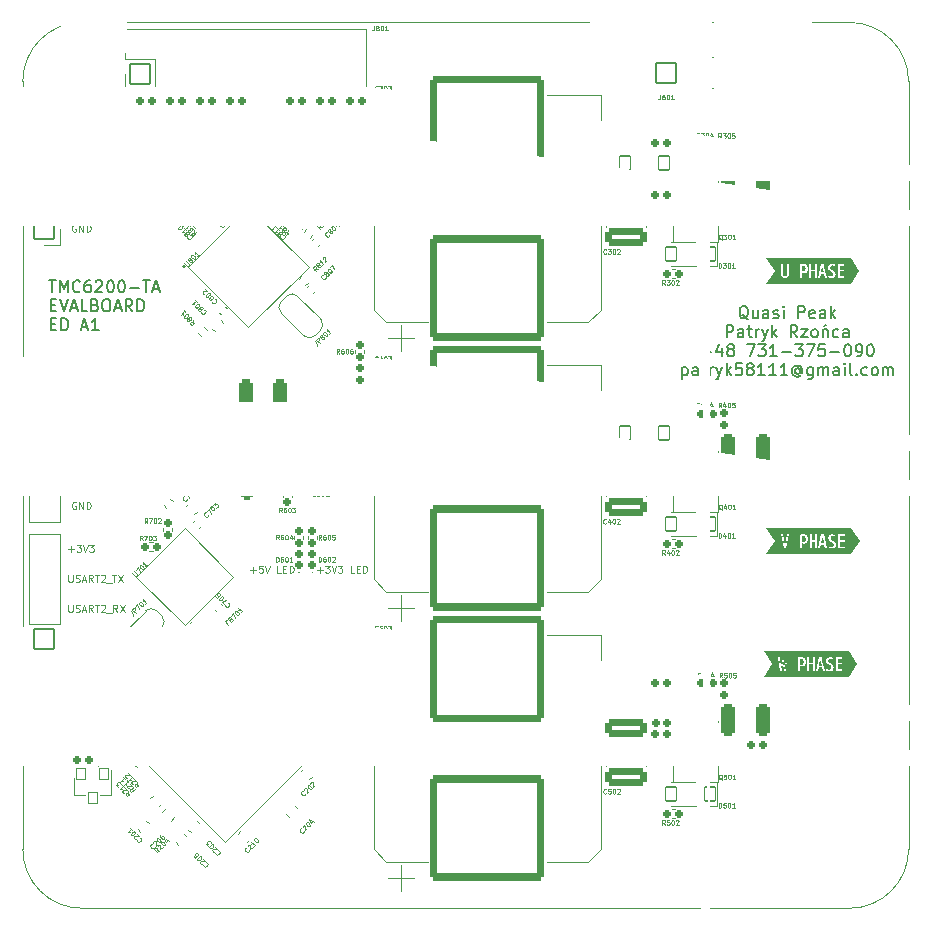
<source format=gto>
%TF.GenerationSoftware,KiCad,Pcbnew,6.0.4-6f826c9f35~116~ubuntu20.04.1*%
%TF.CreationDate,2022-03-31T23:30:20+02:00*%
%TF.ProjectId,eval_board_tmc6200-ta,6576616c-5f62-46f6-9172-645f746d6336,rev?*%
%TF.SameCoordinates,Original*%
%TF.FileFunction,Legend,Top*%
%TF.FilePolarity,Positive*%
%FSLAX46Y46*%
G04 Gerber Fmt 4.6, Leading zero omitted, Abs format (unit mm)*
G04 Created by KiCad (PCBNEW 6.0.4-6f826c9f35~116~ubuntu20.04.1) date 2022-03-31 23:30:20*
%MOMM*%
%LPD*%
G01*
G04 APERTURE LIST*
G04 Aperture macros list*
%AMRoundRect*
0 Rectangle with rounded corners*
0 $1 Rounding radius*
0 $2 $3 $4 $5 $6 $7 $8 $9 X,Y pos of 4 corners*
0 Add a 4 corners polygon primitive as box body*
4,1,4,$2,$3,$4,$5,$6,$7,$8,$9,$2,$3,0*
0 Add four circle primitives for the rounded corners*
1,1,$1+$1,$2,$3*
1,1,$1+$1,$4,$5*
1,1,$1+$1,$6,$7*
1,1,$1+$1,$8,$9*
0 Add four rect primitives between the rounded corners*
20,1,$1+$1,$2,$3,$4,$5,0*
20,1,$1+$1,$4,$5,$6,$7,0*
20,1,$1+$1,$6,$7,$8,$9,0*
20,1,$1+$1,$8,$9,$2,$3,0*%
%AMFreePoly0*
4,1,67,-0.740873,1.161197,-0.737337,1.159733,-0.710267,1.132663,-0.708803,1.129127,-0.705000,1.110000,-0.705000,0.625000,-0.585000,0.625000,-0.585000,1.110000,-0.581197,1.129127,-0.579733,1.132663,-0.552663,1.159733,-0.549127,1.161197,-0.530000,1.165000,-0.110000,1.165000,-0.090873,1.161197,-0.087337,1.159733,-0.060267,1.132663,-0.058803,1.129127,-0.055000,1.110000,-0.055000,0.625000,
0.065000,0.625000,0.065000,1.110000,0.068803,1.129127,0.070267,1.132663,0.097337,1.159733,0.100873,1.161197,0.120000,1.165000,0.540000,1.165000,0.559127,1.161197,0.562663,1.159733,0.589733,1.132663,0.591197,1.129127,0.595000,1.110000,0.595000,0.625000,0.715000,0.625000,0.715000,1.110000,0.718803,1.129127,0.720267,1.132663,0.747337,1.159733,0.750873,1.161197,
0.770000,1.165000,1.190000,1.165000,1.209127,1.161197,1.212663,1.159733,1.239733,1.132663,1.241197,1.129127,1.245000,1.110000,1.245000,-1.140000,1.241197,-1.159127,1.239733,-1.162663,1.212663,-1.189733,1.209127,-1.191197,1.190000,-1.195000,-1.180000,-1.195000,-1.199127,-1.191197,-1.202663,-1.189733,-1.229733,-1.162663,-1.231197,-1.159127,-1.235000,-1.140000,-1.235000,1.110000,
-1.231197,1.129127,-1.229733,1.132663,-1.202663,1.159733,-1.199127,1.161197,-1.180000,1.165000,-0.760000,1.165000,-0.740873,1.161197,-0.740873,1.161197,$1*%
%AMFreePoly1*
4,1,37,0.585355,0.785355,0.600000,0.750000,0.600000,-0.750000,0.585355,-0.785355,0.550000,-0.800000,0.000000,-0.799999,-0.012524,-0.794812,-0.080857,-0.793560,-0.094851,-0.791293,-0.230166,-0.749018,-0.242962,-0.742915,-0.360972,-0.664360,-0.371539,-0.654911,-0.462760,-0.546392,-0.470252,-0.534356,-0.527347,-0.404597,-0.531160,-0.390943,-0.548742,-0.256483,-0.547388,-0.256306,-0.550000,-0.250000,
-0.550000,0.250000,-0.549522,0.251153,-0.549368,0.263802,-0.527558,0.403879,-0.523412,0.417435,-0.463164,0.545760,-0.455381,0.557609,-0.361537,0.663867,-0.350741,0.673055,-0.230846,0.748703,-0.217906,0.754492,-0.081598,0.793449,-0.067552,0.795373,-0.011991,0.795033,0.000000,0.799999,0.550000,0.800000,0.585355,0.785355,0.585355,0.785355,$1*%
%AMFreePoly2*
4,1,37,0.012350,0.794884,0.074210,0.794507,0.088231,0.792412,0.224052,0.751793,0.236921,0.745846,0.355883,0.668739,0.366566,0.659420,0.459104,0.552023,0.466742,0.540080,0.525419,0.411028,0.529398,0.397421,0.549495,0.257088,0.550000,0.250000,0.550000,-0.250000,0.549996,-0.250610,0.549847,-0.262827,0.549158,-0.270511,0.525638,-0.410312,0.521328,-0.423818,0.459515,-0.551397,
0.451589,-0.563150,0.356454,-0.668254,0.345546,-0.677309,0.224736,-0.751486,0.211726,-0.757116,0.074953,-0.794405,0.060885,-0.796158,0.011462,-0.795252,0.000000,-0.799999,-0.550000,-0.800000,-0.585355,-0.785355,-0.600000,-0.750000,-0.600000,0.750000,-0.585355,0.785355,-0.550000,0.800000,0.000000,0.799999,0.012350,0.794884,0.012350,0.794884,$1*%
G04 Aperture macros list end*
%TA.AperFunction,Profile*%
%ADD10C,0.100000*%
%TD*%
%ADD11C,0.080000*%
%ADD12C,0.200000*%
%ADD13C,0.050000*%
%ADD14C,0.120000*%
%ADD15C,0.100000*%
%ADD16C,0.010000*%
%ADD17RoundRect,0.190000X0.140000X0.170000X-0.140000X0.170000X-0.140000X-0.170000X0.140000X-0.170000X0*%
%ADD18RoundRect,0.050000X-0.450000X-0.600000X0.450000X-0.600000X0.450000X0.600000X-0.450000X0.600000X0*%
%ADD19RoundRect,0.275000X-0.017678X0.335876X-0.335876X0.017678X0.017678X-0.335876X0.335876X-0.017678X0*%
%ADD20RoundRect,0.185000X0.035355X-0.226274X0.226274X-0.035355X-0.035355X0.226274X-0.226274X0.035355X0*%
%ADD21RoundRect,0.185000X-0.185000X0.135000X-0.185000X-0.135000X0.185000X-0.135000X0.185000X0.135000X0*%
%ADD22RoundRect,0.050000X-0.210000X0.350000X-0.210000X-0.350000X0.210000X-0.350000X0.210000X0.350000X0*%
%ADD23FreePoly0,180.000000*%
%ADD24RoundRect,0.299997X0.312503X1.075003X-0.312503X1.075003X-0.312503X-1.075003X0.312503X-1.075003X0*%
%ADD25RoundRect,0.299750X0.312750X1.075250X-0.312750X1.075250X-0.312750X-1.075250X0.312750X-1.075250X0*%
%ADD26RoundRect,0.050000X0.850000X-0.850000X0.850000X0.850000X-0.850000X0.850000X-0.850000X-0.850000X0*%
%ADD27O,1.800000X1.800000*%
%ADD28RoundRect,0.299999X-0.325001X-1.100001X0.325001X-1.100001X0.325001X1.100001X-0.325001X1.100001X0*%
%ADD29RoundRect,0.299550X-0.325450X-1.100450X0.325450X-1.100450X0.325450X1.100450X-0.325450X1.100450X0*%
%ADD30C,3.200000*%
%ADD31C,5.500000*%
%ADD32RoundRect,0.185000X-0.135000X-0.185000X0.135000X-0.185000X0.135000X0.185000X-0.135000X0.185000X0*%
%ADD33RoundRect,0.275000X-0.250000X0.225000X-0.250000X-0.225000X0.250000X-0.225000X0.250000X0.225000X0*%
%ADD34RoundRect,0.185000X-0.226274X-0.035355X-0.035355X-0.226274X0.226274X0.035355X0.035355X0.226274X0*%
%ADD35RoundRect,0.275000X-0.335876X-0.017678X-0.017678X-0.335876X0.335876X0.017678X0.017678X0.335876X0*%
%ADD36RoundRect,0.050000X-0.850000X-0.850000X0.850000X-0.850000X0.850000X0.850000X-0.850000X0.850000X0*%
%ADD37RoundRect,0.190000X-0.140000X-0.170000X0.140000X-0.170000X0.140000X0.170000X-0.140000X0.170000X0*%
%ADD38RoundRect,0.190000X-0.219203X-0.021213X-0.021213X-0.219203X0.219203X0.021213X0.021213X0.219203X0*%
%ADD39RoundRect,0.050000X0.371231X0.618718X-0.618718X-0.371231X-0.371231X-0.618718X0.618718X0.371231X0*%
%ADD40RoundRect,0.050000X-0.618718X0.371231X0.371231X-0.618718X0.618718X-0.371231X-0.371231X0.618718X0*%
%ADD41RoundRect,0.050000X0.000000X3.606245X-3.606245X0.000000X0.000000X-3.606245X3.606245X0.000000X0*%
%ADD42RoundRect,0.190000X0.219203X0.021213X0.021213X0.219203X-0.219203X-0.021213X-0.021213X-0.219203X0*%
%ADD43RoundRect,0.275000X0.335876X0.017678X0.017678X0.335876X-0.335876X-0.017678X-0.017678X-0.335876X0*%
%ADD44RoundRect,0.185000X-0.035355X0.226274X-0.226274X0.035355X0.035355X-0.226274X0.226274X-0.035355X0*%
%ADD45RoundRect,0.185000X0.226274X0.035355X0.035355X0.226274X-0.226274X-0.035355X-0.035355X-0.226274X0*%
%ADD46RoundRect,0.050000X0.450000X0.600000X-0.450000X0.600000X-0.450000X-0.600000X0.450000X-0.600000X0*%
%ADD47RoundRect,0.275000X0.017678X-0.335876X0.335876X-0.017678X-0.017678X0.335876X-0.335876X0.017678X0*%
%ADD48RoundRect,0.050000X0.850000X0.850000X-0.850000X0.850000X-0.850000X-0.850000X0.850000X-0.850000X0*%
%ADD49RoundRect,0.299999X0.325001X0.650001X-0.325001X0.650001X-0.325001X-0.650001X0.325001X-0.650001X0*%
%ADD50RoundRect,0.185000X0.135000X0.185000X-0.135000X0.185000X-0.135000X-0.185000X0.135000X-0.185000X0*%
%ADD51RoundRect,0.299997X4.550003X-4.150003X4.550003X4.150003X-4.550003X4.150003X-4.550003X-4.150003X0*%
%ADD52RoundRect,0.296400X4.553600X-4.153600X4.553600X4.153600X-4.553600X4.153600X-4.553600X-4.153600X0*%
%ADD53RoundRect,0.050000X-0.475000X-0.150000X0.475000X-0.150000X0.475000X0.150000X-0.475000X0.150000X0*%
%ADD54RoundRect,0.050000X-0.425000X-0.150000X0.425000X-0.150000X0.425000X0.150000X-0.425000X0.150000X0*%
%ADD55RoundRect,0.250000X0.275000X-0.200000X0.275000X0.200000X-0.275000X0.200000X-0.275000X-0.200000X0*%
%ADD56RoundRect,0.299999X-1.450001X0.450001X-1.450001X-0.450001X1.450001X-0.450001X1.450001X0.450001X0*%
%ADD57RoundRect,0.190000X0.021213X-0.219203X0.219203X-0.021213X-0.021213X0.219203X-0.219203X0.021213X0*%
%ADD58FreePoly1,315.000000*%
%ADD59RoundRect,0.050000X-0.883883X-0.176777X-0.176777X-0.883883X0.883883X0.176777X0.176777X0.883883X0*%
%ADD60FreePoly2,315.000000*%
%ADD61RoundRect,0.185000X0.185000X-0.135000X0.185000X0.135000X-0.185000X0.135000X-0.185000X-0.135000X0*%
%ADD62RoundRect,0.050000X-0.600000X-2.350000X0.600000X-2.350000X0.600000X2.350000X-0.600000X2.350000X0*%
%ADD63RoundRect,0.197500X0.172500X-0.147500X0.172500X0.147500X-0.172500X0.147500X-0.172500X-0.147500X0*%
%ADD64RoundRect,0.197500X0.017678X-0.226274X0.226274X-0.017678X-0.017678X0.226274X-0.226274X0.017678X0*%
%ADD65RoundRect,0.070000X0.484368X0.222739X0.222739X0.484368X-0.484368X-0.222739X-0.222739X-0.484368X0*%
%ADD66RoundRect,0.070000X0.222739X-0.484368X0.484368X-0.222739X-0.222739X0.484368X-0.484368X0.222739X0*%
%ADD67RoundRect,0.070000X0.000000X-3.005204X3.005204X0.000000X0.000000X3.005204X-3.005204X0.000000X0*%
%ADD68RoundRect,0.035000X0.318198X-0.106066X-0.106066X0.318198X-0.318198X0.106066X0.106066X-0.318198X0*%
%ADD69RoundRect,0.035000X0.106066X0.318198X-0.318198X-0.106066X-0.106066X-0.318198X0.318198X0.106066X0*%
%ADD70RoundRect,0.035000X2.439518X0.000000X0.000000X2.439518X-2.439518X0.000000X0.000000X-2.439518X0*%
%ADD71RoundRect,0.197500X-0.226274X-0.017678X-0.017678X-0.226274X0.226274X0.017678X0.017678X0.226274X0*%
%ADD72RoundRect,0.190000X-0.021213X0.219203X-0.219203X0.021213X0.021213X-0.219203X0.219203X-0.021213X0*%
%ADD73RoundRect,0.299999X0.229810X-0.689431X0.689431X-0.229810X-0.229810X0.689431X-0.689431X0.229810X0*%
%ADD74RoundRect,0.250000X0.053033X-0.335876X0.335876X-0.053033X-0.053033X0.335876X-0.335876X0.053033X0*%
%ADD75RoundRect,0.250000X-0.275000X0.200000X-0.275000X-0.200000X0.275000X-0.200000X0.275000X0.200000X0*%
%ADD76FreePoly1,45.000000*%
%ADD77RoundRect,0.050000X0.176777X-0.883883X0.883883X-0.176777X-0.176777X0.883883X-0.883883X0.176777X0*%
%ADD78FreePoly2,45.000000*%
%ADD79RoundRect,0.050000X-0.400000X0.450000X-0.400000X-0.450000X0.400000X-0.450000X0.400000X0.450000X0*%
G04 APERTURE END LIST*
D10*
X13978000Y-190645000D02*
G75*
G03*
X18978000Y-195645000I5000000J0D01*
G01*
X83978000Y-195645000D02*
G75*
G03*
X88978000Y-190645000I0J5000000D01*
G01*
X18978000Y-120645000D02*
G75*
G03*
X13978000Y-125645000I0J-5000000D01*
G01*
X88978000Y-125645000D02*
G75*
G03*
X83978000Y-120645000I-5000000J0D01*
G01*
X18978000Y-120645000D02*
X83978000Y-120645000D01*
X13978000Y-190645000D02*
X13978000Y-125645000D01*
X83978000Y-195645000D02*
X18978000Y-195645000D01*
X88978000Y-125645000D02*
X88978000Y-190645000D01*
D11*
X24409428Y-133171190D02*
X23809428Y-133171190D01*
X24409428Y-132885476D02*
X23809428Y-132885476D01*
X24409428Y-132542619D01*
X23809428Y-132542619D01*
X24466571Y-132399762D02*
X24466571Y-131942619D01*
X24238000Y-131828333D02*
X24238000Y-131542619D01*
X24409428Y-131885476D02*
X23809428Y-131685476D01*
X24409428Y-131485476D01*
X23809428Y-131342619D02*
X23809428Y-130942619D01*
X24409428Y-131199762D01*
X23838000Y-129485476D02*
X23809428Y-129542619D01*
X23809428Y-129628333D01*
X23838000Y-129714048D01*
X23895142Y-129771190D01*
X23952285Y-129799762D01*
X24066571Y-129828333D01*
X24152285Y-129828333D01*
X24266571Y-129799762D01*
X24323714Y-129771190D01*
X24380857Y-129714048D01*
X24409428Y-129628333D01*
X24409428Y-129571190D01*
X24380857Y-129485476D01*
X24352285Y-129456905D01*
X24152285Y-129456905D01*
X24152285Y-129571190D01*
X24409428Y-129199762D02*
X23809428Y-129199762D01*
X24409428Y-128856905D01*
X23809428Y-128856905D01*
X24409428Y-128571190D02*
X23809428Y-128571190D01*
X23809428Y-128428333D01*
X23838000Y-128342619D01*
X23895142Y-128285476D01*
X23952285Y-128256905D01*
X24066571Y-128228333D01*
X24152285Y-128228333D01*
X24266571Y-128256905D01*
X24323714Y-128285476D01*
X24380857Y-128342619D01*
X24409428Y-128428333D01*
X24409428Y-128571190D01*
X42189428Y-133133095D02*
X41589428Y-133133095D01*
X42189428Y-132847381D02*
X41589428Y-132847381D01*
X42189428Y-132504524D01*
X41589428Y-132504524D01*
X42246571Y-132361666D02*
X42246571Y-131904524D01*
X42018000Y-131790238D02*
X42018000Y-131504524D01*
X42189428Y-131847381D02*
X41589428Y-131647381D01*
X42189428Y-131447381D01*
X41589428Y-131133095D02*
X41589428Y-131075952D01*
X41618000Y-131018809D01*
X41646571Y-130990238D01*
X41703714Y-130961666D01*
X41818000Y-130933095D01*
X41960857Y-130933095D01*
X42075142Y-130961666D01*
X42132285Y-130990238D01*
X42160857Y-131018809D01*
X42189428Y-131075952D01*
X42189428Y-131133095D01*
X42160857Y-131190238D01*
X42132285Y-131218809D01*
X42075142Y-131247381D01*
X41960857Y-131275952D01*
X41818000Y-131275952D01*
X41703714Y-131247381D01*
X41646571Y-131218809D01*
X41618000Y-131190238D01*
X41589428Y-131133095D01*
X41618000Y-129904524D02*
X41589428Y-129961666D01*
X41589428Y-130047381D01*
X41618000Y-130133095D01*
X41675142Y-130190238D01*
X41732285Y-130218809D01*
X41846571Y-130247381D01*
X41932285Y-130247381D01*
X42046571Y-130218809D01*
X42103714Y-130190238D01*
X42160857Y-130133095D01*
X42189428Y-130047381D01*
X42189428Y-129990238D01*
X42160857Y-129904524D01*
X42132285Y-129875952D01*
X41932285Y-129875952D01*
X41932285Y-129990238D01*
X42189428Y-129618809D02*
X41589428Y-129618809D01*
X42189428Y-129275952D01*
X41589428Y-129275952D01*
X42189428Y-128990238D02*
X41589428Y-128990238D01*
X41589428Y-128847381D01*
X41618000Y-128761666D01*
X41675142Y-128704524D01*
X41732285Y-128675952D01*
X41846571Y-128647381D01*
X41932285Y-128647381D01*
X42046571Y-128675952D01*
X42103714Y-128704524D01*
X42160857Y-128761666D01*
X42189428Y-128847381D01*
X42189428Y-128990238D01*
X18549428Y-130747428D02*
X18549428Y-130147428D01*
X18806571Y-130204571D02*
X18835142Y-130176000D01*
X18892285Y-130147428D01*
X19035142Y-130147428D01*
X19092285Y-130176000D01*
X19120857Y-130204571D01*
X19149428Y-130261714D01*
X19149428Y-130318857D01*
X19120857Y-130404571D01*
X18778000Y-130747428D01*
X19149428Y-130747428D01*
X19749428Y-130690285D02*
X19720857Y-130718857D01*
X19635142Y-130747428D01*
X19578000Y-130747428D01*
X19492285Y-130718857D01*
X19435142Y-130661714D01*
X19406571Y-130604571D01*
X19378000Y-130490285D01*
X19378000Y-130404571D01*
X19406571Y-130290285D01*
X19435142Y-130233142D01*
X19492285Y-130176000D01*
X19578000Y-130147428D01*
X19635142Y-130147428D01*
X19720857Y-130176000D01*
X19749428Y-130204571D01*
X20320857Y-130747428D02*
X19978000Y-130747428D01*
X20149428Y-130747428D02*
X20149428Y-130147428D01*
X20092285Y-130233142D01*
X20035142Y-130290285D01*
X19978000Y-130318857D01*
X20435142Y-130804571D02*
X20892285Y-130804571D01*
X21006571Y-130718857D02*
X21092285Y-130747428D01*
X21235142Y-130747428D01*
X21292285Y-130718857D01*
X21320857Y-130690285D01*
X21349428Y-130633142D01*
X21349428Y-130576000D01*
X21320857Y-130518857D01*
X21292285Y-130490285D01*
X21235142Y-130461714D01*
X21120857Y-130433142D01*
X21063714Y-130404571D01*
X21035142Y-130376000D01*
X21006571Y-130318857D01*
X21006571Y-130261714D01*
X21035142Y-130204571D01*
X21063714Y-130176000D01*
X21120857Y-130147428D01*
X21263714Y-130147428D01*
X21349428Y-130176000D01*
X21949428Y-130690285D02*
X21920857Y-130718857D01*
X21835142Y-130747428D01*
X21778000Y-130747428D01*
X21692285Y-130718857D01*
X21635142Y-130661714D01*
X21606571Y-130604571D01*
X21578000Y-130490285D01*
X21578000Y-130404571D01*
X21606571Y-130290285D01*
X21635142Y-130233142D01*
X21692285Y-130176000D01*
X21778000Y-130147428D01*
X21835142Y-130147428D01*
X21920857Y-130176000D01*
X21949428Y-130204571D01*
X22492285Y-130747428D02*
X22206571Y-130747428D01*
X22206571Y-130147428D01*
X18477999Y-137796000D02*
X18420856Y-137767428D01*
X18335142Y-137767428D01*
X18249427Y-137796000D01*
X18192284Y-137853142D01*
X18163713Y-137910285D01*
X18135142Y-138024571D01*
X18135142Y-138110285D01*
X18163713Y-138224571D01*
X18192284Y-138281714D01*
X18249427Y-138338857D01*
X18335142Y-138367428D01*
X18392284Y-138367428D01*
X18477999Y-138338857D01*
X18506570Y-138310285D01*
X18506570Y-138110285D01*
X18392284Y-138110285D01*
X18763713Y-138367428D02*
X18763713Y-137767428D01*
X19106570Y-138367428D01*
X19106570Y-137767428D01*
X19392284Y-138367428D02*
X19392284Y-137767428D01*
X19535142Y-137767428D01*
X19620856Y-137796000D01*
X19677999Y-137853142D01*
X19706570Y-137910285D01*
X19735142Y-138024571D01*
X19735142Y-138110285D01*
X19706570Y-138224571D01*
X19677999Y-138281714D01*
X19620856Y-138338857D01*
X19535142Y-138367428D01*
X19392284Y-138367428D01*
X18320857Y-156743857D02*
X18406571Y-156772428D01*
X18549428Y-156772428D01*
X18606571Y-156743857D01*
X18635142Y-156715285D01*
X18663714Y-156658142D01*
X18663714Y-156601000D01*
X18635142Y-156543857D01*
X18606571Y-156515285D01*
X18549428Y-156486714D01*
X18435142Y-156458142D01*
X18378000Y-156429571D01*
X18349428Y-156401000D01*
X18320857Y-156343857D01*
X18320857Y-156286714D01*
X18349428Y-156229571D01*
X18378000Y-156201000D01*
X18435142Y-156172428D01*
X18578000Y-156172428D01*
X18663714Y-156201000D01*
X18863714Y-156172428D02*
X19006571Y-156772428D01*
X19120857Y-156343857D01*
X19235142Y-156772428D01*
X19378000Y-156172428D01*
X19949428Y-156715285D02*
X19920857Y-156743857D01*
X19835142Y-156772428D01*
X19778000Y-156772428D01*
X19692285Y-156743857D01*
X19635142Y-156686714D01*
X19606571Y-156629571D01*
X19578000Y-156515285D01*
X19578000Y-156429571D01*
X19606571Y-156315285D01*
X19635142Y-156258142D01*
X19692285Y-156201000D01*
X19778000Y-156172428D01*
X19835142Y-156172428D01*
X19920857Y-156201000D01*
X19949428Y-156229571D01*
X20492285Y-156772428D02*
X20206571Y-156772428D01*
X20206571Y-156172428D01*
X20692285Y-156772428D02*
X20692285Y-156172428D01*
X21035142Y-156772428D02*
X20778000Y-156429571D01*
X21035142Y-156172428D02*
X20692285Y-156515285D01*
X18258952Y-151463857D02*
X18716095Y-151463857D01*
X18487523Y-151692428D02*
X18487523Y-151235285D01*
X18944666Y-151092428D02*
X19316095Y-151092428D01*
X19116095Y-151321000D01*
X19201809Y-151321000D01*
X19258952Y-151349571D01*
X19287523Y-151378142D01*
X19316095Y-151435285D01*
X19316095Y-151578142D01*
X19287523Y-151635285D01*
X19258952Y-151663857D01*
X19201809Y-151692428D01*
X19030380Y-151692428D01*
X18973237Y-151663857D01*
X18944666Y-151635285D01*
X19487523Y-151092428D02*
X19687523Y-151692428D01*
X19887523Y-151092428D01*
X20030380Y-151092428D02*
X20401809Y-151092428D01*
X20201809Y-151321000D01*
X20287523Y-151321000D01*
X20344666Y-151349571D01*
X20373237Y-151378142D01*
X20401809Y-151435285D01*
X20401809Y-151578142D01*
X20373237Y-151635285D01*
X20344666Y-151663857D01*
X20287523Y-151692428D01*
X20116095Y-151692428D01*
X20058952Y-151663857D01*
X20030380Y-151635285D01*
X18292285Y-154203857D02*
X18377999Y-154232428D01*
X18520856Y-154232428D01*
X18577999Y-154203857D01*
X18606571Y-154175285D01*
X18635142Y-154118142D01*
X18635142Y-154061000D01*
X18606571Y-154003857D01*
X18577999Y-153975285D01*
X18520856Y-153946714D01*
X18406571Y-153918142D01*
X18349428Y-153889571D01*
X18320856Y-153861000D01*
X18292285Y-153803857D01*
X18292285Y-153746714D01*
X18320856Y-153689571D01*
X18349428Y-153661000D01*
X18406571Y-153632428D01*
X18549428Y-153632428D01*
X18635142Y-153661000D01*
X18835142Y-153632428D02*
X18977999Y-154232428D01*
X19092285Y-153803857D01*
X19206571Y-154232428D01*
X19349428Y-153632428D01*
X19577999Y-154232428D02*
X19577999Y-153632428D01*
X19720856Y-153632428D01*
X19806571Y-153661000D01*
X19863714Y-153718142D01*
X19892285Y-153775285D01*
X19920856Y-153889571D01*
X19920856Y-153975285D01*
X19892285Y-154089571D01*
X19863714Y-154146714D01*
X19806571Y-154203857D01*
X19720856Y-154232428D01*
X19577999Y-154232428D01*
X20177999Y-154232428D02*
X20177999Y-153632428D01*
X20577999Y-153632428D02*
X20692285Y-153632428D01*
X20749428Y-153661000D01*
X20806571Y-153718142D01*
X20835142Y-153832428D01*
X20835142Y-154032428D01*
X20806571Y-154146714D01*
X20749428Y-154203857D01*
X20692285Y-154232428D01*
X20577999Y-154232428D01*
X20520856Y-154203857D01*
X20463714Y-154146714D01*
X20435142Y-154032428D01*
X20435142Y-153832428D01*
X20463714Y-153718142D01*
X20520856Y-153661000D01*
X20577999Y-153632428D01*
X18477999Y-161281000D02*
X18420856Y-161252428D01*
X18335142Y-161252428D01*
X18249427Y-161281000D01*
X18192284Y-161338142D01*
X18163713Y-161395285D01*
X18135142Y-161509571D01*
X18135142Y-161595285D01*
X18163713Y-161709571D01*
X18192284Y-161766714D01*
X18249427Y-161823857D01*
X18335142Y-161852428D01*
X18392284Y-161852428D01*
X18477999Y-161823857D01*
X18506570Y-161795285D01*
X18506570Y-161595285D01*
X18392284Y-161595285D01*
X18763713Y-161852428D02*
X18763713Y-161252428D01*
X19106570Y-161852428D01*
X19106570Y-161252428D01*
X19392284Y-161852428D02*
X19392284Y-161252428D01*
X19535142Y-161252428D01*
X19620856Y-161281000D01*
X19677999Y-161338142D01*
X19706570Y-161395285D01*
X19735142Y-161509571D01*
X19735142Y-161595285D01*
X19706570Y-161709571D01*
X19677999Y-161766714D01*
X19620856Y-161823857D01*
X19535142Y-161852428D01*
X19392284Y-161852428D01*
X18654190Y-159312428D02*
X18454190Y-159026714D01*
X18311333Y-159312428D02*
X18311333Y-158712428D01*
X18539904Y-158712428D01*
X18597047Y-158741000D01*
X18625619Y-158769571D01*
X18654190Y-158826714D01*
X18654190Y-158912428D01*
X18625619Y-158969571D01*
X18597047Y-158998142D01*
X18539904Y-159026714D01*
X18311333Y-159026714D01*
X18911333Y-158998142D02*
X19111333Y-158998142D01*
X19197047Y-159312428D02*
X18911333Y-159312428D01*
X18911333Y-158712428D01*
X19197047Y-158712428D01*
X19425619Y-159283857D02*
X19511333Y-159312428D01*
X19654190Y-159312428D01*
X19711333Y-159283857D01*
X19739904Y-159255285D01*
X19768476Y-159198142D01*
X19768476Y-159141000D01*
X19739904Y-159083857D01*
X19711333Y-159055285D01*
X19654190Y-159026714D01*
X19539904Y-158998142D01*
X19482761Y-158969571D01*
X19454190Y-158941000D01*
X19425619Y-158883857D01*
X19425619Y-158826714D01*
X19454190Y-158769571D01*
X19482761Y-158741000D01*
X19539904Y-158712428D01*
X19682761Y-158712428D01*
X19768476Y-158741000D01*
X20025619Y-158998142D02*
X20225619Y-158998142D01*
X20311333Y-159312428D02*
X20025619Y-159312428D01*
X20025619Y-158712428D01*
X20311333Y-158712428D01*
X20482761Y-158712428D02*
X20825619Y-158712428D01*
X20654190Y-159312428D02*
X20654190Y-158712428D01*
X17848951Y-167412428D02*
X17848951Y-167898142D01*
X17877522Y-167955285D01*
X17906094Y-167983857D01*
X17963237Y-168012428D01*
X18077522Y-168012428D01*
X18134665Y-167983857D01*
X18163237Y-167955285D01*
X18191808Y-167898142D01*
X18191808Y-167412428D01*
X18448951Y-167983857D02*
X18534665Y-168012428D01*
X18677522Y-168012428D01*
X18734665Y-167983857D01*
X18763237Y-167955285D01*
X18791808Y-167898142D01*
X18791808Y-167841000D01*
X18763237Y-167783857D01*
X18734665Y-167755285D01*
X18677522Y-167726714D01*
X18563237Y-167698142D01*
X18506094Y-167669571D01*
X18477522Y-167641000D01*
X18448951Y-167583857D01*
X18448951Y-167526714D01*
X18477522Y-167469571D01*
X18506094Y-167441000D01*
X18563237Y-167412428D01*
X18706094Y-167412428D01*
X18791808Y-167441000D01*
X19020380Y-167841000D02*
X19306094Y-167841000D01*
X18963237Y-168012428D02*
X19163237Y-167412428D01*
X19363237Y-168012428D01*
X19906094Y-168012428D02*
X19706094Y-167726714D01*
X19563237Y-168012428D02*
X19563237Y-167412428D01*
X19791808Y-167412428D01*
X19848951Y-167441000D01*
X19877522Y-167469571D01*
X19906094Y-167526714D01*
X19906094Y-167612428D01*
X19877522Y-167669571D01*
X19848951Y-167698142D01*
X19791808Y-167726714D01*
X19563237Y-167726714D01*
X20077522Y-167412428D02*
X20420380Y-167412428D01*
X20248951Y-168012428D02*
X20248951Y-167412428D01*
X20591808Y-167469571D02*
X20620380Y-167441000D01*
X20677522Y-167412428D01*
X20820380Y-167412428D01*
X20877522Y-167441000D01*
X20906094Y-167469571D01*
X20934665Y-167526714D01*
X20934665Y-167583857D01*
X20906094Y-167669571D01*
X20563237Y-168012428D01*
X20934665Y-168012428D01*
X21048951Y-168069571D02*
X21506094Y-168069571D01*
X21563237Y-167412428D02*
X21906094Y-167412428D01*
X21734665Y-168012428D02*
X21734665Y-167412428D01*
X22048951Y-167412428D02*
X22448951Y-168012428D01*
X22448951Y-167412428D02*
X22048951Y-168012428D01*
X17848952Y-165243857D02*
X18306095Y-165243857D01*
X18077523Y-165472428D02*
X18077523Y-165015285D01*
X18534666Y-164872428D02*
X18906095Y-164872428D01*
X18706095Y-165101000D01*
X18791809Y-165101000D01*
X18848952Y-165129571D01*
X18877523Y-165158142D01*
X18906095Y-165215285D01*
X18906095Y-165358142D01*
X18877523Y-165415285D01*
X18848952Y-165443857D01*
X18791809Y-165472428D01*
X18620380Y-165472428D01*
X18563237Y-165443857D01*
X18534666Y-165415285D01*
X19077523Y-164872428D02*
X19277523Y-165472428D01*
X19477523Y-164872428D01*
X19620380Y-164872428D02*
X19991809Y-164872428D01*
X19791809Y-165101000D01*
X19877523Y-165101000D01*
X19934666Y-165129571D01*
X19963237Y-165158142D01*
X19991809Y-165215285D01*
X19991809Y-165358142D01*
X19963237Y-165415285D01*
X19934666Y-165443857D01*
X19877523Y-165472428D01*
X19706095Y-165472428D01*
X19648952Y-165443857D01*
X19620380Y-165415285D01*
X17848951Y-169952428D02*
X17848951Y-170438142D01*
X17877523Y-170495285D01*
X17906094Y-170523857D01*
X17963237Y-170552428D01*
X18077523Y-170552428D01*
X18134666Y-170523857D01*
X18163237Y-170495285D01*
X18191809Y-170438142D01*
X18191809Y-169952428D01*
X18448951Y-170523857D02*
X18534666Y-170552428D01*
X18677523Y-170552428D01*
X18734666Y-170523857D01*
X18763237Y-170495285D01*
X18791809Y-170438142D01*
X18791809Y-170381000D01*
X18763237Y-170323857D01*
X18734666Y-170295285D01*
X18677523Y-170266714D01*
X18563237Y-170238142D01*
X18506094Y-170209571D01*
X18477523Y-170181000D01*
X18448951Y-170123857D01*
X18448951Y-170066714D01*
X18477523Y-170009571D01*
X18506094Y-169981000D01*
X18563237Y-169952428D01*
X18706094Y-169952428D01*
X18791809Y-169981000D01*
X19020380Y-170381000D02*
X19306094Y-170381000D01*
X18963237Y-170552428D02*
X19163237Y-169952428D01*
X19363237Y-170552428D01*
X19906094Y-170552428D02*
X19706094Y-170266714D01*
X19563237Y-170552428D02*
X19563237Y-169952428D01*
X19791809Y-169952428D01*
X19848951Y-169981000D01*
X19877523Y-170009571D01*
X19906094Y-170066714D01*
X19906094Y-170152428D01*
X19877523Y-170209571D01*
X19848951Y-170238142D01*
X19791809Y-170266714D01*
X19563237Y-170266714D01*
X20077523Y-169952428D02*
X20420380Y-169952428D01*
X20248951Y-170552428D02*
X20248951Y-169952428D01*
X20591809Y-170009571D02*
X20620380Y-169981000D01*
X20677523Y-169952428D01*
X20820380Y-169952428D01*
X20877523Y-169981000D01*
X20906094Y-170009571D01*
X20934666Y-170066714D01*
X20934666Y-170123857D01*
X20906094Y-170209571D01*
X20563237Y-170552428D01*
X20934666Y-170552428D01*
X21048951Y-170609571D02*
X21506094Y-170609571D01*
X21991809Y-170552428D02*
X21791809Y-170266714D01*
X21648951Y-170552428D02*
X21648951Y-169952428D01*
X21877523Y-169952428D01*
X21934666Y-169981000D01*
X21963237Y-170009571D01*
X21991809Y-170066714D01*
X21991809Y-170152428D01*
X21963237Y-170209571D01*
X21934666Y-170238142D01*
X21877523Y-170266714D01*
X21648951Y-170266714D01*
X22191809Y-169952428D02*
X22591809Y-170552428D01*
X22591809Y-169952428D02*
X22191809Y-170552428D01*
X18163237Y-172521000D02*
X18106094Y-172492428D01*
X18020380Y-172492428D01*
X17934665Y-172521000D01*
X17877522Y-172578142D01*
X17848951Y-172635285D01*
X17820380Y-172749571D01*
X17820380Y-172835285D01*
X17848951Y-172949571D01*
X17877522Y-173006714D01*
X17934665Y-173063857D01*
X18020380Y-173092428D01*
X18077522Y-173092428D01*
X18163237Y-173063857D01*
X18191808Y-173035285D01*
X18191808Y-172835285D01*
X18077522Y-172835285D01*
X18448951Y-173092428D02*
X18448951Y-172492428D01*
X18791808Y-173092428D01*
X18791808Y-172492428D01*
X19077522Y-173092428D02*
X19077522Y-172492428D01*
X19220380Y-172492428D01*
X19306094Y-172521000D01*
X19363237Y-172578142D01*
X19391808Y-172635285D01*
X19420380Y-172749571D01*
X19420380Y-172835285D01*
X19391808Y-172949571D01*
X19363237Y-173006714D01*
X19306094Y-173063857D01*
X19220380Y-173092428D01*
X19077522Y-173092428D01*
X33247857Y-167012857D02*
X33705000Y-167012857D01*
X33476428Y-167241428D02*
X33476428Y-166784285D01*
X34276428Y-166641428D02*
X33990714Y-166641428D01*
X33962142Y-166927142D01*
X33990714Y-166898571D01*
X34047857Y-166870000D01*
X34190714Y-166870000D01*
X34247857Y-166898571D01*
X34276428Y-166927142D01*
X34305000Y-166984285D01*
X34305000Y-167127142D01*
X34276428Y-167184285D01*
X34247857Y-167212857D01*
X34190714Y-167241428D01*
X34047857Y-167241428D01*
X33990714Y-167212857D01*
X33962142Y-167184285D01*
X34476428Y-166641428D02*
X34676428Y-167241428D01*
X34876428Y-166641428D01*
X35819285Y-167241428D02*
X35533571Y-167241428D01*
X35533571Y-166641428D01*
X36019285Y-166927142D02*
X36219285Y-166927142D01*
X36305000Y-167241428D02*
X36019285Y-167241428D01*
X36019285Y-166641428D01*
X36305000Y-166641428D01*
X36562142Y-167241428D02*
X36562142Y-166641428D01*
X36705000Y-166641428D01*
X36790714Y-166670000D01*
X36847857Y-166727142D01*
X36876428Y-166784285D01*
X36905000Y-166898571D01*
X36905000Y-166984285D01*
X36876428Y-167098571D01*
X36847857Y-167155714D01*
X36790714Y-167212857D01*
X36705000Y-167241428D01*
X36562142Y-167241428D01*
X26949428Y-133171190D02*
X26349428Y-133171190D01*
X26949428Y-132885476D02*
X26349428Y-132885476D01*
X26949428Y-132542619D01*
X26349428Y-132542619D01*
X27006571Y-132399762D02*
X27006571Y-131942619D01*
X26778000Y-131828333D02*
X26778000Y-131542619D01*
X26949428Y-131885476D02*
X26349428Y-131685476D01*
X26949428Y-131485476D01*
X26349428Y-131028333D02*
X26349428Y-131142619D01*
X26378000Y-131199762D01*
X26406571Y-131228333D01*
X26492285Y-131285476D01*
X26606571Y-131314048D01*
X26835142Y-131314048D01*
X26892285Y-131285476D01*
X26920857Y-131256905D01*
X26949428Y-131199762D01*
X26949428Y-131085476D01*
X26920857Y-131028333D01*
X26892285Y-130999762D01*
X26835142Y-130971190D01*
X26692285Y-130971190D01*
X26635142Y-130999762D01*
X26606571Y-131028333D01*
X26578000Y-131085476D01*
X26578000Y-131199762D01*
X26606571Y-131256905D01*
X26635142Y-131285476D01*
X26692285Y-131314048D01*
X26378000Y-129485476D02*
X26349428Y-129542619D01*
X26349428Y-129628333D01*
X26378000Y-129714048D01*
X26435142Y-129771190D01*
X26492285Y-129799762D01*
X26606571Y-129828333D01*
X26692285Y-129828333D01*
X26806571Y-129799762D01*
X26863714Y-129771190D01*
X26920857Y-129714048D01*
X26949428Y-129628333D01*
X26949428Y-129571190D01*
X26920857Y-129485476D01*
X26892285Y-129456905D01*
X26692285Y-129456905D01*
X26692285Y-129571190D01*
X26949428Y-129199762D02*
X26349428Y-129199762D01*
X26949428Y-128856905D01*
X26349428Y-128856905D01*
X26949428Y-128571190D02*
X26349428Y-128571190D01*
X26349428Y-128428333D01*
X26378000Y-128342619D01*
X26435142Y-128285476D01*
X26492285Y-128256905D01*
X26606571Y-128228333D01*
X26692285Y-128228333D01*
X26806571Y-128256905D01*
X26863714Y-128285476D01*
X26920857Y-128342619D01*
X26949428Y-128428333D01*
X26949428Y-128571190D01*
X18258952Y-135598857D02*
X18716095Y-135598857D01*
X18487523Y-135827428D02*
X18487523Y-135370285D01*
X18944666Y-135227428D02*
X19316095Y-135227428D01*
X19116095Y-135456000D01*
X19201809Y-135456000D01*
X19258952Y-135484571D01*
X19287523Y-135513142D01*
X19316095Y-135570285D01*
X19316095Y-135713142D01*
X19287523Y-135770285D01*
X19258952Y-135798857D01*
X19201809Y-135827428D01*
X19030380Y-135827428D01*
X18973237Y-135798857D01*
X18944666Y-135770285D01*
X19487523Y-135227428D02*
X19687523Y-135827428D01*
X19887523Y-135227428D01*
X20030380Y-135227428D02*
X20401809Y-135227428D01*
X20201809Y-135456000D01*
X20287523Y-135456000D01*
X20344666Y-135484571D01*
X20373237Y-135513142D01*
X20401809Y-135570285D01*
X20401809Y-135713142D01*
X20373237Y-135770285D01*
X20344666Y-135798857D01*
X20287523Y-135827428D01*
X20116095Y-135827428D01*
X20058952Y-135798857D01*
X20030380Y-135770285D01*
X39649428Y-133128571D02*
X39049428Y-133128571D01*
X39649428Y-132842857D02*
X39049428Y-132842857D01*
X39649428Y-132500000D01*
X39049428Y-132500000D01*
X39706571Y-132357142D02*
X39706571Y-131900000D01*
X39478000Y-131785714D02*
X39478000Y-131500000D01*
X39649428Y-131842857D02*
X39049428Y-131642857D01*
X39649428Y-131442857D01*
X39649428Y-130928571D02*
X39649428Y-131271428D01*
X39649428Y-131100000D02*
X39049428Y-131100000D01*
X39135142Y-131157142D01*
X39192285Y-131214285D01*
X39220857Y-131271428D01*
X39078000Y-129900000D02*
X39049428Y-129957142D01*
X39049428Y-130042857D01*
X39078000Y-130128571D01*
X39135142Y-130185714D01*
X39192285Y-130214285D01*
X39306571Y-130242857D01*
X39392285Y-130242857D01*
X39506571Y-130214285D01*
X39563714Y-130185714D01*
X39620857Y-130128571D01*
X39649428Y-130042857D01*
X39649428Y-129985714D01*
X39620857Y-129900000D01*
X39592285Y-129871428D01*
X39392285Y-129871428D01*
X39392285Y-129985714D01*
X39649428Y-129614285D02*
X39049428Y-129614285D01*
X39649428Y-129271428D01*
X39049428Y-129271428D01*
X39649428Y-128985714D02*
X39049428Y-128985714D01*
X39049428Y-128842857D01*
X39078000Y-128757142D01*
X39135142Y-128700000D01*
X39192285Y-128671428D01*
X39306571Y-128642857D01*
X39392285Y-128642857D01*
X39506571Y-128671428D01*
X39563714Y-128700000D01*
X39620857Y-128757142D01*
X39649428Y-128842857D01*
X39649428Y-128985714D01*
D12*
X16203238Y-142487380D02*
X16774666Y-142487380D01*
X16488952Y-143487380D02*
X16488952Y-142487380D01*
X17108000Y-143487380D02*
X17108000Y-142487380D01*
X17441333Y-143201666D01*
X17774666Y-142487380D01*
X17774666Y-143487380D01*
X18822285Y-143392142D02*
X18774666Y-143439761D01*
X18631809Y-143487380D01*
X18536571Y-143487380D01*
X18393714Y-143439761D01*
X18298476Y-143344523D01*
X18250857Y-143249285D01*
X18203238Y-143058809D01*
X18203238Y-142915952D01*
X18250857Y-142725476D01*
X18298476Y-142630238D01*
X18393714Y-142535000D01*
X18536571Y-142487380D01*
X18631809Y-142487380D01*
X18774666Y-142535000D01*
X18822285Y-142582619D01*
X19679428Y-142487380D02*
X19488952Y-142487380D01*
X19393714Y-142535000D01*
X19346095Y-142582619D01*
X19250857Y-142725476D01*
X19203238Y-142915952D01*
X19203238Y-143296904D01*
X19250857Y-143392142D01*
X19298476Y-143439761D01*
X19393714Y-143487380D01*
X19584190Y-143487380D01*
X19679428Y-143439761D01*
X19727047Y-143392142D01*
X19774666Y-143296904D01*
X19774666Y-143058809D01*
X19727047Y-142963571D01*
X19679428Y-142915952D01*
X19584190Y-142868333D01*
X19393714Y-142868333D01*
X19298476Y-142915952D01*
X19250857Y-142963571D01*
X19203238Y-143058809D01*
X20155619Y-142582619D02*
X20203238Y-142535000D01*
X20298476Y-142487380D01*
X20536571Y-142487380D01*
X20631809Y-142535000D01*
X20679428Y-142582619D01*
X20727047Y-142677857D01*
X20727047Y-142773095D01*
X20679428Y-142915952D01*
X20108000Y-143487380D01*
X20727047Y-143487380D01*
X21346095Y-142487380D02*
X21441333Y-142487380D01*
X21536571Y-142535000D01*
X21584190Y-142582619D01*
X21631809Y-142677857D01*
X21679428Y-142868333D01*
X21679428Y-143106428D01*
X21631809Y-143296904D01*
X21584190Y-143392142D01*
X21536571Y-143439761D01*
X21441333Y-143487380D01*
X21346095Y-143487380D01*
X21250857Y-143439761D01*
X21203238Y-143392142D01*
X21155619Y-143296904D01*
X21108000Y-143106428D01*
X21108000Y-142868333D01*
X21155619Y-142677857D01*
X21203238Y-142582619D01*
X21250857Y-142535000D01*
X21346095Y-142487380D01*
X22298476Y-142487380D02*
X22393714Y-142487380D01*
X22488952Y-142535000D01*
X22536571Y-142582619D01*
X22584190Y-142677857D01*
X22631809Y-142868333D01*
X22631809Y-143106428D01*
X22584190Y-143296904D01*
X22536571Y-143392142D01*
X22488952Y-143439761D01*
X22393714Y-143487380D01*
X22298476Y-143487380D01*
X22203238Y-143439761D01*
X22155619Y-143392142D01*
X22108000Y-143296904D01*
X22060380Y-143106428D01*
X22060380Y-142868333D01*
X22108000Y-142677857D01*
X22155619Y-142582619D01*
X22203238Y-142535000D01*
X22298476Y-142487380D01*
X23060380Y-143106428D02*
X23822285Y-143106428D01*
X24155619Y-142487380D02*
X24727047Y-142487380D01*
X24441333Y-143487380D02*
X24441333Y-142487380D01*
X25012761Y-143201666D02*
X25488952Y-143201666D01*
X24917523Y-143487380D02*
X25250857Y-142487380D01*
X25584190Y-143487380D01*
X16346095Y-144573571D02*
X16679428Y-144573571D01*
X16822285Y-145097380D02*
X16346095Y-145097380D01*
X16346095Y-144097380D01*
X16822285Y-144097380D01*
X17108000Y-144097380D02*
X17441333Y-145097380D01*
X17774666Y-144097380D01*
X18060380Y-144811666D02*
X18536571Y-144811666D01*
X17965142Y-145097380D02*
X18298476Y-144097380D01*
X18631809Y-145097380D01*
X19441333Y-145097380D02*
X18965142Y-145097380D01*
X18965142Y-144097380D01*
X20108000Y-144573571D02*
X20250857Y-144621190D01*
X20298476Y-144668809D01*
X20346095Y-144764047D01*
X20346095Y-144906904D01*
X20298476Y-145002142D01*
X20250857Y-145049761D01*
X20155619Y-145097380D01*
X19774666Y-145097380D01*
X19774666Y-144097380D01*
X20108000Y-144097380D01*
X20203238Y-144145000D01*
X20250857Y-144192619D01*
X20298476Y-144287857D01*
X20298476Y-144383095D01*
X20250857Y-144478333D01*
X20203238Y-144525952D01*
X20108000Y-144573571D01*
X19774666Y-144573571D01*
X20965142Y-144097380D02*
X21155619Y-144097380D01*
X21250857Y-144145000D01*
X21346095Y-144240238D01*
X21393714Y-144430714D01*
X21393714Y-144764047D01*
X21346095Y-144954523D01*
X21250857Y-145049761D01*
X21155619Y-145097380D01*
X20965142Y-145097380D01*
X20869904Y-145049761D01*
X20774666Y-144954523D01*
X20727047Y-144764047D01*
X20727047Y-144430714D01*
X20774666Y-144240238D01*
X20869904Y-144145000D01*
X20965142Y-144097380D01*
X21774666Y-144811666D02*
X22250857Y-144811666D01*
X21679428Y-145097380D02*
X22012761Y-144097380D01*
X22346095Y-145097380D01*
X23250857Y-145097380D02*
X22917523Y-144621190D01*
X22679428Y-145097380D02*
X22679428Y-144097380D01*
X23060380Y-144097380D01*
X23155619Y-144145000D01*
X23203238Y-144192619D01*
X23250857Y-144287857D01*
X23250857Y-144430714D01*
X23203238Y-144525952D01*
X23155619Y-144573571D01*
X23060380Y-144621190D01*
X22679428Y-144621190D01*
X23679428Y-145097380D02*
X23679428Y-144097380D01*
X23917523Y-144097380D01*
X24060380Y-144145000D01*
X24155619Y-144240238D01*
X24203238Y-144335476D01*
X24250857Y-144525952D01*
X24250857Y-144668809D01*
X24203238Y-144859285D01*
X24155619Y-144954523D01*
X24060380Y-145049761D01*
X23917523Y-145097380D01*
X23679428Y-145097380D01*
X16346095Y-146183571D02*
X16679428Y-146183571D01*
X16822285Y-146707380D02*
X16346095Y-146707380D01*
X16346095Y-145707380D01*
X16822285Y-145707380D01*
X17250857Y-146707380D02*
X17250857Y-145707380D01*
X17488952Y-145707380D01*
X17631809Y-145755000D01*
X17727047Y-145850238D01*
X17774666Y-145945476D01*
X17822285Y-146135952D01*
X17822285Y-146278809D01*
X17774666Y-146469285D01*
X17727047Y-146564523D01*
X17631809Y-146659761D01*
X17488952Y-146707380D01*
X17250857Y-146707380D01*
X18965142Y-146421666D02*
X19441333Y-146421666D01*
X18869904Y-146707380D02*
X19203238Y-145707380D01*
X19536571Y-146707380D01*
X20393714Y-146707380D02*
X19822285Y-146707380D01*
X20108000Y-146707380D02*
X20108000Y-145707380D01*
X20012761Y-145850238D01*
X19917523Y-145945476D01*
X19822285Y-145993095D01*
D11*
X38897857Y-167012857D02*
X39355000Y-167012857D01*
X39126428Y-167241428D02*
X39126428Y-166784285D01*
X39583571Y-166641428D02*
X39955000Y-166641428D01*
X39755000Y-166870000D01*
X39840714Y-166870000D01*
X39897857Y-166898571D01*
X39926428Y-166927142D01*
X39955000Y-166984285D01*
X39955000Y-167127142D01*
X39926428Y-167184285D01*
X39897857Y-167212857D01*
X39840714Y-167241428D01*
X39669285Y-167241428D01*
X39612142Y-167212857D01*
X39583571Y-167184285D01*
X40126428Y-166641428D02*
X40326428Y-167241428D01*
X40526428Y-166641428D01*
X40669285Y-166641428D02*
X41040714Y-166641428D01*
X40840714Y-166870000D01*
X40926428Y-166870000D01*
X40983571Y-166898571D01*
X41012142Y-166927142D01*
X41040714Y-166984285D01*
X41040714Y-167127142D01*
X41012142Y-167184285D01*
X40983571Y-167212857D01*
X40926428Y-167241428D01*
X40755000Y-167241428D01*
X40697857Y-167212857D01*
X40669285Y-167184285D01*
X42040714Y-167241428D02*
X41755000Y-167241428D01*
X41755000Y-166641428D01*
X42240714Y-166927142D02*
X42440714Y-166927142D01*
X42526428Y-167241428D02*
X42240714Y-167241428D01*
X42240714Y-166641428D01*
X42526428Y-166641428D01*
X42783571Y-167241428D02*
X42783571Y-166641428D01*
X42926428Y-166641428D01*
X43012142Y-166670000D01*
X43069285Y-166727142D01*
X43097857Y-166784285D01*
X43126428Y-166898571D01*
X43126428Y-166984285D01*
X43097857Y-167098571D01*
X43069285Y-167155714D01*
X43012142Y-167212857D01*
X42926428Y-167241428D01*
X42783571Y-167241428D01*
X34569428Y-133171190D02*
X33969428Y-133171190D01*
X34569428Y-132885476D02*
X33969428Y-132885476D01*
X34569428Y-132542619D01*
X33969428Y-132542619D01*
X34626571Y-132399762D02*
X34626571Y-131942619D01*
X34398000Y-131828333D02*
X34398000Y-131542619D01*
X34569428Y-131885476D02*
X33969428Y-131685476D01*
X34569428Y-131485476D01*
X33969428Y-131342619D02*
X33969428Y-130971190D01*
X34198000Y-131171190D01*
X34198000Y-131085476D01*
X34226571Y-131028333D01*
X34255142Y-130999762D01*
X34312285Y-130971190D01*
X34455142Y-130971190D01*
X34512285Y-130999762D01*
X34540857Y-131028333D01*
X34569428Y-131085476D01*
X34569428Y-131256905D01*
X34540857Y-131314048D01*
X34512285Y-131342619D01*
X33998000Y-129485476D02*
X33969428Y-129542619D01*
X33969428Y-129628333D01*
X33998000Y-129714048D01*
X34055142Y-129771190D01*
X34112285Y-129799762D01*
X34226571Y-129828333D01*
X34312285Y-129828333D01*
X34426571Y-129799762D01*
X34483714Y-129771190D01*
X34540857Y-129714048D01*
X34569428Y-129628333D01*
X34569428Y-129571190D01*
X34540857Y-129485476D01*
X34512285Y-129456905D01*
X34312285Y-129456905D01*
X34312285Y-129571190D01*
X34569428Y-129199762D02*
X33969428Y-129199762D01*
X34569428Y-128856905D01*
X33969428Y-128856905D01*
X34569428Y-128571190D02*
X33969428Y-128571190D01*
X33969428Y-128428333D01*
X33998000Y-128342619D01*
X34055142Y-128285476D01*
X34112285Y-128256905D01*
X34226571Y-128228333D01*
X34312285Y-128228333D01*
X34426571Y-128256905D01*
X34483714Y-128285476D01*
X34540857Y-128342619D01*
X34569428Y-128428333D01*
X34569428Y-128571190D01*
X32029428Y-133171190D02*
X31429428Y-133171190D01*
X32029428Y-132885476D02*
X31429428Y-132885476D01*
X32029428Y-132542619D01*
X31429428Y-132542619D01*
X32086571Y-132399762D02*
X32086571Y-131942619D01*
X31858000Y-131828333D02*
X31858000Y-131542619D01*
X32029428Y-131885476D02*
X31429428Y-131685476D01*
X32029428Y-131485476D01*
X31629428Y-131028333D02*
X32029428Y-131028333D01*
X31400857Y-131171190D02*
X31829428Y-131314048D01*
X31829428Y-130942619D01*
X31458000Y-129485476D02*
X31429428Y-129542619D01*
X31429428Y-129628333D01*
X31458000Y-129714048D01*
X31515142Y-129771190D01*
X31572285Y-129799762D01*
X31686571Y-129828333D01*
X31772285Y-129828333D01*
X31886571Y-129799762D01*
X31943714Y-129771190D01*
X32000857Y-129714048D01*
X32029428Y-129628333D01*
X32029428Y-129571190D01*
X32000857Y-129485476D01*
X31972285Y-129456905D01*
X31772285Y-129456905D01*
X31772285Y-129571190D01*
X32029428Y-129199762D02*
X31429428Y-129199762D01*
X32029428Y-128856905D01*
X31429428Y-128856905D01*
X32029428Y-128571190D02*
X31429428Y-128571190D01*
X31429428Y-128428333D01*
X31458000Y-128342619D01*
X31515142Y-128285476D01*
X31572285Y-128256905D01*
X31686571Y-128228333D01*
X31772285Y-128228333D01*
X31886571Y-128256905D01*
X31943714Y-128285476D01*
X32000857Y-128342619D01*
X32029428Y-128428333D01*
X32029428Y-128571190D01*
D12*
X75394666Y-145777619D02*
X75299428Y-145730000D01*
X75204190Y-145634761D01*
X75061333Y-145491904D01*
X74966095Y-145444285D01*
X74870857Y-145444285D01*
X74918476Y-145682380D02*
X74823238Y-145634761D01*
X74728000Y-145539523D01*
X74680380Y-145349047D01*
X74680380Y-145015714D01*
X74728000Y-144825238D01*
X74823238Y-144730000D01*
X74918476Y-144682380D01*
X75108952Y-144682380D01*
X75204190Y-144730000D01*
X75299428Y-144825238D01*
X75347047Y-145015714D01*
X75347047Y-145349047D01*
X75299428Y-145539523D01*
X75204190Y-145634761D01*
X75108952Y-145682380D01*
X74918476Y-145682380D01*
X76204190Y-145015714D02*
X76204190Y-145682380D01*
X75775619Y-145015714D02*
X75775619Y-145539523D01*
X75823238Y-145634761D01*
X75918476Y-145682380D01*
X76061333Y-145682380D01*
X76156571Y-145634761D01*
X76204190Y-145587142D01*
X77108952Y-145682380D02*
X77108952Y-145158571D01*
X77061333Y-145063333D01*
X76966095Y-145015714D01*
X76775619Y-145015714D01*
X76680380Y-145063333D01*
X77108952Y-145634761D02*
X77013714Y-145682380D01*
X76775619Y-145682380D01*
X76680380Y-145634761D01*
X76632761Y-145539523D01*
X76632761Y-145444285D01*
X76680380Y-145349047D01*
X76775619Y-145301428D01*
X77013714Y-145301428D01*
X77108952Y-145253809D01*
X77537523Y-145634761D02*
X77632761Y-145682380D01*
X77823238Y-145682380D01*
X77918476Y-145634761D01*
X77966095Y-145539523D01*
X77966095Y-145491904D01*
X77918476Y-145396666D01*
X77823238Y-145349047D01*
X77680380Y-145349047D01*
X77585142Y-145301428D01*
X77537523Y-145206190D01*
X77537523Y-145158571D01*
X77585142Y-145063333D01*
X77680380Y-145015714D01*
X77823238Y-145015714D01*
X77918476Y-145063333D01*
X78394666Y-145682380D02*
X78394666Y-145015714D01*
X78394666Y-144682380D02*
X78347047Y-144730000D01*
X78394666Y-144777619D01*
X78442285Y-144730000D01*
X78394666Y-144682380D01*
X78394666Y-144777619D01*
X79632761Y-145682380D02*
X79632761Y-144682380D01*
X80013714Y-144682380D01*
X80108952Y-144730000D01*
X80156571Y-144777619D01*
X80204190Y-144872857D01*
X80204190Y-145015714D01*
X80156571Y-145110952D01*
X80108952Y-145158571D01*
X80013714Y-145206190D01*
X79632761Y-145206190D01*
X81013714Y-145634761D02*
X80918476Y-145682380D01*
X80728000Y-145682380D01*
X80632761Y-145634761D01*
X80585142Y-145539523D01*
X80585142Y-145158571D01*
X80632761Y-145063333D01*
X80728000Y-145015714D01*
X80918476Y-145015714D01*
X81013714Y-145063333D01*
X81061333Y-145158571D01*
X81061333Y-145253809D01*
X80585142Y-145349047D01*
X81918476Y-145682380D02*
X81918476Y-145158571D01*
X81870857Y-145063333D01*
X81775619Y-145015714D01*
X81585142Y-145015714D01*
X81489904Y-145063333D01*
X81918476Y-145634761D02*
X81823238Y-145682380D01*
X81585142Y-145682380D01*
X81489904Y-145634761D01*
X81442285Y-145539523D01*
X81442285Y-145444285D01*
X81489904Y-145349047D01*
X81585142Y-145301428D01*
X81823238Y-145301428D01*
X81918476Y-145253809D01*
X82394666Y-145682380D02*
X82394666Y-144682380D01*
X82489904Y-145301428D02*
X82775619Y-145682380D01*
X82775619Y-145015714D02*
X82394666Y-145396666D01*
X73561333Y-147292380D02*
X73561333Y-146292380D01*
X73942285Y-146292380D01*
X74037523Y-146340000D01*
X74085142Y-146387619D01*
X74132761Y-146482857D01*
X74132761Y-146625714D01*
X74085142Y-146720952D01*
X74037523Y-146768571D01*
X73942285Y-146816190D01*
X73561333Y-146816190D01*
X74989904Y-147292380D02*
X74989904Y-146768571D01*
X74942285Y-146673333D01*
X74847047Y-146625714D01*
X74656571Y-146625714D01*
X74561333Y-146673333D01*
X74989904Y-147244761D02*
X74894666Y-147292380D01*
X74656571Y-147292380D01*
X74561333Y-147244761D01*
X74513714Y-147149523D01*
X74513714Y-147054285D01*
X74561333Y-146959047D01*
X74656571Y-146911428D01*
X74894666Y-146911428D01*
X74989904Y-146863809D01*
X75323238Y-146625714D02*
X75704190Y-146625714D01*
X75466095Y-146292380D02*
X75466095Y-147149523D01*
X75513714Y-147244761D01*
X75608952Y-147292380D01*
X75704190Y-147292380D01*
X76037523Y-147292380D02*
X76037523Y-146625714D01*
X76037523Y-146816190D02*
X76085142Y-146720952D01*
X76132761Y-146673333D01*
X76228000Y-146625714D01*
X76323238Y-146625714D01*
X76561333Y-146625714D02*
X76799428Y-147292380D01*
X77037523Y-146625714D02*
X76799428Y-147292380D01*
X76704190Y-147530476D01*
X76656571Y-147578095D01*
X76561333Y-147625714D01*
X77418476Y-147292380D02*
X77418476Y-146292380D01*
X77513714Y-146911428D02*
X77799428Y-147292380D01*
X77799428Y-146625714D02*
X77418476Y-147006666D01*
X79561333Y-147292380D02*
X79228000Y-146816190D01*
X78989904Y-147292380D02*
X78989904Y-146292380D01*
X79370857Y-146292380D01*
X79466095Y-146340000D01*
X79513714Y-146387619D01*
X79561333Y-146482857D01*
X79561333Y-146625714D01*
X79513714Y-146720952D01*
X79466095Y-146768571D01*
X79370857Y-146816190D01*
X78989904Y-146816190D01*
X79894666Y-146625714D02*
X80418476Y-146625714D01*
X79894666Y-147292380D01*
X80418476Y-147292380D01*
X80942285Y-147292380D02*
X80847047Y-147244761D01*
X80799428Y-147197142D01*
X80751809Y-147101904D01*
X80751809Y-146816190D01*
X80799428Y-146720952D01*
X80847047Y-146673333D01*
X80942285Y-146625714D01*
X81085142Y-146625714D01*
X81180380Y-146673333D01*
X81228000Y-146720952D01*
X81275619Y-146816190D01*
X81275619Y-147101904D01*
X81228000Y-147197142D01*
X81180380Y-147244761D01*
X81085142Y-147292380D01*
X80942285Y-147292380D01*
X81704190Y-146625714D02*
X81704190Y-147292380D01*
X81704190Y-146720952D02*
X81751809Y-146673333D01*
X81847047Y-146625714D01*
X81989904Y-146625714D01*
X82085142Y-146673333D01*
X82132761Y-146768571D01*
X82132761Y-147292380D01*
X81989904Y-146244761D02*
X81847047Y-146387619D01*
X83037523Y-147244761D02*
X82942285Y-147292380D01*
X82751809Y-147292380D01*
X82656571Y-147244761D01*
X82608952Y-147197142D01*
X82561333Y-147101904D01*
X82561333Y-146816190D01*
X82608952Y-146720952D01*
X82656571Y-146673333D01*
X82751809Y-146625714D01*
X82942285Y-146625714D01*
X83037523Y-146673333D01*
X83894666Y-147292380D02*
X83894666Y-146768571D01*
X83847047Y-146673333D01*
X83751809Y-146625714D01*
X83561333Y-146625714D01*
X83466095Y-146673333D01*
X83894666Y-147244761D02*
X83799428Y-147292380D01*
X83561333Y-147292380D01*
X83466095Y-147244761D01*
X83418476Y-147149523D01*
X83418476Y-147054285D01*
X83466095Y-146959047D01*
X83561333Y-146911428D01*
X83799428Y-146911428D01*
X83894666Y-146863809D01*
X71489904Y-148521428D02*
X72251809Y-148521428D01*
X71870857Y-148902380D02*
X71870857Y-148140476D01*
X73156571Y-148235714D02*
X73156571Y-148902380D01*
X72918476Y-147854761D02*
X72680380Y-148569047D01*
X73299428Y-148569047D01*
X73823238Y-148330952D02*
X73728000Y-148283333D01*
X73680380Y-148235714D01*
X73632761Y-148140476D01*
X73632761Y-148092857D01*
X73680380Y-147997619D01*
X73728000Y-147950000D01*
X73823238Y-147902380D01*
X74013714Y-147902380D01*
X74108952Y-147950000D01*
X74156571Y-147997619D01*
X74204190Y-148092857D01*
X74204190Y-148140476D01*
X74156571Y-148235714D01*
X74108952Y-148283333D01*
X74013714Y-148330952D01*
X73823238Y-148330952D01*
X73728000Y-148378571D01*
X73680380Y-148426190D01*
X73632761Y-148521428D01*
X73632761Y-148711904D01*
X73680380Y-148807142D01*
X73728000Y-148854761D01*
X73823238Y-148902380D01*
X74013714Y-148902380D01*
X74108952Y-148854761D01*
X74156571Y-148807142D01*
X74204190Y-148711904D01*
X74204190Y-148521428D01*
X74156571Y-148426190D01*
X74108952Y-148378571D01*
X74013714Y-148330952D01*
X75299428Y-147902380D02*
X75966095Y-147902380D01*
X75537523Y-148902380D01*
X76251809Y-147902380D02*
X76870857Y-147902380D01*
X76537523Y-148283333D01*
X76680380Y-148283333D01*
X76775619Y-148330952D01*
X76823238Y-148378571D01*
X76870857Y-148473809D01*
X76870857Y-148711904D01*
X76823238Y-148807142D01*
X76775619Y-148854761D01*
X76680380Y-148902380D01*
X76394666Y-148902380D01*
X76299428Y-148854761D01*
X76251809Y-148807142D01*
X77823238Y-148902380D02*
X77251809Y-148902380D01*
X77537523Y-148902380D02*
X77537523Y-147902380D01*
X77442285Y-148045238D01*
X77347047Y-148140476D01*
X77251809Y-148188095D01*
X78251809Y-148521428D02*
X79013714Y-148521428D01*
X79394666Y-147902380D02*
X80013714Y-147902380D01*
X79680380Y-148283333D01*
X79823238Y-148283333D01*
X79918476Y-148330952D01*
X79966095Y-148378571D01*
X80013714Y-148473809D01*
X80013714Y-148711904D01*
X79966095Y-148807142D01*
X79918476Y-148854761D01*
X79823238Y-148902380D01*
X79537523Y-148902380D01*
X79442285Y-148854761D01*
X79394666Y-148807142D01*
X80347047Y-147902380D02*
X81013714Y-147902380D01*
X80585142Y-148902380D01*
X81870857Y-147902380D02*
X81394666Y-147902380D01*
X81347047Y-148378571D01*
X81394666Y-148330952D01*
X81489904Y-148283333D01*
X81728000Y-148283333D01*
X81823238Y-148330952D01*
X81870857Y-148378571D01*
X81918476Y-148473809D01*
X81918476Y-148711904D01*
X81870857Y-148807142D01*
X81823238Y-148854761D01*
X81728000Y-148902380D01*
X81489904Y-148902380D01*
X81394666Y-148854761D01*
X81347047Y-148807142D01*
X82347047Y-148521428D02*
X83108952Y-148521428D01*
X83775619Y-147902380D02*
X83870857Y-147902380D01*
X83966095Y-147950000D01*
X84013714Y-147997619D01*
X84061333Y-148092857D01*
X84108952Y-148283333D01*
X84108952Y-148521428D01*
X84061333Y-148711904D01*
X84013714Y-148807142D01*
X83966095Y-148854761D01*
X83870857Y-148902380D01*
X83775619Y-148902380D01*
X83680380Y-148854761D01*
X83632761Y-148807142D01*
X83585142Y-148711904D01*
X83537523Y-148521428D01*
X83537523Y-148283333D01*
X83585142Y-148092857D01*
X83632761Y-147997619D01*
X83680380Y-147950000D01*
X83775619Y-147902380D01*
X84585142Y-148902380D02*
X84775619Y-148902380D01*
X84870857Y-148854761D01*
X84918476Y-148807142D01*
X85013714Y-148664285D01*
X85061333Y-148473809D01*
X85061333Y-148092857D01*
X85013714Y-147997619D01*
X84966095Y-147950000D01*
X84870857Y-147902380D01*
X84680380Y-147902380D01*
X84585142Y-147950000D01*
X84537523Y-147997619D01*
X84489904Y-148092857D01*
X84489904Y-148330952D01*
X84537523Y-148426190D01*
X84585142Y-148473809D01*
X84680380Y-148521428D01*
X84870857Y-148521428D01*
X84966095Y-148473809D01*
X85013714Y-148426190D01*
X85061333Y-148330952D01*
X85680380Y-147902380D02*
X85775619Y-147902380D01*
X85870857Y-147950000D01*
X85918476Y-147997619D01*
X85966095Y-148092857D01*
X86013714Y-148283333D01*
X86013714Y-148521428D01*
X85966095Y-148711904D01*
X85918476Y-148807142D01*
X85870857Y-148854761D01*
X85775619Y-148902380D01*
X85680380Y-148902380D01*
X85585142Y-148854761D01*
X85537523Y-148807142D01*
X85489904Y-148711904D01*
X85442285Y-148521428D01*
X85442285Y-148283333D01*
X85489904Y-148092857D01*
X85537523Y-147997619D01*
X85585142Y-147950000D01*
X85680380Y-147902380D01*
X69799428Y-149845714D02*
X69799428Y-150845714D01*
X69799428Y-149893333D02*
X69894666Y-149845714D01*
X70085142Y-149845714D01*
X70180380Y-149893333D01*
X70228000Y-149940952D01*
X70275619Y-150036190D01*
X70275619Y-150321904D01*
X70228000Y-150417142D01*
X70180380Y-150464761D01*
X70085142Y-150512380D01*
X69894666Y-150512380D01*
X69799428Y-150464761D01*
X71132761Y-150512380D02*
X71132761Y-149988571D01*
X71085142Y-149893333D01*
X70989904Y-149845714D01*
X70799428Y-149845714D01*
X70704190Y-149893333D01*
X71132761Y-150464761D02*
X71037523Y-150512380D01*
X70799428Y-150512380D01*
X70704190Y-150464761D01*
X70656571Y-150369523D01*
X70656571Y-150274285D01*
X70704190Y-150179047D01*
X70799428Y-150131428D01*
X71037523Y-150131428D01*
X71132761Y-150083809D01*
X71466095Y-149845714D02*
X71847047Y-149845714D01*
X71608952Y-149512380D02*
X71608952Y-150369523D01*
X71656571Y-150464761D01*
X71751809Y-150512380D01*
X71847047Y-150512380D01*
X72180380Y-150512380D02*
X72180380Y-149845714D01*
X72180380Y-150036190D02*
X72228000Y-149940952D01*
X72275619Y-149893333D01*
X72370857Y-149845714D01*
X72466095Y-149845714D01*
X72704190Y-149845714D02*
X72942285Y-150512380D01*
X73180380Y-149845714D02*
X72942285Y-150512380D01*
X72847047Y-150750476D01*
X72799428Y-150798095D01*
X72704190Y-150845714D01*
X73561333Y-150512380D02*
X73561333Y-149512380D01*
X73656571Y-150131428D02*
X73942285Y-150512380D01*
X73942285Y-149845714D02*
X73561333Y-150226666D01*
X74847047Y-149512380D02*
X74370857Y-149512380D01*
X74323238Y-149988571D01*
X74370857Y-149940952D01*
X74466095Y-149893333D01*
X74704190Y-149893333D01*
X74799428Y-149940952D01*
X74847047Y-149988571D01*
X74894666Y-150083809D01*
X74894666Y-150321904D01*
X74847047Y-150417142D01*
X74799428Y-150464761D01*
X74704190Y-150512380D01*
X74466095Y-150512380D01*
X74370857Y-150464761D01*
X74323238Y-150417142D01*
X75466095Y-149940952D02*
X75370857Y-149893333D01*
X75323238Y-149845714D01*
X75275619Y-149750476D01*
X75275619Y-149702857D01*
X75323238Y-149607619D01*
X75370857Y-149560000D01*
X75466095Y-149512380D01*
X75656571Y-149512380D01*
X75751809Y-149560000D01*
X75799428Y-149607619D01*
X75847047Y-149702857D01*
X75847047Y-149750476D01*
X75799428Y-149845714D01*
X75751809Y-149893333D01*
X75656571Y-149940952D01*
X75466095Y-149940952D01*
X75370857Y-149988571D01*
X75323238Y-150036190D01*
X75275619Y-150131428D01*
X75275619Y-150321904D01*
X75323238Y-150417142D01*
X75370857Y-150464761D01*
X75466095Y-150512380D01*
X75656571Y-150512380D01*
X75751809Y-150464761D01*
X75799428Y-150417142D01*
X75847047Y-150321904D01*
X75847047Y-150131428D01*
X75799428Y-150036190D01*
X75751809Y-149988571D01*
X75656571Y-149940952D01*
X76799428Y-150512380D02*
X76228000Y-150512380D01*
X76513714Y-150512380D02*
X76513714Y-149512380D01*
X76418476Y-149655238D01*
X76323238Y-149750476D01*
X76228000Y-149798095D01*
X77751809Y-150512380D02*
X77180380Y-150512380D01*
X77466095Y-150512380D02*
X77466095Y-149512380D01*
X77370857Y-149655238D01*
X77275619Y-149750476D01*
X77180380Y-149798095D01*
X78704190Y-150512380D02*
X78132761Y-150512380D01*
X78418476Y-150512380D02*
X78418476Y-149512380D01*
X78323238Y-149655238D01*
X78228000Y-149750476D01*
X78132761Y-149798095D01*
X79751809Y-150036190D02*
X79704190Y-149988571D01*
X79608952Y-149940952D01*
X79513714Y-149940952D01*
X79418476Y-149988571D01*
X79370857Y-150036190D01*
X79323238Y-150131428D01*
X79323238Y-150226666D01*
X79370857Y-150321904D01*
X79418476Y-150369523D01*
X79513714Y-150417142D01*
X79608952Y-150417142D01*
X79704190Y-150369523D01*
X79751809Y-150321904D01*
X79751809Y-149940952D02*
X79751809Y-150321904D01*
X79799428Y-150369523D01*
X79847047Y-150369523D01*
X79942285Y-150321904D01*
X79989904Y-150226666D01*
X79989904Y-149988571D01*
X79894666Y-149845714D01*
X79751809Y-149750476D01*
X79561333Y-149702857D01*
X79370857Y-149750476D01*
X79228000Y-149845714D01*
X79132761Y-149988571D01*
X79085142Y-150179047D01*
X79132761Y-150369523D01*
X79228000Y-150512380D01*
X79370857Y-150607619D01*
X79561333Y-150655238D01*
X79751809Y-150607619D01*
X79894666Y-150512380D01*
X80847047Y-149845714D02*
X80847047Y-150655238D01*
X80799428Y-150750476D01*
X80751809Y-150798095D01*
X80656571Y-150845714D01*
X80513714Y-150845714D01*
X80418476Y-150798095D01*
X80847047Y-150464761D02*
X80751809Y-150512380D01*
X80561333Y-150512380D01*
X80466095Y-150464761D01*
X80418476Y-150417142D01*
X80370857Y-150321904D01*
X80370857Y-150036190D01*
X80418476Y-149940952D01*
X80466095Y-149893333D01*
X80561333Y-149845714D01*
X80751809Y-149845714D01*
X80847047Y-149893333D01*
X81323238Y-150512380D02*
X81323238Y-149845714D01*
X81323238Y-149940952D02*
X81370857Y-149893333D01*
X81466095Y-149845714D01*
X81608952Y-149845714D01*
X81704190Y-149893333D01*
X81751809Y-149988571D01*
X81751809Y-150512380D01*
X81751809Y-149988571D02*
X81799428Y-149893333D01*
X81894666Y-149845714D01*
X82037523Y-149845714D01*
X82132761Y-149893333D01*
X82180380Y-149988571D01*
X82180380Y-150512380D01*
X83085142Y-150512380D02*
X83085142Y-149988571D01*
X83037523Y-149893333D01*
X82942285Y-149845714D01*
X82751809Y-149845714D01*
X82656571Y-149893333D01*
X83085142Y-150464761D02*
X82989904Y-150512380D01*
X82751809Y-150512380D01*
X82656571Y-150464761D01*
X82608952Y-150369523D01*
X82608952Y-150274285D01*
X82656571Y-150179047D01*
X82751809Y-150131428D01*
X82989904Y-150131428D01*
X83085142Y-150083809D01*
X83561333Y-150512380D02*
X83561333Y-149845714D01*
X83561333Y-149512380D02*
X83513714Y-149560000D01*
X83561333Y-149607619D01*
X83608952Y-149560000D01*
X83561333Y-149512380D01*
X83561333Y-149607619D01*
X84180380Y-150512380D02*
X84085142Y-150464761D01*
X84037523Y-150369523D01*
X84037523Y-149512380D01*
X84561333Y-150417142D02*
X84608952Y-150464761D01*
X84561333Y-150512380D01*
X84513714Y-150464761D01*
X84561333Y-150417142D01*
X84561333Y-150512380D01*
X85466095Y-150464761D02*
X85370857Y-150512380D01*
X85180380Y-150512380D01*
X85085142Y-150464761D01*
X85037523Y-150417142D01*
X84989904Y-150321904D01*
X84989904Y-150036190D01*
X85037523Y-149940952D01*
X85085142Y-149893333D01*
X85180380Y-149845714D01*
X85370857Y-149845714D01*
X85466095Y-149893333D01*
X86037523Y-150512380D02*
X85942285Y-150464761D01*
X85894666Y-150417142D01*
X85847047Y-150321904D01*
X85847047Y-150036190D01*
X85894666Y-149940952D01*
X85942285Y-149893333D01*
X86037523Y-149845714D01*
X86180380Y-149845714D01*
X86275619Y-149893333D01*
X86323238Y-149940952D01*
X86370857Y-150036190D01*
X86370857Y-150321904D01*
X86323238Y-150417142D01*
X86275619Y-150464761D01*
X86180380Y-150512380D01*
X86037523Y-150512380D01*
X86799428Y-150512380D02*
X86799428Y-149845714D01*
X86799428Y-149940952D02*
X86847047Y-149893333D01*
X86942285Y-149845714D01*
X87085142Y-149845714D01*
X87180380Y-149893333D01*
X87228000Y-149988571D01*
X87228000Y-150512380D01*
X87228000Y-149988571D02*
X87275619Y-149893333D01*
X87370857Y-149845714D01*
X87513714Y-149845714D01*
X87608952Y-149893333D01*
X87656571Y-149988571D01*
X87656571Y-150512380D01*
D11*
X18554189Y-133287428D02*
X18554189Y-132687428D01*
X18811332Y-132744571D02*
X18839904Y-132716000D01*
X18897047Y-132687428D01*
X19039904Y-132687428D01*
X19097047Y-132716000D01*
X19125618Y-132744571D01*
X19154189Y-132801714D01*
X19154189Y-132858857D01*
X19125618Y-132944571D01*
X18782761Y-133287428D01*
X19154189Y-133287428D01*
X19754189Y-133230285D02*
X19725618Y-133258857D01*
X19639904Y-133287428D01*
X19582761Y-133287428D01*
X19497047Y-133258857D01*
X19439904Y-133201714D01*
X19411332Y-133144571D01*
X19382761Y-133030285D01*
X19382761Y-132944571D01*
X19411332Y-132830285D01*
X19439904Y-132773142D01*
X19497047Y-132716000D01*
X19582761Y-132687428D01*
X19639904Y-132687428D01*
X19725618Y-132716000D01*
X19754189Y-132744571D01*
X20325618Y-133287428D02*
X19982761Y-133287428D01*
X20154189Y-133287428D02*
X20154189Y-132687428D01*
X20097047Y-132773142D01*
X20039904Y-132830285D01*
X19982761Y-132858857D01*
X20439904Y-133344571D02*
X20897047Y-133344571D01*
X21011332Y-133258857D02*
X21097047Y-133287428D01*
X21239904Y-133287428D01*
X21297047Y-133258857D01*
X21325618Y-133230285D01*
X21354189Y-133173142D01*
X21354189Y-133116000D01*
X21325618Y-133058857D01*
X21297047Y-133030285D01*
X21239904Y-133001714D01*
X21125618Y-132973142D01*
X21068475Y-132944571D01*
X21039904Y-132916000D01*
X21011332Y-132858857D01*
X21011332Y-132801714D01*
X21039904Y-132744571D01*
X21068475Y-132716000D01*
X21125618Y-132687428D01*
X21268475Y-132687428D01*
X21354189Y-132716000D01*
X21611332Y-133287428D02*
X21611332Y-132687428D01*
X21754189Y-132687428D01*
X21839904Y-132716000D01*
X21897047Y-132773142D01*
X21925618Y-132830285D01*
X21954189Y-132944571D01*
X21954189Y-133030285D01*
X21925618Y-133144571D01*
X21897047Y-133201714D01*
X21839904Y-133258857D01*
X21754189Y-133287428D01*
X21611332Y-133287428D01*
X22182761Y-133116000D02*
X22468475Y-133116000D01*
X22125618Y-133287428D02*
X22325618Y-132687428D01*
X22525618Y-133287428D01*
X37109428Y-133128571D02*
X36509428Y-133128571D01*
X37109428Y-132842857D02*
X36509428Y-132842857D01*
X37109428Y-132500000D01*
X36509428Y-132500000D01*
X37166571Y-132357142D02*
X37166571Y-131900000D01*
X36938000Y-131785714D02*
X36938000Y-131500000D01*
X37109428Y-131842857D02*
X36509428Y-131642857D01*
X37109428Y-131442857D01*
X36566571Y-131271428D02*
X36538000Y-131242857D01*
X36509428Y-131185714D01*
X36509428Y-131042857D01*
X36538000Y-130985714D01*
X36566571Y-130957142D01*
X36623714Y-130928571D01*
X36680857Y-130928571D01*
X36766571Y-130957142D01*
X37109428Y-131300000D01*
X37109428Y-130928571D01*
X36538000Y-129900000D02*
X36509428Y-129957142D01*
X36509428Y-130042857D01*
X36538000Y-130128571D01*
X36595142Y-130185714D01*
X36652285Y-130214285D01*
X36766571Y-130242857D01*
X36852285Y-130242857D01*
X36966571Y-130214285D01*
X37023714Y-130185714D01*
X37080857Y-130128571D01*
X37109428Y-130042857D01*
X37109428Y-129985714D01*
X37080857Y-129900000D01*
X37052285Y-129871428D01*
X36852285Y-129871428D01*
X36852285Y-129985714D01*
X37109428Y-129614285D02*
X36509428Y-129614285D01*
X37109428Y-129271428D01*
X36509428Y-129271428D01*
X37109428Y-128985714D02*
X36509428Y-128985714D01*
X36509428Y-128842857D01*
X36538000Y-128757142D01*
X36595142Y-128700000D01*
X36652285Y-128671428D01*
X36766571Y-128642857D01*
X36852285Y-128642857D01*
X36966571Y-128671428D01*
X37023714Y-128700000D01*
X37080857Y-128757142D01*
X37109428Y-128842857D01*
X37109428Y-128985714D01*
X29489428Y-133171190D02*
X28889428Y-133171190D01*
X29489428Y-132885476D02*
X28889428Y-132885476D01*
X29489428Y-132542619D01*
X28889428Y-132542619D01*
X29546571Y-132399762D02*
X29546571Y-131942619D01*
X29318000Y-131828333D02*
X29318000Y-131542619D01*
X29489428Y-131885476D02*
X28889428Y-131685476D01*
X29489428Y-131485476D01*
X28889428Y-130999762D02*
X28889428Y-131285476D01*
X29175142Y-131314048D01*
X29146571Y-131285476D01*
X29118000Y-131228333D01*
X29118000Y-131085476D01*
X29146571Y-131028333D01*
X29175142Y-130999762D01*
X29232285Y-130971190D01*
X29375142Y-130971190D01*
X29432285Y-130999762D01*
X29460857Y-131028333D01*
X29489428Y-131085476D01*
X29489428Y-131228333D01*
X29460857Y-131285476D01*
X29432285Y-131314048D01*
X28918000Y-129485476D02*
X28889428Y-129542619D01*
X28889428Y-129628333D01*
X28918000Y-129714048D01*
X28975142Y-129771190D01*
X29032285Y-129799762D01*
X29146571Y-129828333D01*
X29232285Y-129828333D01*
X29346571Y-129799762D01*
X29403714Y-129771190D01*
X29460857Y-129714048D01*
X29489428Y-129628333D01*
X29489428Y-129571190D01*
X29460857Y-129485476D01*
X29432285Y-129456905D01*
X29232285Y-129456905D01*
X29232285Y-129571190D01*
X29489428Y-129199762D02*
X28889428Y-129199762D01*
X29489428Y-128856905D01*
X28889428Y-128856905D01*
X29489428Y-128571190D02*
X28889428Y-128571190D01*
X28889428Y-128428333D01*
X28918000Y-128342619D01*
X28975142Y-128285476D01*
X29032285Y-128256905D01*
X29146571Y-128228333D01*
X29232285Y-128228333D01*
X29346571Y-128256905D01*
X29403714Y-128285476D01*
X29460857Y-128342619D01*
X29489428Y-128428333D01*
X29489428Y-128571190D01*
D13*
X67383080Y-136109057D02*
X67364033Y-136128104D01*
X67306890Y-136147152D01*
X67268795Y-136147152D01*
X67211652Y-136128104D01*
X67173557Y-136090009D01*
X67154509Y-136051914D01*
X67135461Y-135975723D01*
X67135461Y-135918580D01*
X67154509Y-135842390D01*
X67173557Y-135804295D01*
X67211652Y-135766200D01*
X67268795Y-135747152D01*
X67306890Y-135747152D01*
X67364033Y-135766200D01*
X67383080Y-135785247D01*
X67516414Y-135747152D02*
X67764033Y-135747152D01*
X67630700Y-135899533D01*
X67687842Y-135899533D01*
X67725938Y-135918580D01*
X67744985Y-135937628D01*
X67764033Y-135975723D01*
X67764033Y-136070961D01*
X67744985Y-136109057D01*
X67725938Y-136128104D01*
X67687842Y-136147152D01*
X67573557Y-136147152D01*
X67535461Y-136128104D01*
X67516414Y-136109057D01*
X68011652Y-135747152D02*
X68049747Y-135747152D01*
X68087842Y-135766200D01*
X68106890Y-135785247D01*
X68125938Y-135823342D01*
X68144985Y-135899533D01*
X68144985Y-135994771D01*
X68125938Y-136070961D01*
X68106890Y-136109057D01*
X68087842Y-136128104D01*
X68049747Y-136147152D01*
X68011652Y-136147152D01*
X67973557Y-136128104D01*
X67954509Y-136109057D01*
X67935461Y-136070961D01*
X67916414Y-135994771D01*
X67916414Y-135899533D01*
X67935461Y-135823342D01*
X67954509Y-135785247D01*
X67973557Y-135766200D01*
X68011652Y-135747152D01*
X68525938Y-136147152D02*
X68297366Y-136147152D01*
X68411652Y-136147152D02*
X68411652Y-135747152D01*
X68373557Y-135804295D01*
X68335461Y-135842390D01*
X68297366Y-135861438D01*
X64389738Y-177066552D02*
X64389738Y-176666552D01*
X64484976Y-176666552D01*
X64542119Y-176685600D01*
X64580214Y-176723695D01*
X64599261Y-176761790D01*
X64618309Y-176837980D01*
X64618309Y-176895123D01*
X64599261Y-176971314D01*
X64580214Y-177009409D01*
X64542119Y-177047504D01*
X64484976Y-177066552D01*
X64389738Y-177066552D01*
X64980214Y-176666552D02*
X64789738Y-176666552D01*
X64770690Y-176857028D01*
X64789738Y-176837980D01*
X64827833Y-176818933D01*
X64923071Y-176818933D01*
X64961166Y-176837980D01*
X64980214Y-176857028D01*
X64999261Y-176895123D01*
X64999261Y-176990361D01*
X64980214Y-177028457D01*
X64961166Y-177047504D01*
X64923071Y-177066552D01*
X64827833Y-177066552D01*
X64789738Y-177047504D01*
X64770690Y-177028457D01*
X65246880Y-176666552D02*
X65284976Y-176666552D01*
X65323071Y-176685600D01*
X65342119Y-176704647D01*
X65361166Y-176742742D01*
X65380214Y-176818933D01*
X65380214Y-176914171D01*
X65361166Y-176990361D01*
X65342119Y-177028457D01*
X65323071Y-177047504D01*
X65284976Y-177066552D01*
X65246880Y-177066552D01*
X65208785Y-177047504D01*
X65189738Y-177028457D01*
X65170690Y-176990361D01*
X65151642Y-176914171D01*
X65151642Y-176818933D01*
X65170690Y-176742742D01*
X65189738Y-176704647D01*
X65208785Y-176685600D01*
X65246880Y-176666552D01*
X65532595Y-176704647D02*
X65551642Y-176685600D01*
X65589738Y-176666552D01*
X65684976Y-176666552D01*
X65723071Y-176685600D01*
X65742119Y-176704647D01*
X65761166Y-176742742D01*
X65761166Y-176780838D01*
X65742119Y-176837980D01*
X65513547Y-177066552D01*
X65761166Y-177066552D01*
X37912500Y-185962529D02*
X37912500Y-185989467D01*
X37885563Y-186043341D01*
X37858625Y-186070279D01*
X37804751Y-186097216D01*
X37750876Y-186097216D01*
X37710470Y-186083748D01*
X37643126Y-186043341D01*
X37602720Y-186002935D01*
X37562314Y-185935592D01*
X37548845Y-185895186D01*
X37548845Y-185841311D01*
X37575783Y-185787436D01*
X37602720Y-185760499D01*
X37656595Y-185733561D01*
X37683532Y-185733561D01*
X37791282Y-185625812D02*
X37791282Y-185598874D01*
X37804751Y-185558468D01*
X37872094Y-185491125D01*
X37912500Y-185477656D01*
X37939438Y-185477656D01*
X37979844Y-185491125D01*
X38006781Y-185518062D01*
X38033719Y-185571937D01*
X38033719Y-185895186D01*
X38208812Y-185720093D01*
X38101062Y-185262157D02*
X38128000Y-185235219D01*
X38168406Y-185221751D01*
X38195343Y-185221751D01*
X38235749Y-185235219D01*
X38303093Y-185275625D01*
X38370436Y-185342969D01*
X38410842Y-185410312D01*
X38424311Y-185450719D01*
X38424311Y-185477656D01*
X38410842Y-185518062D01*
X38383905Y-185545000D01*
X38343499Y-185558468D01*
X38316561Y-185558468D01*
X38276155Y-185545000D01*
X38208812Y-185504593D01*
X38141468Y-185437250D01*
X38101062Y-185369906D01*
X38087593Y-185329500D01*
X38087593Y-185302563D01*
X38101062Y-185262157D01*
X38330030Y-185087064D02*
X38330030Y-185060126D01*
X38343499Y-185019720D01*
X38410842Y-184952377D01*
X38451248Y-184938908D01*
X38478186Y-184938908D01*
X38518592Y-184952377D01*
X38545529Y-184979314D01*
X38572467Y-185033189D01*
X38572467Y-185356438D01*
X38747560Y-185181345D01*
X22464438Y-177739467D02*
X22235470Y-177699061D01*
X22302813Y-177901091D02*
X22019971Y-177618248D01*
X22127720Y-177510499D01*
X22168126Y-177497030D01*
X22195064Y-177497030D01*
X22235470Y-177510499D01*
X22275876Y-177550905D01*
X22289345Y-177591311D01*
X22289345Y-177618248D01*
X22275876Y-177658654D01*
X22168126Y-177766404D01*
X22316282Y-177375812D02*
X22316282Y-177348874D01*
X22329751Y-177308468D01*
X22397094Y-177241125D01*
X22437500Y-177227656D01*
X22464438Y-177227656D01*
X22504844Y-177241125D01*
X22531781Y-177268062D01*
X22558719Y-177321937D01*
X22558719Y-177645186D01*
X22733812Y-177470093D01*
X23003186Y-177200719D02*
X22841561Y-177362343D01*
X22922374Y-177281531D02*
X22639531Y-176998688D01*
X22652999Y-177066032D01*
X22653000Y-177119906D01*
X22639531Y-177160312D01*
X22895436Y-176742783D02*
X22922374Y-176715845D01*
X22962780Y-176702377D01*
X22989717Y-176702377D01*
X23030123Y-176715845D01*
X23097467Y-176756251D01*
X23164810Y-176823595D01*
X23205216Y-176890938D01*
X23218685Y-176931345D01*
X23218685Y-176958282D01*
X23205216Y-176998688D01*
X23178279Y-177025625D01*
X23137873Y-177039094D01*
X23110935Y-177039094D01*
X23070529Y-177025625D01*
X23003186Y-176985219D01*
X22935842Y-176917876D01*
X22895436Y-176850532D01*
X22881967Y-176810126D01*
X22881967Y-176783189D01*
X22895436Y-176742783D01*
X73110780Y-130432152D02*
X72977447Y-130241676D01*
X72882209Y-130432152D02*
X72882209Y-130032152D01*
X73034590Y-130032152D01*
X73072685Y-130051200D01*
X73091733Y-130070247D01*
X73110780Y-130108342D01*
X73110780Y-130165485D01*
X73091733Y-130203580D01*
X73072685Y-130222628D01*
X73034590Y-130241676D01*
X72882209Y-130241676D01*
X73244114Y-130032152D02*
X73491733Y-130032152D01*
X73358400Y-130184533D01*
X73415542Y-130184533D01*
X73453638Y-130203580D01*
X73472685Y-130222628D01*
X73491733Y-130260723D01*
X73491733Y-130355961D01*
X73472685Y-130394057D01*
X73453638Y-130413104D01*
X73415542Y-130432152D01*
X73301257Y-130432152D01*
X73263161Y-130413104D01*
X73244114Y-130394057D01*
X73739352Y-130032152D02*
X73777447Y-130032152D01*
X73815542Y-130051200D01*
X73834590Y-130070247D01*
X73853638Y-130108342D01*
X73872685Y-130184533D01*
X73872685Y-130279771D01*
X73853638Y-130355961D01*
X73834590Y-130394057D01*
X73815542Y-130413104D01*
X73777447Y-130432152D01*
X73739352Y-130432152D01*
X73701257Y-130413104D01*
X73682209Y-130394057D01*
X73663161Y-130355961D01*
X73644114Y-130279771D01*
X73644114Y-130184533D01*
X73663161Y-130108342D01*
X73682209Y-130070247D01*
X73701257Y-130051200D01*
X73739352Y-130032152D01*
X74234590Y-130032152D02*
X74044114Y-130032152D01*
X74025066Y-130222628D01*
X74044114Y-130203580D01*
X74082209Y-130184533D01*
X74177447Y-130184533D01*
X74215542Y-130203580D01*
X74234590Y-130222628D01*
X74253638Y-130260723D01*
X74253638Y-130355961D01*
X74234590Y-130394057D01*
X74215542Y-130413104D01*
X74177447Y-130432152D01*
X74082209Y-130432152D01*
X74044114Y-130413104D01*
X74025066Y-130394057D01*
X69316000Y-176863347D02*
X69277904Y-176844300D01*
X69239809Y-176806204D01*
X69182666Y-176749061D01*
X69144571Y-176730014D01*
X69106476Y-176730014D01*
X69125523Y-176825252D02*
X69087428Y-176806204D01*
X69049333Y-176768109D01*
X69030285Y-176691919D01*
X69030285Y-176558585D01*
X69049333Y-176482395D01*
X69087428Y-176444300D01*
X69125523Y-176425252D01*
X69201714Y-176425252D01*
X69239809Y-176444300D01*
X69277904Y-176482395D01*
X69296952Y-176558585D01*
X69296952Y-176691919D01*
X69277904Y-176768109D01*
X69239809Y-176806204D01*
X69201714Y-176825252D01*
X69125523Y-176825252D01*
X69658857Y-176425252D02*
X69468380Y-176425252D01*
X69449333Y-176615728D01*
X69468380Y-176596680D01*
X69506476Y-176577633D01*
X69601714Y-176577633D01*
X69639809Y-176596680D01*
X69658857Y-176615728D01*
X69677904Y-176653823D01*
X69677904Y-176749061D01*
X69658857Y-176787157D01*
X69639809Y-176806204D01*
X69601714Y-176825252D01*
X69506476Y-176825252D01*
X69468380Y-176806204D01*
X69449333Y-176787157D01*
X69925523Y-176425252D02*
X69963619Y-176425252D01*
X70001714Y-176444300D01*
X70020761Y-176463347D01*
X70039809Y-176501442D01*
X70058857Y-176577633D01*
X70058857Y-176672871D01*
X70039809Y-176749061D01*
X70020761Y-176787157D01*
X70001714Y-176806204D01*
X69963619Y-176825252D01*
X69925523Y-176825252D01*
X69887428Y-176806204D01*
X69868380Y-176787157D01*
X69849333Y-176749061D01*
X69830285Y-176672871D01*
X69830285Y-176577633D01*
X69849333Y-176501442D01*
X69868380Y-176463347D01*
X69887428Y-176444300D01*
X69925523Y-176425252D01*
X70211238Y-176463347D02*
X70230285Y-176444300D01*
X70268380Y-176425252D01*
X70363619Y-176425252D01*
X70401714Y-176444300D01*
X70420761Y-176463347D01*
X70439809Y-176501442D01*
X70439809Y-176539538D01*
X70420761Y-176596680D01*
X70192190Y-176825252D01*
X70439809Y-176825252D01*
X74114080Y-132337152D02*
X73980747Y-132146676D01*
X73885509Y-132337152D02*
X73885509Y-131937152D01*
X74037890Y-131937152D01*
X74075985Y-131956200D01*
X74095033Y-131975247D01*
X74114080Y-132013342D01*
X74114080Y-132070485D01*
X74095033Y-132108580D01*
X74075985Y-132127628D01*
X74037890Y-132146676D01*
X73885509Y-132146676D01*
X74247414Y-131937152D02*
X74495033Y-131937152D01*
X74361700Y-132089533D01*
X74418842Y-132089533D01*
X74456938Y-132108580D01*
X74475985Y-132127628D01*
X74495033Y-132165723D01*
X74495033Y-132260961D01*
X74475985Y-132299057D01*
X74456938Y-132318104D01*
X74418842Y-132337152D01*
X74304557Y-132337152D01*
X74266461Y-132318104D01*
X74247414Y-132299057D01*
X74742652Y-131937152D02*
X74780747Y-131937152D01*
X74818842Y-131956200D01*
X74837890Y-131975247D01*
X74856938Y-132013342D01*
X74875985Y-132089533D01*
X74875985Y-132184771D01*
X74856938Y-132260961D01*
X74837890Y-132299057D01*
X74818842Y-132318104D01*
X74780747Y-132337152D01*
X74742652Y-132337152D01*
X74704557Y-132318104D01*
X74685509Y-132299057D01*
X74666461Y-132260961D01*
X74647414Y-132184771D01*
X74647414Y-132089533D01*
X74666461Y-132013342D01*
X74685509Y-131975247D01*
X74704557Y-131956200D01*
X74742652Y-131937152D01*
X75009319Y-131937152D02*
X75256938Y-131937152D01*
X75123604Y-132089533D01*
X75180747Y-132089533D01*
X75218842Y-132108580D01*
X75237890Y-132127628D01*
X75256938Y-132165723D01*
X75256938Y-132260961D01*
X75237890Y-132299057D01*
X75218842Y-132318104D01*
X75180747Y-132337152D01*
X75066461Y-132337152D01*
X75028366Y-132318104D01*
X75009319Y-132299057D01*
X73190152Y-184762747D02*
X73152057Y-184743700D01*
X73113961Y-184705604D01*
X73056819Y-184648461D01*
X73018723Y-184629414D01*
X72980628Y-184629414D01*
X72999676Y-184724652D02*
X72961580Y-184705604D01*
X72923485Y-184667509D01*
X72904438Y-184591319D01*
X72904438Y-184457985D01*
X72923485Y-184381795D01*
X72961580Y-184343700D01*
X72999676Y-184324652D01*
X73075866Y-184324652D01*
X73113961Y-184343700D01*
X73152057Y-184381795D01*
X73171104Y-184457985D01*
X73171104Y-184591319D01*
X73152057Y-184667509D01*
X73113961Y-184705604D01*
X73075866Y-184724652D01*
X72999676Y-184724652D01*
X73533009Y-184324652D02*
X73342533Y-184324652D01*
X73323485Y-184515128D01*
X73342533Y-184496080D01*
X73380628Y-184477033D01*
X73475866Y-184477033D01*
X73513961Y-184496080D01*
X73533009Y-184515128D01*
X73552057Y-184553223D01*
X73552057Y-184648461D01*
X73533009Y-184686557D01*
X73513961Y-184705604D01*
X73475866Y-184724652D01*
X73380628Y-184724652D01*
X73342533Y-184705604D01*
X73323485Y-184686557D01*
X73799676Y-184324652D02*
X73837771Y-184324652D01*
X73875866Y-184343700D01*
X73894914Y-184362747D01*
X73913961Y-184400842D01*
X73933009Y-184477033D01*
X73933009Y-184572271D01*
X73913961Y-184648461D01*
X73894914Y-184686557D01*
X73875866Y-184705604D01*
X73837771Y-184724652D01*
X73799676Y-184724652D01*
X73761580Y-184705604D01*
X73742533Y-184686557D01*
X73723485Y-184648461D01*
X73704438Y-184572271D01*
X73704438Y-184477033D01*
X73723485Y-184400842D01*
X73742533Y-184362747D01*
X73761580Y-184343700D01*
X73799676Y-184324652D01*
X74313961Y-184724652D02*
X74085390Y-184724652D01*
X74199676Y-184724652D02*
X74199676Y-184324652D01*
X74161580Y-184381795D01*
X74123485Y-184419890D01*
X74085390Y-184438938D01*
X27887500Y-161012530D02*
X27887500Y-161039468D01*
X27860563Y-161093342D01*
X27833625Y-161120280D01*
X27779751Y-161147217D01*
X27725876Y-161147217D01*
X27685470Y-161133749D01*
X27618126Y-161093342D01*
X27577720Y-161052936D01*
X27537314Y-160985593D01*
X27523845Y-160945187D01*
X27523845Y-160891312D01*
X27550783Y-160837437D01*
X27577720Y-160810500D01*
X27631595Y-160783562D01*
X27658532Y-160783562D01*
X27725876Y-160662344D02*
X27914438Y-160473782D01*
X28076062Y-160877843D01*
X28076062Y-160312158D02*
X28103000Y-160285220D01*
X28143406Y-160271752D01*
X28170343Y-160271752D01*
X28210749Y-160285220D01*
X28278093Y-160325626D01*
X28345436Y-160392970D01*
X28385842Y-160460313D01*
X28399311Y-160500720D01*
X28399311Y-160527657D01*
X28385842Y-160568063D01*
X28358905Y-160595001D01*
X28318499Y-160608469D01*
X28291561Y-160608469D01*
X28251155Y-160595001D01*
X28183812Y-160554594D01*
X28116468Y-160487251D01*
X28076062Y-160419907D01*
X28062593Y-160379501D01*
X28062593Y-160352564D01*
X28076062Y-160312158D01*
X28722560Y-160231346D02*
X28560935Y-160392970D01*
X28641748Y-160312158D02*
X28358905Y-160029315D01*
X28372374Y-160096659D01*
X28372374Y-160150533D01*
X28358905Y-160190939D01*
X43713714Y-120925952D02*
X43713714Y-121211666D01*
X43694666Y-121268809D01*
X43656571Y-121306904D01*
X43599428Y-121325952D01*
X43561333Y-121325952D01*
X43961333Y-121097380D02*
X43923238Y-121078333D01*
X43904190Y-121059285D01*
X43885142Y-121021190D01*
X43885142Y-121002142D01*
X43904190Y-120964047D01*
X43923238Y-120945000D01*
X43961333Y-120925952D01*
X44037523Y-120925952D01*
X44075619Y-120945000D01*
X44094666Y-120964047D01*
X44113714Y-121002142D01*
X44113714Y-121021190D01*
X44094666Y-121059285D01*
X44075619Y-121078333D01*
X44037523Y-121097380D01*
X43961333Y-121097380D01*
X43923238Y-121116428D01*
X43904190Y-121135476D01*
X43885142Y-121173571D01*
X43885142Y-121249761D01*
X43904190Y-121287857D01*
X43923238Y-121306904D01*
X43961333Y-121325952D01*
X44037523Y-121325952D01*
X44075619Y-121306904D01*
X44094666Y-121287857D01*
X44113714Y-121249761D01*
X44113714Y-121173571D01*
X44094666Y-121135476D01*
X44075619Y-121116428D01*
X44037523Y-121097380D01*
X44361333Y-120925952D02*
X44399428Y-120925952D01*
X44437523Y-120945000D01*
X44456571Y-120964047D01*
X44475619Y-121002142D01*
X44494666Y-121078333D01*
X44494666Y-121173571D01*
X44475619Y-121249761D01*
X44456571Y-121287857D01*
X44437523Y-121306904D01*
X44399428Y-121325952D01*
X44361333Y-121325952D01*
X44323238Y-121306904D01*
X44304190Y-121287857D01*
X44285142Y-121249761D01*
X44266095Y-121173571D01*
X44266095Y-121078333D01*
X44285142Y-121002142D01*
X44304190Y-120964047D01*
X44323238Y-120945000D01*
X44361333Y-120925952D01*
X44875619Y-121325952D02*
X44647047Y-121325952D01*
X44761333Y-121325952D02*
X44761333Y-120925952D01*
X44723238Y-120983095D01*
X44685142Y-121021190D01*
X44647047Y-121040238D01*
X35455380Y-150612857D02*
X35436333Y-150631904D01*
X35379190Y-150650952D01*
X35341095Y-150650952D01*
X35283952Y-150631904D01*
X35245857Y-150593809D01*
X35226809Y-150555714D01*
X35207761Y-150479523D01*
X35207761Y-150422380D01*
X35226809Y-150346190D01*
X35245857Y-150308095D01*
X35283952Y-150270000D01*
X35341095Y-150250952D01*
X35379190Y-150250952D01*
X35436333Y-150270000D01*
X35455380Y-150289047D01*
X35798238Y-150250952D02*
X35722047Y-150250952D01*
X35683952Y-150270000D01*
X35664904Y-150289047D01*
X35626809Y-150346190D01*
X35607761Y-150422380D01*
X35607761Y-150574761D01*
X35626809Y-150612857D01*
X35645857Y-150631904D01*
X35683952Y-150650952D01*
X35760142Y-150650952D01*
X35798238Y-150631904D01*
X35817285Y-150612857D01*
X35836333Y-150574761D01*
X35836333Y-150479523D01*
X35817285Y-150441428D01*
X35798238Y-150422380D01*
X35760142Y-150403333D01*
X35683952Y-150403333D01*
X35645857Y-150422380D01*
X35626809Y-150441428D01*
X35607761Y-150479523D01*
X36083952Y-150250952D02*
X36122047Y-150250952D01*
X36160142Y-150270000D01*
X36179190Y-150289047D01*
X36198238Y-150327142D01*
X36217285Y-150403333D01*
X36217285Y-150498571D01*
X36198238Y-150574761D01*
X36179190Y-150612857D01*
X36160142Y-150631904D01*
X36122047Y-150650952D01*
X36083952Y-150650952D01*
X36045857Y-150631904D01*
X36026809Y-150612857D01*
X36007761Y-150574761D01*
X35988714Y-150498571D01*
X35988714Y-150403333D01*
X36007761Y-150327142D01*
X36026809Y-150289047D01*
X36045857Y-150270000D01*
X36083952Y-150250952D01*
X36350619Y-150250952D02*
X36598238Y-150250952D01*
X36464904Y-150403333D01*
X36522047Y-150403333D01*
X36560142Y-150422380D01*
X36579190Y-150441428D01*
X36598238Y-150479523D01*
X36598238Y-150574761D01*
X36579190Y-150612857D01*
X36560142Y-150631904D01*
X36522047Y-150650952D01*
X36407761Y-150650952D01*
X36369666Y-150631904D01*
X36350619Y-150612857D01*
X74206809Y-178044452D02*
X74073476Y-177853976D01*
X73978238Y-178044452D02*
X73978238Y-177644452D01*
X74130619Y-177644452D01*
X74168714Y-177663500D01*
X74187761Y-177682547D01*
X74206809Y-177720642D01*
X74206809Y-177777785D01*
X74187761Y-177815880D01*
X74168714Y-177834928D01*
X74130619Y-177853976D01*
X73978238Y-177853976D01*
X74568714Y-177644452D02*
X74378238Y-177644452D01*
X74359190Y-177834928D01*
X74378238Y-177815880D01*
X74416333Y-177796833D01*
X74511571Y-177796833D01*
X74549666Y-177815880D01*
X74568714Y-177834928D01*
X74587761Y-177873023D01*
X74587761Y-177968261D01*
X74568714Y-178006357D01*
X74549666Y-178025404D01*
X74511571Y-178044452D01*
X74416333Y-178044452D01*
X74378238Y-178025404D01*
X74359190Y-178006357D01*
X74835380Y-177644452D02*
X74873476Y-177644452D01*
X74911571Y-177663500D01*
X74930619Y-177682547D01*
X74949666Y-177720642D01*
X74968714Y-177796833D01*
X74968714Y-177892071D01*
X74949666Y-177968261D01*
X74930619Y-178006357D01*
X74911571Y-178025404D01*
X74873476Y-178044452D01*
X74835380Y-178044452D01*
X74797285Y-178025404D01*
X74778238Y-178006357D01*
X74759190Y-177968261D01*
X74740142Y-177892071D01*
X74740142Y-177796833D01*
X74759190Y-177720642D01*
X74778238Y-177682547D01*
X74797285Y-177663500D01*
X74835380Y-177644452D01*
X75102047Y-177644452D02*
X75349666Y-177644452D01*
X75216333Y-177796833D01*
X75273476Y-177796833D01*
X75311571Y-177815880D01*
X75330619Y-177834928D01*
X75349666Y-177873023D01*
X75349666Y-177968261D01*
X75330619Y-178006357D01*
X75311571Y-178025404D01*
X75273476Y-178044452D01*
X75159190Y-178044452D01*
X75121095Y-178025404D01*
X75102047Y-178006357D01*
X33608952Y-127792619D02*
X33418476Y-127925952D01*
X33608952Y-128021190D02*
X33208952Y-128021190D01*
X33208952Y-127868809D01*
X33228000Y-127830714D01*
X33247047Y-127811666D01*
X33285142Y-127792619D01*
X33342285Y-127792619D01*
X33380380Y-127811666D01*
X33399428Y-127830714D01*
X33418476Y-127868809D01*
X33418476Y-128021190D01*
X33380380Y-127564047D02*
X33361333Y-127602142D01*
X33342285Y-127621190D01*
X33304190Y-127640238D01*
X33285142Y-127640238D01*
X33247047Y-127621190D01*
X33228000Y-127602142D01*
X33208952Y-127564047D01*
X33208952Y-127487857D01*
X33228000Y-127449761D01*
X33247047Y-127430714D01*
X33285142Y-127411666D01*
X33304190Y-127411666D01*
X33342285Y-127430714D01*
X33361333Y-127449761D01*
X33380380Y-127487857D01*
X33380380Y-127564047D01*
X33399428Y-127602142D01*
X33418476Y-127621190D01*
X33456571Y-127640238D01*
X33532761Y-127640238D01*
X33570857Y-127621190D01*
X33589904Y-127602142D01*
X33608952Y-127564047D01*
X33608952Y-127487857D01*
X33589904Y-127449761D01*
X33570857Y-127430714D01*
X33532761Y-127411666D01*
X33456571Y-127411666D01*
X33418476Y-127430714D01*
X33399428Y-127449761D01*
X33380380Y-127487857D01*
X33608952Y-127030714D02*
X33608952Y-127259285D01*
X33608952Y-127145000D02*
X33208952Y-127145000D01*
X33266095Y-127183095D01*
X33304190Y-127221190D01*
X33323238Y-127259285D01*
X33208952Y-126687857D02*
X33208952Y-126764047D01*
X33228000Y-126802142D01*
X33247047Y-126821190D01*
X33304190Y-126859285D01*
X33380380Y-126878333D01*
X33532761Y-126878333D01*
X33570857Y-126859285D01*
X33589904Y-126840238D01*
X33608952Y-126802142D01*
X33608952Y-126725952D01*
X33589904Y-126687857D01*
X33570857Y-126668809D01*
X33532761Y-126649761D01*
X33437523Y-126649761D01*
X33399428Y-126668809D01*
X33380380Y-126687857D01*
X33361333Y-126725952D01*
X33361333Y-126802142D01*
X33380380Y-126840238D01*
X33399428Y-126859285D01*
X33437523Y-126878333D01*
X67938714Y-126755552D02*
X67938714Y-127041266D01*
X67919666Y-127098409D01*
X67881571Y-127136504D01*
X67824428Y-127155552D01*
X67786333Y-127155552D01*
X68300619Y-126755552D02*
X68224428Y-126755552D01*
X68186333Y-126774600D01*
X68167285Y-126793647D01*
X68129190Y-126850790D01*
X68110142Y-126926980D01*
X68110142Y-127079361D01*
X68129190Y-127117457D01*
X68148238Y-127136504D01*
X68186333Y-127155552D01*
X68262523Y-127155552D01*
X68300619Y-127136504D01*
X68319666Y-127117457D01*
X68338714Y-127079361D01*
X68338714Y-126984123D01*
X68319666Y-126946028D01*
X68300619Y-126926980D01*
X68262523Y-126907933D01*
X68186333Y-126907933D01*
X68148238Y-126926980D01*
X68129190Y-126946028D01*
X68110142Y-126984123D01*
X68586333Y-126755552D02*
X68624428Y-126755552D01*
X68662523Y-126774600D01*
X68681571Y-126793647D01*
X68700619Y-126831742D01*
X68719666Y-126907933D01*
X68719666Y-127003171D01*
X68700619Y-127079361D01*
X68681571Y-127117457D01*
X68662523Y-127136504D01*
X68624428Y-127155552D01*
X68586333Y-127155552D01*
X68548238Y-127136504D01*
X68529190Y-127117457D01*
X68510142Y-127079361D01*
X68491095Y-127003171D01*
X68491095Y-126907933D01*
X68510142Y-126831742D01*
X68529190Y-126793647D01*
X68548238Y-126774600D01*
X68586333Y-126755552D01*
X69100619Y-127155552D02*
X68872047Y-127155552D01*
X68986333Y-127155552D02*
X68986333Y-126755552D01*
X68948238Y-126812695D01*
X68910142Y-126850790D01*
X68872047Y-126869838D01*
X30984309Y-159862857D02*
X30965261Y-159881904D01*
X30908119Y-159900952D01*
X30870023Y-159900952D01*
X30812880Y-159881904D01*
X30774785Y-159843809D01*
X30755738Y-159805714D01*
X30736690Y-159729523D01*
X30736690Y-159672380D01*
X30755738Y-159596190D01*
X30774785Y-159558095D01*
X30812880Y-159520000D01*
X30870023Y-159500952D01*
X30908119Y-159500952D01*
X30965261Y-159520000D01*
X30984309Y-159539047D01*
X31327166Y-159500952D02*
X31250976Y-159500952D01*
X31212880Y-159520000D01*
X31193833Y-159539047D01*
X31155738Y-159596190D01*
X31136690Y-159672380D01*
X31136690Y-159824761D01*
X31155738Y-159862857D01*
X31174785Y-159881904D01*
X31212880Y-159900952D01*
X31289071Y-159900952D01*
X31327166Y-159881904D01*
X31346214Y-159862857D01*
X31365261Y-159824761D01*
X31365261Y-159729523D01*
X31346214Y-159691428D01*
X31327166Y-159672380D01*
X31289071Y-159653333D01*
X31212880Y-159653333D01*
X31174785Y-159672380D01*
X31155738Y-159691428D01*
X31136690Y-159729523D01*
X31612880Y-159500952D02*
X31650976Y-159500952D01*
X31689071Y-159520000D01*
X31708119Y-159539047D01*
X31727166Y-159577142D01*
X31746214Y-159653333D01*
X31746214Y-159748571D01*
X31727166Y-159824761D01*
X31708119Y-159862857D01*
X31689071Y-159881904D01*
X31650976Y-159900952D01*
X31612880Y-159900952D01*
X31574785Y-159881904D01*
X31555738Y-159862857D01*
X31536690Y-159824761D01*
X31517642Y-159748571D01*
X31517642Y-159653333D01*
X31536690Y-159577142D01*
X31555738Y-159539047D01*
X31574785Y-159520000D01*
X31612880Y-159500952D01*
X32089071Y-159634285D02*
X32089071Y-159900952D01*
X31993833Y-159481904D02*
X31898595Y-159767619D01*
X32146214Y-159767619D01*
X28397467Y-145833561D02*
X28357061Y-146062529D01*
X28559091Y-145995186D02*
X28276248Y-146278028D01*
X28168499Y-146170279D01*
X28155030Y-146129873D01*
X28155030Y-146102935D01*
X28168499Y-146062529D01*
X28208905Y-146022123D01*
X28249311Y-146008654D01*
X28276248Y-146008654D01*
X28316654Y-146022123D01*
X28424404Y-146129873D01*
X28074218Y-145833561D02*
X28087687Y-145873967D01*
X28087687Y-145900905D01*
X28074218Y-145941311D01*
X28060749Y-145954780D01*
X28020343Y-145968248D01*
X27993406Y-145968248D01*
X27953000Y-145954780D01*
X27899125Y-145900905D01*
X27885656Y-145860499D01*
X27885656Y-145833561D01*
X27899125Y-145793155D01*
X27912593Y-145779687D01*
X27952999Y-145766218D01*
X27979937Y-145766218D01*
X28020343Y-145779687D01*
X28074218Y-145833561D01*
X28114624Y-145847030D01*
X28141561Y-145847030D01*
X28181967Y-145833561D01*
X28235842Y-145779687D01*
X28249311Y-145739280D01*
X28249311Y-145712343D01*
X28235842Y-145671937D01*
X28181967Y-145618062D01*
X28141561Y-145604593D01*
X28114624Y-145604593D01*
X28074218Y-145618062D01*
X28020343Y-145671937D01*
X28006874Y-145712343D01*
X28006874Y-145739280D01*
X28020343Y-145779687D01*
X27670157Y-145671937D02*
X27643219Y-145645000D01*
X27629751Y-145604593D01*
X27629751Y-145577656D01*
X27643219Y-145537250D01*
X27683625Y-145469906D01*
X27750969Y-145402563D01*
X27818312Y-145362157D01*
X27858719Y-145348688D01*
X27885656Y-145348688D01*
X27926062Y-145362157D01*
X27953000Y-145389094D01*
X27966468Y-145429500D01*
X27966468Y-145456438D01*
X27953000Y-145496844D01*
X27912593Y-145564187D01*
X27845250Y-145631531D01*
X27777906Y-145671937D01*
X27737500Y-145685406D01*
X27710563Y-145685406D01*
X27670157Y-145671937D01*
X27589345Y-145025439D02*
X27750969Y-145187064D01*
X27670157Y-145106251D02*
X27387314Y-145389094D01*
X27454658Y-145375625D01*
X27508532Y-145375625D01*
X27548938Y-145389094D01*
X29495529Y-191760499D02*
X29522467Y-191760499D01*
X29576341Y-191787436D01*
X29603279Y-191814374D01*
X29630216Y-191868248D01*
X29630216Y-191922123D01*
X29616748Y-191962529D01*
X29576341Y-192029873D01*
X29535935Y-192070279D01*
X29468592Y-192110685D01*
X29428186Y-192124154D01*
X29374311Y-192124154D01*
X29320436Y-192097216D01*
X29293499Y-192070279D01*
X29266561Y-192016404D01*
X29266561Y-191989467D01*
X29158812Y-191881717D02*
X29131874Y-191881717D01*
X29091468Y-191868248D01*
X29024125Y-191800905D01*
X29010656Y-191760499D01*
X29010656Y-191733561D01*
X29024125Y-191693155D01*
X29051062Y-191666218D01*
X29104937Y-191639280D01*
X29428186Y-191639280D01*
X29253093Y-191464187D01*
X28795157Y-191571937D02*
X28768219Y-191545000D01*
X28754751Y-191504593D01*
X28754751Y-191477656D01*
X28768219Y-191437250D01*
X28808625Y-191369906D01*
X28875969Y-191302563D01*
X28943312Y-191262157D01*
X28983719Y-191248688D01*
X29010656Y-191248688D01*
X29051062Y-191262157D01*
X29078000Y-191289094D01*
X29091468Y-191329500D01*
X29091468Y-191356438D01*
X29078000Y-191396844D01*
X29037593Y-191464187D01*
X28970250Y-191531531D01*
X28902906Y-191571937D01*
X28862500Y-191585406D01*
X28835563Y-191585406D01*
X28795157Y-191571937D01*
X28444971Y-191221751D02*
X28579658Y-191356438D01*
X28727813Y-191235219D01*
X28700876Y-191235219D01*
X28660470Y-191221751D01*
X28593126Y-191154407D01*
X28579658Y-191114001D01*
X28579658Y-191087064D01*
X28593126Y-191046658D01*
X28660470Y-190979314D01*
X28700876Y-190965845D01*
X28727813Y-190965845D01*
X28768219Y-190979314D01*
X28835563Y-191046658D01*
X28849032Y-191087064D01*
X28849032Y-191114001D01*
X15288714Y-149175952D02*
X15288714Y-149461666D01*
X15269666Y-149518809D01*
X15231571Y-149556904D01*
X15174428Y-149575952D01*
X15136333Y-149575952D01*
X15441095Y-149175952D02*
X15707761Y-149175952D01*
X15536333Y-149575952D01*
X15936333Y-149175952D02*
X15974428Y-149175952D01*
X16012523Y-149195000D01*
X16031571Y-149214047D01*
X16050619Y-149252142D01*
X16069666Y-149328333D01*
X16069666Y-149423571D01*
X16050619Y-149499761D01*
X16031571Y-149537857D01*
X16012523Y-149556904D01*
X15974428Y-149575952D01*
X15936333Y-149575952D01*
X15898238Y-149556904D01*
X15879190Y-149537857D01*
X15860142Y-149499761D01*
X15841095Y-149423571D01*
X15841095Y-149328333D01*
X15860142Y-149252142D01*
X15879190Y-149214047D01*
X15898238Y-149195000D01*
X15936333Y-149175952D01*
X16450619Y-149575952D02*
X16222047Y-149575952D01*
X16336333Y-149575952D02*
X16336333Y-149175952D01*
X16298238Y-149233095D01*
X16260142Y-149271190D01*
X16222047Y-149290238D01*
X18373780Y-182565652D02*
X18240447Y-182375176D01*
X18145209Y-182565652D02*
X18145209Y-182165652D01*
X18297590Y-182165652D01*
X18335685Y-182184700D01*
X18354733Y-182203747D01*
X18373780Y-182241842D01*
X18373780Y-182298985D01*
X18354733Y-182337080D01*
X18335685Y-182356128D01*
X18297590Y-182375176D01*
X18145209Y-182375176D01*
X18526161Y-182203747D02*
X18545209Y-182184700D01*
X18583304Y-182165652D01*
X18678542Y-182165652D01*
X18716638Y-182184700D01*
X18735685Y-182203747D01*
X18754733Y-182241842D01*
X18754733Y-182279938D01*
X18735685Y-182337080D01*
X18507114Y-182565652D01*
X18754733Y-182565652D01*
X19135685Y-182565652D02*
X18907114Y-182565652D01*
X19021400Y-182565652D02*
X19021400Y-182165652D01*
X18983304Y-182222795D01*
X18945209Y-182260890D01*
X18907114Y-182279938D01*
X19478542Y-182298985D02*
X19478542Y-182565652D01*
X19383304Y-182146604D02*
X19288066Y-182432319D01*
X19535685Y-182432319D01*
X67357680Y-159464352D02*
X67224347Y-159273876D01*
X67129109Y-159464352D02*
X67129109Y-159064352D01*
X67281490Y-159064352D01*
X67319585Y-159083400D01*
X67338633Y-159102447D01*
X67357680Y-159140542D01*
X67357680Y-159197685D01*
X67338633Y-159235780D01*
X67319585Y-159254828D01*
X67281490Y-159273876D01*
X67129109Y-159273876D01*
X67700538Y-159197685D02*
X67700538Y-159464352D01*
X67605300Y-159045304D02*
X67510061Y-159331019D01*
X67757680Y-159331019D01*
X67986252Y-159064352D02*
X68024347Y-159064352D01*
X68062442Y-159083400D01*
X68081490Y-159102447D01*
X68100538Y-159140542D01*
X68119585Y-159216733D01*
X68119585Y-159311971D01*
X68100538Y-159388161D01*
X68081490Y-159426257D01*
X68062442Y-159445304D01*
X68024347Y-159464352D01*
X67986252Y-159464352D01*
X67948157Y-159445304D01*
X67929109Y-159426257D01*
X67910061Y-159388161D01*
X67891014Y-159311971D01*
X67891014Y-159216733D01*
X67910061Y-159140542D01*
X67929109Y-159102447D01*
X67948157Y-159083400D01*
X67986252Y-159064352D01*
X68500538Y-159464352D02*
X68271966Y-159464352D01*
X68386252Y-159464352D02*
X68386252Y-159064352D01*
X68348157Y-159121495D01*
X68310061Y-159159590D01*
X68271966Y-159178638D01*
X73216209Y-176126752D02*
X73082876Y-175936276D01*
X72987638Y-176126752D02*
X72987638Y-175726752D01*
X73140019Y-175726752D01*
X73178114Y-175745800D01*
X73197161Y-175764847D01*
X73216209Y-175802942D01*
X73216209Y-175860085D01*
X73197161Y-175898180D01*
X73178114Y-175917228D01*
X73140019Y-175936276D01*
X72987638Y-175936276D01*
X73578114Y-175726752D02*
X73387638Y-175726752D01*
X73368590Y-175917228D01*
X73387638Y-175898180D01*
X73425733Y-175879133D01*
X73520971Y-175879133D01*
X73559066Y-175898180D01*
X73578114Y-175917228D01*
X73597161Y-175955323D01*
X73597161Y-176050561D01*
X73578114Y-176088657D01*
X73559066Y-176107704D01*
X73520971Y-176126752D01*
X73425733Y-176126752D01*
X73387638Y-176107704D01*
X73368590Y-176088657D01*
X73844780Y-175726752D02*
X73882876Y-175726752D01*
X73920971Y-175745800D01*
X73940019Y-175764847D01*
X73959066Y-175802942D01*
X73978114Y-175879133D01*
X73978114Y-175974371D01*
X73959066Y-176050561D01*
X73940019Y-176088657D01*
X73920971Y-176107704D01*
X73882876Y-176126752D01*
X73844780Y-176126752D01*
X73806685Y-176107704D01*
X73787638Y-176088657D01*
X73768590Y-176050561D01*
X73749542Y-175974371D01*
X73749542Y-175879133D01*
X73768590Y-175802942D01*
X73787638Y-175764847D01*
X73806685Y-175745800D01*
X73844780Y-175726752D01*
X74340019Y-175726752D02*
X74149542Y-175726752D01*
X74130495Y-175917228D01*
X74149542Y-175898180D01*
X74187638Y-175879133D01*
X74282876Y-175879133D01*
X74320971Y-175898180D01*
X74340019Y-175917228D01*
X74359066Y-175955323D01*
X74359066Y-176050561D01*
X74340019Y-176088657D01*
X74320971Y-176107704D01*
X74282876Y-176126752D01*
X74187638Y-176126752D01*
X74149542Y-176107704D01*
X74130495Y-176088657D01*
X71269280Y-130355957D02*
X71250233Y-130375004D01*
X71193090Y-130394052D01*
X71154995Y-130394052D01*
X71097852Y-130375004D01*
X71059757Y-130336909D01*
X71040709Y-130298814D01*
X71021661Y-130222623D01*
X71021661Y-130165480D01*
X71040709Y-130089290D01*
X71059757Y-130051195D01*
X71097852Y-130013100D01*
X71154995Y-129994052D01*
X71193090Y-129994052D01*
X71250233Y-130013100D01*
X71269280Y-130032147D01*
X71402614Y-129994052D02*
X71650233Y-129994052D01*
X71516900Y-130146433D01*
X71574042Y-130146433D01*
X71612138Y-130165480D01*
X71631185Y-130184528D01*
X71650233Y-130222623D01*
X71650233Y-130317861D01*
X71631185Y-130355957D01*
X71612138Y-130375004D01*
X71574042Y-130394052D01*
X71459757Y-130394052D01*
X71421661Y-130375004D01*
X71402614Y-130355957D01*
X71897852Y-129994052D02*
X71935947Y-129994052D01*
X71974042Y-130013100D01*
X71993090Y-130032147D01*
X72012138Y-130070242D01*
X72031185Y-130146433D01*
X72031185Y-130241671D01*
X72012138Y-130317861D01*
X71993090Y-130355957D01*
X71974042Y-130375004D01*
X71935947Y-130394052D01*
X71897852Y-130394052D01*
X71859757Y-130375004D01*
X71840709Y-130355957D01*
X71821661Y-130317861D01*
X71802614Y-130241671D01*
X71802614Y-130146433D01*
X71821661Y-130070242D01*
X71840709Y-130032147D01*
X71859757Y-130013100D01*
X71897852Y-129994052D01*
X72374042Y-130127385D02*
X72374042Y-130394052D01*
X72278804Y-129975004D02*
X72183566Y-130260719D01*
X72431185Y-130260719D01*
X28595529Y-173960499D02*
X28622467Y-173960499D01*
X28676341Y-173987436D01*
X28703279Y-174014374D01*
X28730216Y-174068248D01*
X28730216Y-174122123D01*
X28716748Y-174162529D01*
X28676341Y-174229873D01*
X28635935Y-174270279D01*
X28568592Y-174310685D01*
X28528186Y-174324154D01*
X28474311Y-174324154D01*
X28420436Y-174297216D01*
X28393499Y-174270279D01*
X28366561Y-174216404D01*
X28366561Y-174189467D01*
X28245343Y-174122123D02*
X28056781Y-173933561D01*
X28460842Y-173771937D01*
X27895157Y-173771937D02*
X27868219Y-173745000D01*
X27854751Y-173704593D01*
X27854751Y-173677656D01*
X27868219Y-173637250D01*
X27908625Y-173569906D01*
X27975969Y-173502563D01*
X28043312Y-173462157D01*
X28083719Y-173448688D01*
X28110656Y-173448688D01*
X28151062Y-173462157D01*
X28178000Y-173489094D01*
X28191468Y-173529500D01*
X28191468Y-173556438D01*
X28178000Y-173596844D01*
X28137593Y-173664187D01*
X28070250Y-173731531D01*
X28002906Y-173771937D01*
X27962500Y-173785406D01*
X27935563Y-173785406D01*
X27895157Y-173771937D01*
X27558439Y-173435219D02*
X27612314Y-173489094D01*
X27652720Y-173502563D01*
X27679658Y-173502563D01*
X27747001Y-173489094D01*
X27814345Y-173448688D01*
X27922094Y-173340938D01*
X27935563Y-173300532D01*
X27935563Y-173273595D01*
X27922094Y-173233189D01*
X27868219Y-173179314D01*
X27827813Y-173165845D01*
X27800876Y-173165845D01*
X27760470Y-173179314D01*
X27693126Y-173246658D01*
X27679658Y-173287064D01*
X27679658Y-173314001D01*
X27693126Y-173354407D01*
X27747001Y-173408282D01*
X27787407Y-173421751D01*
X27814345Y-173421751D01*
X27854751Y-173408282D01*
X38964438Y-141539467D02*
X38735470Y-141499061D01*
X38802813Y-141701091D02*
X38519971Y-141418248D01*
X38627720Y-141310499D01*
X38668126Y-141297030D01*
X38695064Y-141297030D01*
X38735470Y-141310499D01*
X38775876Y-141350905D01*
X38789345Y-141391311D01*
X38789345Y-141418248D01*
X38775876Y-141458654D01*
X38668126Y-141566404D01*
X38964438Y-141216218D02*
X38924032Y-141229687D01*
X38897094Y-141229687D01*
X38856688Y-141216218D01*
X38843219Y-141202749D01*
X38829751Y-141162343D01*
X38829751Y-141135406D01*
X38843219Y-141095000D01*
X38897094Y-141041125D01*
X38937500Y-141027656D01*
X38964438Y-141027656D01*
X39004844Y-141041125D01*
X39018312Y-141054593D01*
X39031781Y-141095000D01*
X39031781Y-141121937D01*
X39018312Y-141162343D01*
X38964438Y-141216218D01*
X38950969Y-141256624D01*
X38950969Y-141283561D01*
X38964438Y-141323967D01*
X39018312Y-141377842D01*
X39058719Y-141391311D01*
X39085656Y-141391311D01*
X39126062Y-141377842D01*
X39179937Y-141323967D01*
X39193406Y-141283561D01*
X39193406Y-141256624D01*
X39179937Y-141216218D01*
X39126062Y-141162343D01*
X39085656Y-141148874D01*
X39058719Y-141148874D01*
X39018312Y-141162343D01*
X39503186Y-141000719D02*
X39341561Y-141162343D01*
X39422374Y-141081531D02*
X39139531Y-140798688D01*
X39152999Y-140866032D01*
X39153000Y-140919906D01*
X39139531Y-140960312D01*
X39355030Y-140637064D02*
X39355030Y-140610126D01*
X39368499Y-140569720D01*
X39435842Y-140502377D01*
X39476248Y-140488908D01*
X39503186Y-140488908D01*
X39543592Y-140502377D01*
X39570529Y-140529314D01*
X39597467Y-140583189D01*
X39597467Y-140906438D01*
X39772560Y-140731345D01*
X37972467Y-134958561D02*
X37932061Y-135187529D01*
X38134091Y-135120186D02*
X37851248Y-135403028D01*
X37743499Y-135295279D01*
X37730030Y-135254873D01*
X37730030Y-135227935D01*
X37743499Y-135187529D01*
X37783905Y-135147123D01*
X37824311Y-135133654D01*
X37851248Y-135133654D01*
X37891654Y-135147123D01*
X37999404Y-135254873D01*
X37649218Y-134958561D02*
X37662687Y-134998967D01*
X37662687Y-135025905D01*
X37649218Y-135066311D01*
X37635749Y-135079780D01*
X37595343Y-135093248D01*
X37568406Y-135093248D01*
X37528000Y-135079780D01*
X37474125Y-135025905D01*
X37460656Y-134985499D01*
X37460656Y-134958561D01*
X37474125Y-134918155D01*
X37487593Y-134904687D01*
X37527999Y-134891218D01*
X37554937Y-134891218D01*
X37595343Y-134904687D01*
X37649218Y-134958561D01*
X37689624Y-134972030D01*
X37716561Y-134972030D01*
X37756967Y-134958561D01*
X37810842Y-134904687D01*
X37824311Y-134864280D01*
X37824311Y-134837343D01*
X37810842Y-134796937D01*
X37756967Y-134743062D01*
X37716561Y-134729593D01*
X37689624Y-134729593D01*
X37649218Y-134743062D01*
X37595343Y-134796937D01*
X37581874Y-134837343D01*
X37581874Y-134864280D01*
X37595343Y-134904687D01*
X37433719Y-134419813D02*
X37595343Y-134581438D01*
X37514531Y-134500625D02*
X37231688Y-134783468D01*
X37299032Y-134770000D01*
X37352906Y-134770000D01*
X37393312Y-134783468D01*
X37002720Y-134365938D02*
X37191282Y-134177377D01*
X36962314Y-134541032D02*
X37231688Y-134406345D01*
X37056595Y-134231251D01*
X38257983Y-182559763D02*
X38486951Y-182330795D01*
X38500419Y-182290389D01*
X38500419Y-182263451D01*
X38486951Y-182223045D01*
X38433076Y-182169170D01*
X38392670Y-182155702D01*
X38365732Y-182155702D01*
X38325326Y-182169170D01*
X38096358Y-182398138D01*
X38002077Y-182249983D02*
X37975140Y-182249983D01*
X37934734Y-182236514D01*
X37867390Y-182169170D01*
X37853922Y-182128764D01*
X37853922Y-182101827D01*
X37867390Y-182061421D01*
X37894328Y-182034483D01*
X37948203Y-182007546D01*
X38271451Y-182007546D01*
X38096358Y-181832453D01*
X37638422Y-181940203D02*
X37611485Y-181913265D01*
X37598016Y-181872859D01*
X37598016Y-181845922D01*
X37611485Y-181805516D01*
X37651891Y-181738172D01*
X37719235Y-181670829D01*
X37786578Y-181630422D01*
X37826984Y-181616954D01*
X37853922Y-181616954D01*
X37894328Y-181630422D01*
X37921265Y-181657360D01*
X37934734Y-181697766D01*
X37934734Y-181724703D01*
X37921265Y-181765109D01*
X37880859Y-181832453D01*
X37813516Y-181899796D01*
X37746172Y-181940203D01*
X37705766Y-181953671D01*
X37678829Y-181953671D01*
X37638422Y-181940203D01*
X37557610Y-181293705D02*
X37719235Y-181455329D01*
X37638422Y-181374517D02*
X37355580Y-181657360D01*
X37422923Y-181643891D01*
X37476798Y-181643891D01*
X37517204Y-181657360D01*
X30945529Y-137585499D02*
X30972467Y-137585499D01*
X31026341Y-137612436D01*
X31053279Y-137639374D01*
X31080216Y-137693248D01*
X31080216Y-137747123D01*
X31066748Y-137787529D01*
X31026341Y-137854873D01*
X30985935Y-137895279D01*
X30918592Y-137935685D01*
X30878186Y-137949154D01*
X30824311Y-137949154D01*
X30770436Y-137922216D01*
X30743499Y-137895279D01*
X30716561Y-137841404D01*
X30716561Y-137814467D01*
X30649218Y-137558561D02*
X30662687Y-137598967D01*
X30662687Y-137625905D01*
X30649218Y-137666311D01*
X30635749Y-137679780D01*
X30595343Y-137693248D01*
X30568406Y-137693248D01*
X30528000Y-137679780D01*
X30474125Y-137625905D01*
X30460656Y-137585499D01*
X30460656Y-137558561D01*
X30474125Y-137518155D01*
X30487593Y-137504687D01*
X30527999Y-137491218D01*
X30554937Y-137491218D01*
X30595343Y-137504687D01*
X30649218Y-137558561D01*
X30689624Y-137572030D01*
X30716561Y-137572030D01*
X30756967Y-137558561D01*
X30810842Y-137504687D01*
X30824311Y-137464280D01*
X30824311Y-137437343D01*
X30810842Y-137396937D01*
X30756967Y-137343062D01*
X30716561Y-137329593D01*
X30689624Y-137329593D01*
X30649218Y-137343062D01*
X30595343Y-137396937D01*
X30581874Y-137437343D01*
X30581874Y-137464280D01*
X30595343Y-137504687D01*
X30245157Y-137396937D02*
X30218219Y-137370000D01*
X30204751Y-137329593D01*
X30204751Y-137302656D01*
X30218219Y-137262250D01*
X30258625Y-137194906D01*
X30325969Y-137127563D01*
X30393312Y-137087157D01*
X30433719Y-137073688D01*
X30460656Y-137073688D01*
X30501062Y-137087157D01*
X30528000Y-137114094D01*
X30541468Y-137154500D01*
X30541468Y-137181438D01*
X30528000Y-137221844D01*
X30487593Y-137289187D01*
X30420250Y-137356531D01*
X30352906Y-137396937D01*
X30312500Y-137410406D01*
X30285563Y-137410406D01*
X30245157Y-137396937D01*
X29894971Y-137046751D02*
X30029658Y-137181438D01*
X30177813Y-137060219D01*
X30150876Y-137060219D01*
X30110470Y-137046751D01*
X30043126Y-136979407D01*
X30029658Y-136939001D01*
X30029658Y-136912064D01*
X30043126Y-136871658D01*
X30110470Y-136804314D01*
X30150876Y-136790845D01*
X30177813Y-136790845D01*
X30218219Y-136804314D01*
X30285563Y-136871658D01*
X30299032Y-136912064D01*
X30299032Y-136939001D01*
X24687500Y-176912529D02*
X24687500Y-176939467D01*
X24660563Y-176993341D01*
X24633625Y-177020279D01*
X24579751Y-177047216D01*
X24525876Y-177047216D01*
X24485470Y-177033748D01*
X24418126Y-176993341D01*
X24377720Y-176952935D01*
X24337314Y-176885592D01*
X24323845Y-176845186D01*
X24323845Y-176791311D01*
X24350783Y-176737436D01*
X24377720Y-176710499D01*
X24431595Y-176683561D01*
X24458532Y-176683561D01*
X24566282Y-176575812D02*
X24566282Y-176548874D01*
X24579751Y-176508468D01*
X24647094Y-176441125D01*
X24687500Y-176427656D01*
X24714438Y-176427656D01*
X24754844Y-176441125D01*
X24781781Y-176468062D01*
X24808719Y-176521937D01*
X24808719Y-176845186D01*
X24983812Y-176670093D01*
X24876062Y-176212157D02*
X24903000Y-176185219D01*
X24943406Y-176171751D01*
X24970343Y-176171751D01*
X25010749Y-176185219D01*
X25078093Y-176225625D01*
X25145436Y-176292969D01*
X25185842Y-176360312D01*
X25199311Y-176400719D01*
X25199311Y-176427656D01*
X25185842Y-176468062D01*
X25158905Y-176495000D01*
X25118499Y-176508468D01*
X25091561Y-176508468D01*
X25051155Y-176495000D01*
X24983812Y-176454593D01*
X24916468Y-176387250D01*
X24876062Y-176319906D01*
X24862593Y-176279500D01*
X24862593Y-176252563D01*
X24876062Y-176212157D01*
X25387873Y-176266032D02*
X25441748Y-176212157D01*
X25455216Y-176171751D01*
X25455216Y-176144813D01*
X25441748Y-176077470D01*
X25401341Y-176010126D01*
X25293592Y-175902377D01*
X25253186Y-175888908D01*
X25226248Y-175888908D01*
X25185842Y-175902377D01*
X25131967Y-175956251D01*
X25118499Y-175996658D01*
X25118499Y-176023595D01*
X25131967Y-176064001D01*
X25199311Y-176131345D01*
X25239717Y-176144813D01*
X25266654Y-176144813D01*
X25307061Y-176131345D01*
X25360935Y-176077470D01*
X25374404Y-176037064D01*
X25374404Y-176010126D01*
X25360935Y-175969720D01*
X32514438Y-134914467D02*
X32285470Y-134874061D01*
X32352813Y-135076091D02*
X32069971Y-134793248D01*
X32177720Y-134685499D01*
X32218126Y-134672030D01*
X32245064Y-134672030D01*
X32285470Y-134685499D01*
X32325876Y-134725905D01*
X32339345Y-134766311D01*
X32339345Y-134793248D01*
X32325876Y-134833654D01*
X32218126Y-134941404D01*
X32514438Y-134591218D02*
X32474032Y-134604687D01*
X32447094Y-134604687D01*
X32406688Y-134591218D01*
X32393219Y-134577749D01*
X32379751Y-134537343D01*
X32379751Y-134510406D01*
X32393219Y-134470000D01*
X32447094Y-134416125D01*
X32487500Y-134402656D01*
X32514438Y-134402656D01*
X32554844Y-134416125D01*
X32568312Y-134429593D01*
X32581781Y-134470000D01*
X32581781Y-134496937D01*
X32568312Y-134537343D01*
X32514438Y-134591218D01*
X32500969Y-134631624D01*
X32500969Y-134658561D01*
X32514438Y-134698967D01*
X32568312Y-134752842D01*
X32608719Y-134766311D01*
X32635656Y-134766311D01*
X32676062Y-134752842D01*
X32729937Y-134698967D01*
X32743406Y-134658561D01*
X32743406Y-134631624D01*
X32729937Y-134591218D01*
X32676062Y-134537343D01*
X32635656Y-134523874D01*
X32608719Y-134523874D01*
X32568312Y-134537343D01*
X32676062Y-134187157D02*
X32703000Y-134160219D01*
X32743406Y-134146751D01*
X32770343Y-134146751D01*
X32810749Y-134160219D01*
X32878093Y-134200625D01*
X32945436Y-134267969D01*
X32985842Y-134335312D01*
X32999311Y-134375719D01*
X32999311Y-134402656D01*
X32985842Y-134443062D01*
X32958905Y-134470000D01*
X32918499Y-134483468D01*
X32891561Y-134483468D01*
X32851155Y-134470000D01*
X32783812Y-134429593D01*
X32716468Y-134362250D01*
X32676062Y-134294906D01*
X32662593Y-134254500D01*
X32662593Y-134227563D01*
X32676062Y-134187157D01*
X33107061Y-133944720D02*
X33295622Y-134133282D01*
X32931967Y-133904314D02*
X33066654Y-134173688D01*
X33241748Y-133998595D01*
X69329352Y-131168747D02*
X69291257Y-131149700D01*
X69253161Y-131111604D01*
X69196019Y-131054461D01*
X69157923Y-131035414D01*
X69119828Y-131035414D01*
X69138876Y-131130652D02*
X69100780Y-131111604D01*
X69062685Y-131073509D01*
X69043638Y-130997319D01*
X69043638Y-130863985D01*
X69062685Y-130787795D01*
X69100780Y-130749700D01*
X69138876Y-130730652D01*
X69215066Y-130730652D01*
X69253161Y-130749700D01*
X69291257Y-130787795D01*
X69310304Y-130863985D01*
X69310304Y-130997319D01*
X69291257Y-131073509D01*
X69253161Y-131111604D01*
X69215066Y-131130652D01*
X69138876Y-131130652D01*
X69443638Y-130730652D02*
X69691257Y-130730652D01*
X69557923Y-130883033D01*
X69615066Y-130883033D01*
X69653161Y-130902080D01*
X69672209Y-130921128D01*
X69691257Y-130959223D01*
X69691257Y-131054461D01*
X69672209Y-131092557D01*
X69653161Y-131111604D01*
X69615066Y-131130652D01*
X69500780Y-131130652D01*
X69462685Y-131111604D01*
X69443638Y-131092557D01*
X69938876Y-130730652D02*
X69976971Y-130730652D01*
X70015066Y-130749700D01*
X70034114Y-130768747D01*
X70053161Y-130806842D01*
X70072209Y-130883033D01*
X70072209Y-130978271D01*
X70053161Y-131054461D01*
X70034114Y-131092557D01*
X70015066Y-131111604D01*
X69976971Y-131130652D01*
X69938876Y-131130652D01*
X69900780Y-131111604D01*
X69881733Y-131092557D01*
X69862685Y-131054461D01*
X69843638Y-130978271D01*
X69843638Y-130883033D01*
X69862685Y-130806842D01*
X69881733Y-130768747D01*
X69900780Y-130749700D01*
X69938876Y-130730652D01*
X70224590Y-130768747D02*
X70243638Y-130749700D01*
X70281733Y-130730652D01*
X70376971Y-130730652D01*
X70415066Y-130749700D01*
X70434114Y-130768747D01*
X70453161Y-130806842D01*
X70453161Y-130844938D01*
X70434114Y-130902080D01*
X70205542Y-131130652D01*
X70453161Y-131130652D01*
X29147467Y-176908561D02*
X29107061Y-177137529D01*
X29309091Y-177070186D02*
X29026248Y-177353028D01*
X28918499Y-177245279D01*
X28905030Y-177204873D01*
X28905030Y-177177935D01*
X28918499Y-177137529D01*
X28958905Y-177097123D01*
X28999311Y-177083654D01*
X29026248Y-177083654D01*
X29066654Y-177097123D01*
X29174404Y-177204873D01*
X28783812Y-177056717D02*
X28756874Y-177056717D01*
X28716468Y-177043248D01*
X28649125Y-176975905D01*
X28635656Y-176935499D01*
X28635656Y-176908561D01*
X28649125Y-176868155D01*
X28676062Y-176841218D01*
X28729937Y-176814280D01*
X29053186Y-176814280D01*
X28878093Y-176639187D01*
X28420157Y-176746937D02*
X28393219Y-176720000D01*
X28379751Y-176679593D01*
X28379751Y-176652656D01*
X28393219Y-176612250D01*
X28433625Y-176544906D01*
X28500969Y-176477563D01*
X28568312Y-176437157D01*
X28608719Y-176423688D01*
X28635656Y-176423688D01*
X28676062Y-176437157D01*
X28703000Y-176464094D01*
X28716468Y-176504500D01*
X28716468Y-176531438D01*
X28703000Y-176571844D01*
X28662593Y-176639187D01*
X28595250Y-176706531D01*
X28527906Y-176746937D01*
X28487500Y-176760406D01*
X28460563Y-176760406D01*
X28420157Y-176746937D01*
X28069971Y-176396751D02*
X28204658Y-176531438D01*
X28352813Y-176410219D01*
X28325876Y-176410219D01*
X28285470Y-176396751D01*
X28218126Y-176329407D01*
X28204658Y-176289001D01*
X28204658Y-176262064D01*
X28218126Y-176221658D01*
X28285470Y-176154314D01*
X28325876Y-176140845D01*
X28352813Y-176140845D01*
X28393219Y-176154314D01*
X28460563Y-176221658D01*
X28474032Y-176262064D01*
X28474032Y-176289001D01*
X26489438Y-160439467D02*
X26260470Y-160399061D01*
X26327813Y-160601091D02*
X26044971Y-160318248D01*
X26152720Y-160210499D01*
X26193126Y-160197030D01*
X26220064Y-160197030D01*
X26260470Y-160210499D01*
X26300876Y-160250905D01*
X26314345Y-160291311D01*
X26314345Y-160318248D01*
X26300876Y-160358654D01*
X26193126Y-160466404D01*
X26300876Y-160062343D02*
X26489438Y-159873781D01*
X26651062Y-160277842D01*
X26651062Y-159712157D02*
X26678000Y-159685219D01*
X26718406Y-159671751D01*
X26745343Y-159671751D01*
X26785749Y-159685219D01*
X26853093Y-159725625D01*
X26920436Y-159792969D01*
X26960842Y-159860312D01*
X26974311Y-159900719D01*
X26974311Y-159927656D01*
X26960842Y-159968062D01*
X26933905Y-159995000D01*
X26893499Y-160008468D01*
X26866561Y-160008468D01*
X26826155Y-159995000D01*
X26758812Y-159954593D01*
X26691468Y-159887250D01*
X26651062Y-159819906D01*
X26637593Y-159779500D01*
X26637593Y-159752563D01*
X26651062Y-159712157D01*
X27297560Y-159631345D02*
X27135935Y-159792969D01*
X27216748Y-159712157D02*
X26933905Y-159429314D01*
X26947374Y-159496658D01*
X26947374Y-159550532D01*
X26933905Y-159590938D01*
X72894909Y-141430352D02*
X72894909Y-141030352D01*
X72990147Y-141030352D01*
X73047290Y-141049400D01*
X73085385Y-141087495D01*
X73104433Y-141125590D01*
X73123480Y-141201780D01*
X73123480Y-141258923D01*
X73104433Y-141335114D01*
X73085385Y-141373209D01*
X73047290Y-141411304D01*
X72990147Y-141430352D01*
X72894909Y-141430352D01*
X73256814Y-141030352D02*
X73504433Y-141030352D01*
X73371100Y-141182733D01*
X73428242Y-141182733D01*
X73466338Y-141201780D01*
X73485385Y-141220828D01*
X73504433Y-141258923D01*
X73504433Y-141354161D01*
X73485385Y-141392257D01*
X73466338Y-141411304D01*
X73428242Y-141430352D01*
X73313957Y-141430352D01*
X73275861Y-141411304D01*
X73256814Y-141392257D01*
X73752052Y-141030352D02*
X73790147Y-141030352D01*
X73828242Y-141049400D01*
X73847290Y-141068447D01*
X73866338Y-141106542D01*
X73885385Y-141182733D01*
X73885385Y-141277971D01*
X73866338Y-141354161D01*
X73847290Y-141392257D01*
X73828242Y-141411304D01*
X73790147Y-141430352D01*
X73752052Y-141430352D01*
X73713957Y-141411304D01*
X73694909Y-141392257D01*
X73675861Y-141354161D01*
X73656814Y-141277971D01*
X73656814Y-141182733D01*
X73675861Y-141106542D01*
X73694909Y-141068447D01*
X73713957Y-141049400D01*
X73752052Y-141030352D01*
X74266338Y-141430352D02*
X74037766Y-141430352D01*
X74152052Y-141430352D02*
X74152052Y-141030352D01*
X74113957Y-141087495D01*
X74075861Y-141125590D01*
X74037766Y-141144638D01*
X31322467Y-137258561D02*
X31282061Y-137487529D01*
X31484091Y-137420186D02*
X31201248Y-137703028D01*
X31093499Y-137595279D01*
X31080030Y-137554873D01*
X31080030Y-137527935D01*
X31093499Y-137487529D01*
X31133905Y-137447123D01*
X31174311Y-137433654D01*
X31201248Y-137433654D01*
X31241654Y-137447123D01*
X31349404Y-137554873D01*
X30999218Y-137258561D02*
X31012687Y-137298967D01*
X31012687Y-137325905D01*
X30999218Y-137366311D01*
X30985749Y-137379780D01*
X30945343Y-137393248D01*
X30918406Y-137393248D01*
X30878000Y-137379780D01*
X30824125Y-137325905D01*
X30810656Y-137285499D01*
X30810656Y-137258561D01*
X30824125Y-137218155D01*
X30837593Y-137204687D01*
X30877999Y-137191218D01*
X30904937Y-137191218D01*
X30945343Y-137204687D01*
X30999218Y-137258561D01*
X31039624Y-137272030D01*
X31066561Y-137272030D01*
X31106967Y-137258561D01*
X31160842Y-137204687D01*
X31174311Y-137164280D01*
X31174311Y-137137343D01*
X31160842Y-137096937D01*
X31106967Y-137043062D01*
X31066561Y-137029593D01*
X31039624Y-137029593D01*
X30999218Y-137043062D01*
X30945343Y-137096937D01*
X30931874Y-137137343D01*
X30931874Y-137164280D01*
X30945343Y-137204687D01*
X30595157Y-137096937D02*
X30568219Y-137070000D01*
X30554751Y-137029593D01*
X30554751Y-137002656D01*
X30568219Y-136962250D01*
X30608625Y-136894906D01*
X30675969Y-136827563D01*
X30743312Y-136787157D01*
X30783719Y-136773688D01*
X30810656Y-136773688D01*
X30851062Y-136787157D01*
X30878000Y-136814094D01*
X30891468Y-136854500D01*
X30891468Y-136881438D01*
X30878000Y-136921844D01*
X30837593Y-136989187D01*
X30770250Y-137056531D01*
X30702906Y-137096937D01*
X30662500Y-137110406D01*
X30635563Y-137110406D01*
X30595157Y-137096937D01*
X30460470Y-136719813D02*
X30473938Y-136760219D01*
X30473938Y-136787157D01*
X30460470Y-136827563D01*
X30447001Y-136841032D01*
X30406595Y-136854500D01*
X30379658Y-136854500D01*
X30339251Y-136841032D01*
X30285377Y-136787157D01*
X30271908Y-136746751D01*
X30271908Y-136719813D01*
X30285377Y-136679407D01*
X30298845Y-136665938D01*
X30339251Y-136652470D01*
X30366189Y-136652470D01*
X30406595Y-136665938D01*
X30460470Y-136719813D01*
X30500876Y-136733282D01*
X30527813Y-136733282D01*
X30568219Y-136719813D01*
X30622094Y-136665938D01*
X30635563Y-136625532D01*
X30635563Y-136598595D01*
X30622094Y-136558189D01*
X30568219Y-136504314D01*
X30527813Y-136490845D01*
X30500876Y-136490845D01*
X30460470Y-136504314D01*
X30406595Y-136558189D01*
X30393126Y-136598595D01*
X30393126Y-136625532D01*
X30406595Y-136665938D01*
X32387500Y-173912529D02*
X32387500Y-173939467D01*
X32360563Y-173993341D01*
X32333625Y-174020279D01*
X32279751Y-174047216D01*
X32225876Y-174047216D01*
X32185470Y-174033748D01*
X32118126Y-173993341D01*
X32077720Y-173952935D01*
X32037314Y-173885592D01*
X32023845Y-173845186D01*
X32023845Y-173791311D01*
X32050783Y-173737436D01*
X32077720Y-173710499D01*
X32131595Y-173683561D01*
X32158532Y-173683561D01*
X32225876Y-173562343D02*
X32414438Y-173373781D01*
X32576062Y-173777842D01*
X32576062Y-173212157D02*
X32603000Y-173185219D01*
X32643406Y-173171751D01*
X32670343Y-173171751D01*
X32710749Y-173185219D01*
X32778093Y-173225625D01*
X32845436Y-173292969D01*
X32885842Y-173360312D01*
X32899311Y-173400719D01*
X32899311Y-173427656D01*
X32885842Y-173468062D01*
X32858905Y-173495000D01*
X32818499Y-173508468D01*
X32791561Y-173508468D01*
X32751155Y-173495000D01*
X32683812Y-173454593D01*
X32616468Y-173387250D01*
X32576062Y-173319906D01*
X32562593Y-173279500D01*
X32562593Y-173252563D01*
X32576062Y-173212157D01*
X33007061Y-172969720D02*
X33195622Y-173158282D01*
X32831967Y-172929314D02*
X32966654Y-173198688D01*
X33141748Y-173023595D01*
X15288714Y-128175952D02*
X15288714Y-128461666D01*
X15269666Y-128518809D01*
X15231571Y-128556904D01*
X15174428Y-128575952D01*
X15136333Y-128575952D01*
X15441095Y-128175952D02*
X15707761Y-128175952D01*
X15536333Y-128575952D01*
X15936333Y-128175952D02*
X15974428Y-128175952D01*
X16012523Y-128195000D01*
X16031571Y-128214047D01*
X16050619Y-128252142D01*
X16069666Y-128328333D01*
X16069666Y-128423571D01*
X16050619Y-128499761D01*
X16031571Y-128537857D01*
X16012523Y-128556904D01*
X15974428Y-128575952D01*
X15936333Y-128575952D01*
X15898238Y-128556904D01*
X15879190Y-128537857D01*
X15860142Y-128499761D01*
X15841095Y-128423571D01*
X15841095Y-128328333D01*
X15860142Y-128252142D01*
X15879190Y-128214047D01*
X15898238Y-128195000D01*
X15936333Y-128175952D01*
X16222047Y-128214047D02*
X16241095Y-128195000D01*
X16279190Y-128175952D01*
X16374428Y-128175952D01*
X16412523Y-128195000D01*
X16431571Y-128214047D01*
X16450619Y-128252142D01*
X16450619Y-128290238D01*
X16431571Y-128347380D01*
X16203000Y-128575952D01*
X16450619Y-128575952D01*
X64284309Y-131359252D02*
X64284309Y-130959252D01*
X64379547Y-130959252D01*
X64436690Y-130978300D01*
X64474785Y-131016395D01*
X64493833Y-131054490D01*
X64512880Y-131130680D01*
X64512880Y-131187823D01*
X64493833Y-131264014D01*
X64474785Y-131302109D01*
X64436690Y-131340204D01*
X64379547Y-131359252D01*
X64284309Y-131359252D01*
X64646214Y-130959252D02*
X64893833Y-130959252D01*
X64760500Y-131111633D01*
X64817642Y-131111633D01*
X64855738Y-131130680D01*
X64874785Y-131149728D01*
X64893833Y-131187823D01*
X64893833Y-131283061D01*
X64874785Y-131321157D01*
X64855738Y-131340204D01*
X64817642Y-131359252D01*
X64703357Y-131359252D01*
X64665261Y-131340204D01*
X64646214Y-131321157D01*
X65141452Y-130959252D02*
X65179547Y-130959252D01*
X65217642Y-130978300D01*
X65236690Y-130997347D01*
X65255738Y-131035442D01*
X65274785Y-131111633D01*
X65274785Y-131206871D01*
X65255738Y-131283061D01*
X65236690Y-131321157D01*
X65217642Y-131340204D01*
X65179547Y-131359252D01*
X65141452Y-131359252D01*
X65103357Y-131340204D01*
X65084309Y-131321157D01*
X65065261Y-131283061D01*
X65046214Y-131206871D01*
X65046214Y-131111633D01*
X65065261Y-131035442D01*
X65084309Y-130997347D01*
X65103357Y-130978300D01*
X65141452Y-130959252D01*
X65427166Y-130997347D02*
X65446214Y-130978300D01*
X65484309Y-130959252D01*
X65579547Y-130959252D01*
X65617642Y-130978300D01*
X65636690Y-130997347D01*
X65655738Y-131035442D01*
X65655738Y-131073538D01*
X65636690Y-131130680D01*
X65408119Y-131359252D01*
X65655738Y-131359252D01*
X72894909Y-164277652D02*
X72894909Y-163877652D01*
X72990147Y-163877652D01*
X73047290Y-163896700D01*
X73085385Y-163934795D01*
X73104433Y-163972890D01*
X73123480Y-164049080D01*
X73123480Y-164106223D01*
X73104433Y-164182414D01*
X73085385Y-164220509D01*
X73047290Y-164258604D01*
X72990147Y-164277652D01*
X72894909Y-164277652D01*
X73466338Y-164010985D02*
X73466338Y-164277652D01*
X73371100Y-163858604D02*
X73275861Y-164144319D01*
X73523480Y-164144319D01*
X73752052Y-163877652D02*
X73790147Y-163877652D01*
X73828242Y-163896700D01*
X73847290Y-163915747D01*
X73866338Y-163953842D01*
X73885385Y-164030033D01*
X73885385Y-164125271D01*
X73866338Y-164201461D01*
X73847290Y-164239557D01*
X73828242Y-164258604D01*
X73790147Y-164277652D01*
X73752052Y-164277652D01*
X73713957Y-164258604D01*
X73694909Y-164239557D01*
X73675861Y-164201461D01*
X73656814Y-164125271D01*
X73656814Y-164030033D01*
X73675861Y-163953842D01*
X73694909Y-163915747D01*
X73713957Y-163896700D01*
X73752052Y-163877652D01*
X74266338Y-164277652D02*
X74037766Y-164277652D01*
X74152052Y-164277652D02*
X74152052Y-163877652D01*
X74113957Y-163934795D01*
X74075861Y-163972890D01*
X74037766Y-163991938D01*
X72907609Y-187124952D02*
X72907609Y-186724952D01*
X73002847Y-186724952D01*
X73059990Y-186744000D01*
X73098085Y-186782095D01*
X73117133Y-186820190D01*
X73136180Y-186896380D01*
X73136180Y-186953523D01*
X73117133Y-187029714D01*
X73098085Y-187067809D01*
X73059990Y-187105904D01*
X73002847Y-187124952D01*
X72907609Y-187124952D01*
X73498085Y-186724952D02*
X73307609Y-186724952D01*
X73288561Y-186915428D01*
X73307609Y-186896380D01*
X73345704Y-186877333D01*
X73440942Y-186877333D01*
X73479038Y-186896380D01*
X73498085Y-186915428D01*
X73517133Y-186953523D01*
X73517133Y-187048761D01*
X73498085Y-187086857D01*
X73479038Y-187105904D01*
X73440942Y-187124952D01*
X73345704Y-187124952D01*
X73307609Y-187105904D01*
X73288561Y-187086857D01*
X73764752Y-186724952D02*
X73802847Y-186724952D01*
X73840942Y-186744000D01*
X73859990Y-186763047D01*
X73879038Y-186801142D01*
X73898085Y-186877333D01*
X73898085Y-186972571D01*
X73879038Y-187048761D01*
X73859990Y-187086857D01*
X73840942Y-187105904D01*
X73802847Y-187124952D01*
X73764752Y-187124952D01*
X73726657Y-187105904D01*
X73707609Y-187086857D01*
X73688561Y-187048761D01*
X73669514Y-186972571D01*
X73669514Y-186877333D01*
X73688561Y-186801142D01*
X73707609Y-186763047D01*
X73726657Y-186744000D01*
X73764752Y-186724952D01*
X74279038Y-187124952D02*
X74050466Y-187124952D01*
X74164752Y-187124952D02*
X74164752Y-186724952D01*
X74126657Y-186782095D01*
X74088561Y-186820190D01*
X74050466Y-186839238D01*
X38730380Y-160687857D02*
X38711333Y-160706904D01*
X38654190Y-160725952D01*
X38616095Y-160725952D01*
X38558952Y-160706904D01*
X38520857Y-160668809D01*
X38501809Y-160630714D01*
X38482761Y-160554523D01*
X38482761Y-160497380D01*
X38501809Y-160421190D01*
X38520857Y-160383095D01*
X38558952Y-160345000D01*
X38616095Y-160325952D01*
X38654190Y-160325952D01*
X38711333Y-160345000D01*
X38730380Y-160364047D01*
X39073238Y-160325952D02*
X38997047Y-160325952D01*
X38958952Y-160345000D01*
X38939904Y-160364047D01*
X38901809Y-160421190D01*
X38882761Y-160497380D01*
X38882761Y-160649761D01*
X38901809Y-160687857D01*
X38920857Y-160706904D01*
X38958952Y-160725952D01*
X39035142Y-160725952D01*
X39073238Y-160706904D01*
X39092285Y-160687857D01*
X39111333Y-160649761D01*
X39111333Y-160554523D01*
X39092285Y-160516428D01*
X39073238Y-160497380D01*
X39035142Y-160478333D01*
X38958952Y-160478333D01*
X38920857Y-160497380D01*
X38901809Y-160516428D01*
X38882761Y-160554523D01*
X39358952Y-160325952D02*
X39397047Y-160325952D01*
X39435142Y-160345000D01*
X39454190Y-160364047D01*
X39473238Y-160402142D01*
X39492285Y-160478333D01*
X39492285Y-160573571D01*
X39473238Y-160649761D01*
X39454190Y-160687857D01*
X39435142Y-160706904D01*
X39397047Y-160725952D01*
X39358952Y-160725952D01*
X39320857Y-160706904D01*
X39301809Y-160687857D01*
X39282761Y-160649761D01*
X39263714Y-160573571D01*
X39263714Y-160478333D01*
X39282761Y-160402142D01*
X39301809Y-160364047D01*
X39320857Y-160345000D01*
X39358952Y-160325952D01*
X39873238Y-160725952D02*
X39644666Y-160725952D01*
X39758952Y-160725952D02*
X39758952Y-160325952D01*
X39720857Y-160383095D01*
X39682761Y-160421190D01*
X39644666Y-160440238D01*
X75546060Y-137125952D02*
X75412727Y-136935476D01*
X75317489Y-137125952D02*
X75317489Y-136725952D01*
X75469870Y-136725952D01*
X75507965Y-136745000D01*
X75527013Y-136764047D01*
X75546060Y-136802142D01*
X75546060Y-136859285D01*
X75527013Y-136897380D01*
X75507965Y-136916428D01*
X75469870Y-136935476D01*
X75317489Y-136935476D01*
X75679394Y-136725952D02*
X75927013Y-136725952D01*
X75793680Y-136878333D01*
X75850822Y-136878333D01*
X75888918Y-136897380D01*
X75907965Y-136916428D01*
X75927013Y-136954523D01*
X75927013Y-137049761D01*
X75907965Y-137087857D01*
X75888918Y-137106904D01*
X75850822Y-137125952D01*
X75736537Y-137125952D01*
X75698441Y-137106904D01*
X75679394Y-137087857D01*
X76174632Y-136725952D02*
X76212727Y-136725952D01*
X76250822Y-136745000D01*
X76269870Y-136764047D01*
X76288918Y-136802142D01*
X76307965Y-136878333D01*
X76307965Y-136973571D01*
X76288918Y-137049761D01*
X76269870Y-137087857D01*
X76250822Y-137106904D01*
X76212727Y-137125952D01*
X76174632Y-137125952D01*
X76136537Y-137106904D01*
X76117489Y-137087857D01*
X76098441Y-137049761D01*
X76079394Y-136973571D01*
X76079394Y-136878333D01*
X76098441Y-136802142D01*
X76117489Y-136764047D01*
X76136537Y-136745000D01*
X76174632Y-136725952D01*
X76650822Y-136859285D02*
X76650822Y-137125952D01*
X76555584Y-136706904D02*
X76460346Y-136992619D01*
X76707965Y-136992619D01*
X38270529Y-134660499D02*
X38297467Y-134660499D01*
X38351341Y-134687436D01*
X38378279Y-134714374D01*
X38405216Y-134768248D01*
X38405216Y-134822123D01*
X38391748Y-134862529D01*
X38351341Y-134929873D01*
X38310935Y-134970279D01*
X38243592Y-135010685D01*
X38203186Y-135024154D01*
X38149311Y-135024154D01*
X38095436Y-134997216D01*
X38068499Y-134970279D01*
X38041561Y-134916404D01*
X38041561Y-134889467D01*
X37974218Y-134633561D02*
X37987687Y-134673967D01*
X37987687Y-134700905D01*
X37974218Y-134741311D01*
X37960749Y-134754780D01*
X37920343Y-134768248D01*
X37893406Y-134768248D01*
X37853000Y-134754780D01*
X37799125Y-134700905D01*
X37785656Y-134660499D01*
X37785656Y-134633561D01*
X37799125Y-134593155D01*
X37812593Y-134579687D01*
X37852999Y-134566218D01*
X37879937Y-134566218D01*
X37920343Y-134579687D01*
X37974218Y-134633561D01*
X38014624Y-134647030D01*
X38041561Y-134647030D01*
X38081967Y-134633561D01*
X38135842Y-134579687D01*
X38149311Y-134539280D01*
X38149311Y-134512343D01*
X38135842Y-134471937D01*
X38081967Y-134418062D01*
X38041561Y-134404593D01*
X38014624Y-134404593D01*
X37974218Y-134418062D01*
X37920343Y-134471937D01*
X37906874Y-134512343D01*
X37906874Y-134539280D01*
X37920343Y-134579687D01*
X37570157Y-134471937D02*
X37543219Y-134445000D01*
X37529751Y-134404593D01*
X37529751Y-134377656D01*
X37543219Y-134337250D01*
X37583625Y-134269906D01*
X37650969Y-134202563D01*
X37718312Y-134162157D01*
X37758719Y-134148688D01*
X37785656Y-134148688D01*
X37826062Y-134162157D01*
X37853000Y-134189094D01*
X37866468Y-134229500D01*
X37866468Y-134256438D01*
X37853000Y-134296844D01*
X37812593Y-134364187D01*
X37745250Y-134431531D01*
X37677906Y-134471937D01*
X37637500Y-134485406D01*
X37610563Y-134485406D01*
X37570157Y-134471937D01*
X37624032Y-133960126D02*
X37570157Y-133906251D01*
X37529751Y-133892783D01*
X37502813Y-133892783D01*
X37435470Y-133906251D01*
X37368126Y-133946658D01*
X37260377Y-134054407D01*
X37246908Y-134094813D01*
X37246908Y-134121751D01*
X37260377Y-134162157D01*
X37314251Y-134216032D01*
X37354658Y-134229500D01*
X37381595Y-134229500D01*
X37422001Y-134216032D01*
X37489345Y-134148688D01*
X37502813Y-134108282D01*
X37502813Y-134081345D01*
X37489345Y-134040938D01*
X37435470Y-133987064D01*
X37395064Y-133973595D01*
X37368126Y-133973595D01*
X37327720Y-133987064D01*
X44030380Y-149287857D02*
X44011333Y-149306904D01*
X43954190Y-149325952D01*
X43916095Y-149325952D01*
X43858952Y-149306904D01*
X43820857Y-149268809D01*
X43801809Y-149230714D01*
X43782761Y-149154523D01*
X43782761Y-149097380D01*
X43801809Y-149021190D01*
X43820857Y-148983095D01*
X43858952Y-148945000D01*
X43916095Y-148925952D01*
X43954190Y-148925952D01*
X44011333Y-148945000D01*
X44030380Y-148964047D01*
X44373238Y-149059285D02*
X44373238Y-149325952D01*
X44278000Y-148906904D02*
X44182761Y-149192619D01*
X44430380Y-149192619D01*
X44658952Y-148925952D02*
X44697047Y-148925952D01*
X44735142Y-148945000D01*
X44754190Y-148964047D01*
X44773238Y-149002142D01*
X44792285Y-149078333D01*
X44792285Y-149173571D01*
X44773238Y-149249761D01*
X44754190Y-149287857D01*
X44735142Y-149306904D01*
X44697047Y-149325952D01*
X44658952Y-149325952D01*
X44620857Y-149306904D01*
X44601809Y-149287857D01*
X44582761Y-149249761D01*
X44563714Y-149173571D01*
X44563714Y-149078333D01*
X44582761Y-149002142D01*
X44601809Y-148964047D01*
X44620857Y-148945000D01*
X44658952Y-148925952D01*
X44925619Y-148925952D02*
X45173238Y-148925952D01*
X45039904Y-149078333D01*
X45097047Y-149078333D01*
X45135142Y-149097380D01*
X45154190Y-149116428D01*
X45173238Y-149154523D01*
X45173238Y-149249761D01*
X45154190Y-149287857D01*
X45135142Y-149306904D01*
X45097047Y-149325952D01*
X44982761Y-149325952D01*
X44944666Y-149306904D01*
X44925619Y-149287857D01*
X28145529Y-138610499D02*
X28172467Y-138610499D01*
X28226341Y-138637436D01*
X28253279Y-138664374D01*
X28280216Y-138718248D01*
X28280216Y-138772123D01*
X28266748Y-138812529D01*
X28226341Y-138879873D01*
X28185935Y-138920279D01*
X28118592Y-138960685D01*
X28078186Y-138974154D01*
X28024311Y-138974154D01*
X27970436Y-138947216D01*
X27943499Y-138920279D01*
X27916561Y-138866404D01*
X27916561Y-138839467D01*
X27849218Y-138583561D02*
X27862687Y-138623967D01*
X27862687Y-138650905D01*
X27849218Y-138691311D01*
X27835749Y-138704780D01*
X27795343Y-138718248D01*
X27768406Y-138718248D01*
X27728000Y-138704780D01*
X27674125Y-138650905D01*
X27660656Y-138610499D01*
X27660656Y-138583561D01*
X27674125Y-138543155D01*
X27687593Y-138529687D01*
X27727999Y-138516218D01*
X27754937Y-138516218D01*
X27795343Y-138529687D01*
X27849218Y-138583561D01*
X27889624Y-138597030D01*
X27916561Y-138597030D01*
X27956967Y-138583561D01*
X28010842Y-138529687D01*
X28024311Y-138489280D01*
X28024311Y-138462343D01*
X28010842Y-138421937D01*
X27956967Y-138368062D01*
X27916561Y-138354593D01*
X27889624Y-138354593D01*
X27849218Y-138368062D01*
X27795343Y-138421937D01*
X27781874Y-138462343D01*
X27781874Y-138489280D01*
X27795343Y-138529687D01*
X27633719Y-138044813D02*
X27795343Y-138206438D01*
X27714531Y-138125625D02*
X27431688Y-138408468D01*
X27499032Y-138395000D01*
X27552906Y-138395000D01*
X27593312Y-138408468D01*
X27175783Y-138152563D02*
X27148845Y-138125625D01*
X27135377Y-138085219D01*
X27135377Y-138058282D01*
X27148845Y-138017876D01*
X27189251Y-137950532D01*
X27256595Y-137883189D01*
X27323938Y-137842783D01*
X27364345Y-137829314D01*
X27391282Y-137829314D01*
X27431688Y-137842783D01*
X27458625Y-137869720D01*
X27472094Y-137910126D01*
X27472094Y-137937064D01*
X27458625Y-137977470D01*
X27418219Y-138044813D01*
X27350876Y-138112157D01*
X27283532Y-138152563D01*
X27243126Y-138166032D01*
X27216189Y-138166032D01*
X27175783Y-138152563D01*
X34142285Y-159850952D02*
X34142285Y-160174761D01*
X34161333Y-160212857D01*
X34180380Y-160231904D01*
X34218476Y-160250952D01*
X34294666Y-160250952D01*
X34332761Y-160231904D01*
X34351809Y-160212857D01*
X34370857Y-160174761D01*
X34370857Y-159850952D01*
X34732761Y-159850952D02*
X34656571Y-159850952D01*
X34618476Y-159870000D01*
X34599428Y-159889047D01*
X34561333Y-159946190D01*
X34542285Y-160022380D01*
X34542285Y-160174761D01*
X34561333Y-160212857D01*
X34580380Y-160231904D01*
X34618476Y-160250952D01*
X34694666Y-160250952D01*
X34732761Y-160231904D01*
X34751809Y-160212857D01*
X34770857Y-160174761D01*
X34770857Y-160079523D01*
X34751809Y-160041428D01*
X34732761Y-160022380D01*
X34694666Y-160003333D01*
X34618476Y-160003333D01*
X34580380Y-160022380D01*
X34561333Y-160041428D01*
X34542285Y-160079523D01*
X35018476Y-159850952D02*
X35056571Y-159850952D01*
X35094666Y-159870000D01*
X35113714Y-159889047D01*
X35132761Y-159927142D01*
X35151809Y-160003333D01*
X35151809Y-160098571D01*
X35132761Y-160174761D01*
X35113714Y-160212857D01*
X35094666Y-160231904D01*
X35056571Y-160250952D01*
X35018476Y-160250952D01*
X34980380Y-160231904D01*
X34961333Y-160212857D01*
X34942285Y-160174761D01*
X34923238Y-160098571D01*
X34923238Y-160003333D01*
X34942285Y-159927142D01*
X34961333Y-159889047D01*
X34980380Y-159870000D01*
X35018476Y-159850952D01*
X35532761Y-160250952D02*
X35304190Y-160250952D01*
X35418476Y-160250952D02*
X35418476Y-159850952D01*
X35380380Y-159908095D01*
X35342285Y-159946190D01*
X35304190Y-159965238D01*
X28864071Y-153941428D02*
X28730738Y-153941428D01*
X28730738Y-154150952D02*
X28730738Y-153750952D01*
X28921214Y-153750952D01*
X29206928Y-153941428D02*
X29264071Y-153960476D01*
X29283119Y-153979523D01*
X29302166Y-154017619D01*
X29302166Y-154074761D01*
X29283119Y-154112857D01*
X29264071Y-154131904D01*
X29225976Y-154150952D01*
X29073595Y-154150952D01*
X29073595Y-153750952D01*
X29206928Y-153750952D01*
X29245023Y-153770000D01*
X29264071Y-153789047D01*
X29283119Y-153827142D01*
X29283119Y-153865238D01*
X29264071Y-153903333D01*
X29245023Y-153922380D01*
X29206928Y-153941428D01*
X29073595Y-153941428D01*
X29645023Y-153750952D02*
X29568833Y-153750952D01*
X29530738Y-153770000D01*
X29511690Y-153789047D01*
X29473595Y-153846190D01*
X29454547Y-153922380D01*
X29454547Y-154074761D01*
X29473595Y-154112857D01*
X29492642Y-154131904D01*
X29530738Y-154150952D01*
X29606928Y-154150952D01*
X29645023Y-154131904D01*
X29664071Y-154112857D01*
X29683119Y-154074761D01*
X29683119Y-153979523D01*
X29664071Y-153941428D01*
X29645023Y-153922380D01*
X29606928Y-153903333D01*
X29530738Y-153903333D01*
X29492642Y-153922380D01*
X29473595Y-153941428D01*
X29454547Y-153979523D01*
X29930738Y-153750952D02*
X29968833Y-153750952D01*
X30006928Y-153770000D01*
X30025976Y-153789047D01*
X30045023Y-153827142D01*
X30064071Y-153903333D01*
X30064071Y-153998571D01*
X30045023Y-154074761D01*
X30025976Y-154112857D01*
X30006928Y-154131904D01*
X29968833Y-154150952D01*
X29930738Y-154150952D01*
X29892642Y-154131904D01*
X29873595Y-154112857D01*
X29854547Y-154074761D01*
X29835500Y-153998571D01*
X29835500Y-153903333D01*
X29854547Y-153827142D01*
X29873595Y-153789047D01*
X29892642Y-153770000D01*
X29930738Y-153750952D01*
X30445023Y-154150952D02*
X30216452Y-154150952D01*
X30330738Y-154150952D02*
X30330738Y-153750952D01*
X30292642Y-153808095D01*
X30254547Y-153846190D01*
X30216452Y-153865238D01*
X63382580Y-185905757D02*
X63363533Y-185924804D01*
X63306390Y-185943852D01*
X63268295Y-185943852D01*
X63211152Y-185924804D01*
X63173057Y-185886709D01*
X63154009Y-185848614D01*
X63134961Y-185772423D01*
X63134961Y-185715280D01*
X63154009Y-185639090D01*
X63173057Y-185600995D01*
X63211152Y-185562900D01*
X63268295Y-185543852D01*
X63306390Y-185543852D01*
X63363533Y-185562900D01*
X63382580Y-185581947D01*
X63744485Y-185543852D02*
X63554009Y-185543852D01*
X63534961Y-185734328D01*
X63554009Y-185715280D01*
X63592104Y-185696233D01*
X63687342Y-185696233D01*
X63725438Y-185715280D01*
X63744485Y-185734328D01*
X63763533Y-185772423D01*
X63763533Y-185867661D01*
X63744485Y-185905757D01*
X63725438Y-185924804D01*
X63687342Y-185943852D01*
X63592104Y-185943852D01*
X63554009Y-185924804D01*
X63534961Y-185905757D01*
X64011152Y-185543852D02*
X64049247Y-185543852D01*
X64087342Y-185562900D01*
X64106390Y-185581947D01*
X64125438Y-185620042D01*
X64144485Y-185696233D01*
X64144485Y-185791471D01*
X64125438Y-185867661D01*
X64106390Y-185905757D01*
X64087342Y-185924804D01*
X64049247Y-185943852D01*
X64011152Y-185943852D01*
X63973057Y-185924804D01*
X63954009Y-185905757D01*
X63934961Y-185867661D01*
X63915914Y-185791471D01*
X63915914Y-185696233D01*
X63934961Y-185620042D01*
X63954009Y-185581947D01*
X63973057Y-185562900D01*
X64011152Y-185543852D01*
X64296866Y-185581947D02*
X64315914Y-185562900D01*
X64354009Y-185543852D01*
X64449247Y-185543852D01*
X64487342Y-185562900D01*
X64506390Y-185581947D01*
X64525438Y-185620042D01*
X64525438Y-185658138D01*
X64506390Y-185715280D01*
X64277819Y-185943852D01*
X64525438Y-185943852D01*
X67357680Y-181816357D02*
X67338633Y-181835404D01*
X67281490Y-181854452D01*
X67243395Y-181854452D01*
X67186252Y-181835404D01*
X67148157Y-181797309D01*
X67129109Y-181759214D01*
X67110061Y-181683023D01*
X67110061Y-181625880D01*
X67129109Y-181549690D01*
X67148157Y-181511595D01*
X67186252Y-181473500D01*
X67243395Y-181454452D01*
X67281490Y-181454452D01*
X67338633Y-181473500D01*
X67357680Y-181492547D01*
X67719585Y-181454452D02*
X67529109Y-181454452D01*
X67510061Y-181644928D01*
X67529109Y-181625880D01*
X67567204Y-181606833D01*
X67662442Y-181606833D01*
X67700538Y-181625880D01*
X67719585Y-181644928D01*
X67738633Y-181683023D01*
X67738633Y-181778261D01*
X67719585Y-181816357D01*
X67700538Y-181835404D01*
X67662442Y-181854452D01*
X67567204Y-181854452D01*
X67529109Y-181835404D01*
X67510061Y-181816357D01*
X67986252Y-181454452D02*
X68024347Y-181454452D01*
X68062442Y-181473500D01*
X68081490Y-181492547D01*
X68100538Y-181530642D01*
X68119585Y-181606833D01*
X68119585Y-181702071D01*
X68100538Y-181778261D01*
X68081490Y-181816357D01*
X68062442Y-181835404D01*
X68024347Y-181854452D01*
X67986252Y-181854452D01*
X67948157Y-181835404D01*
X67929109Y-181816357D01*
X67910061Y-181778261D01*
X67891014Y-181702071D01*
X67891014Y-181606833D01*
X67910061Y-181530642D01*
X67929109Y-181492547D01*
X67948157Y-181473500D01*
X67986252Y-181454452D01*
X68500538Y-181854452D02*
X68271966Y-181854452D01*
X68386252Y-181854452D02*
X68386252Y-181454452D01*
X68348157Y-181511595D01*
X68310061Y-181549690D01*
X68271966Y-181568738D01*
X25983952Y-127792619D02*
X25793476Y-127925952D01*
X25983952Y-128021190D02*
X25583952Y-128021190D01*
X25583952Y-127868809D01*
X25603000Y-127830714D01*
X25622047Y-127811666D01*
X25660142Y-127792619D01*
X25717285Y-127792619D01*
X25755380Y-127811666D01*
X25774428Y-127830714D01*
X25793476Y-127868809D01*
X25793476Y-128021190D01*
X25755380Y-127564047D02*
X25736333Y-127602142D01*
X25717285Y-127621190D01*
X25679190Y-127640238D01*
X25660142Y-127640238D01*
X25622047Y-127621190D01*
X25603000Y-127602142D01*
X25583952Y-127564047D01*
X25583952Y-127487857D01*
X25603000Y-127449761D01*
X25622047Y-127430714D01*
X25660142Y-127411666D01*
X25679190Y-127411666D01*
X25717285Y-127430714D01*
X25736333Y-127449761D01*
X25755380Y-127487857D01*
X25755380Y-127564047D01*
X25774428Y-127602142D01*
X25793476Y-127621190D01*
X25831571Y-127640238D01*
X25907761Y-127640238D01*
X25945857Y-127621190D01*
X25964904Y-127602142D01*
X25983952Y-127564047D01*
X25983952Y-127487857D01*
X25964904Y-127449761D01*
X25945857Y-127430714D01*
X25907761Y-127411666D01*
X25831571Y-127411666D01*
X25793476Y-127430714D01*
X25774428Y-127449761D01*
X25755380Y-127487857D01*
X25983952Y-127030714D02*
X25983952Y-127259285D01*
X25983952Y-127145000D02*
X25583952Y-127145000D01*
X25641095Y-127183095D01*
X25679190Y-127221190D01*
X25698238Y-127259285D01*
X25583952Y-126783095D02*
X25583952Y-126745000D01*
X25603000Y-126706904D01*
X25622047Y-126687857D01*
X25660142Y-126668809D01*
X25736333Y-126649761D01*
X25831571Y-126649761D01*
X25907761Y-126668809D01*
X25945857Y-126687857D01*
X25964904Y-126706904D01*
X25983952Y-126745000D01*
X25983952Y-126783095D01*
X25964904Y-126821190D01*
X25945857Y-126840238D01*
X25907761Y-126859285D01*
X25831571Y-126878333D01*
X25736333Y-126878333D01*
X25660142Y-126859285D01*
X25622047Y-126840238D01*
X25603000Y-126821190D01*
X25583952Y-126783095D01*
X36714438Y-175464467D02*
X36485470Y-175424061D01*
X36552813Y-175626091D02*
X36269971Y-175343248D01*
X36377720Y-175235499D01*
X36418126Y-175222030D01*
X36445064Y-175222030D01*
X36485470Y-175235499D01*
X36525876Y-175275905D01*
X36539345Y-175316311D01*
X36539345Y-175343248D01*
X36525876Y-175383654D01*
X36418126Y-175491404D01*
X36566282Y-175100812D02*
X36566282Y-175073874D01*
X36579751Y-175033468D01*
X36647094Y-174966125D01*
X36687500Y-174952656D01*
X36714438Y-174952656D01*
X36754844Y-174966125D01*
X36781781Y-174993062D01*
X36808719Y-175046937D01*
X36808719Y-175370186D01*
X36983812Y-175195093D01*
X36876062Y-174737157D02*
X36903000Y-174710219D01*
X36943406Y-174696751D01*
X36970343Y-174696751D01*
X37010749Y-174710219D01*
X37078093Y-174750625D01*
X37145436Y-174817969D01*
X37185842Y-174885312D01*
X37199311Y-174925719D01*
X37199311Y-174952656D01*
X37185842Y-174993062D01*
X37158905Y-175020000D01*
X37118499Y-175033468D01*
X37091561Y-175033468D01*
X37051155Y-175020000D01*
X36983812Y-174979593D01*
X36916468Y-174912250D01*
X36876062Y-174844906D01*
X36862593Y-174804500D01*
X36862593Y-174777563D01*
X36876062Y-174737157D01*
X37522560Y-174656345D02*
X37360935Y-174817969D01*
X37441748Y-174737157D02*
X37158905Y-174454314D01*
X37172374Y-174521658D01*
X37172374Y-174575532D01*
X37158905Y-174615938D01*
X29696905Y-162362529D02*
X29696905Y-162389467D01*
X29669968Y-162443341D01*
X29643030Y-162470279D01*
X29589156Y-162497216D01*
X29535281Y-162497216D01*
X29494875Y-162483748D01*
X29427531Y-162443341D01*
X29387125Y-162402935D01*
X29346719Y-162335592D01*
X29333250Y-162295186D01*
X29333250Y-162241311D01*
X29360188Y-162187436D01*
X29387125Y-162160499D01*
X29441000Y-162133561D01*
X29467937Y-162133561D01*
X29535281Y-162012343D02*
X29723843Y-161823781D01*
X29885467Y-162227842D01*
X29885467Y-161662157D02*
X29912405Y-161635219D01*
X29952811Y-161621751D01*
X29979748Y-161621751D01*
X30020154Y-161635219D01*
X30087498Y-161675625D01*
X30154841Y-161742969D01*
X30195247Y-161810312D01*
X30208716Y-161850719D01*
X30208716Y-161877656D01*
X30195247Y-161918062D01*
X30168310Y-161945000D01*
X30127904Y-161958468D01*
X30100966Y-161958468D01*
X30060560Y-161945000D01*
X29993217Y-161904593D01*
X29925873Y-161837250D01*
X29885467Y-161769906D01*
X29871998Y-161729500D01*
X29871998Y-161702563D01*
X29885467Y-161662157D01*
X30074029Y-161473595D02*
X30249122Y-161298502D01*
X30262591Y-161500532D01*
X30302997Y-161460126D01*
X30343403Y-161446658D01*
X30370340Y-161446658D01*
X30410746Y-161460126D01*
X30478090Y-161527470D01*
X30491559Y-161567876D01*
X30491559Y-161594813D01*
X30478090Y-161635219D01*
X30397278Y-161716032D01*
X30356872Y-161729500D01*
X30329934Y-161729500D01*
X68030780Y-153215952D02*
X67897447Y-153025476D01*
X67802209Y-153215952D02*
X67802209Y-152815952D01*
X67954590Y-152815952D01*
X67992685Y-152835000D01*
X68011733Y-152854047D01*
X68030780Y-152892142D01*
X68030780Y-152949285D01*
X68011733Y-152987380D01*
X67992685Y-153006428D01*
X67954590Y-153025476D01*
X67802209Y-153025476D01*
X68373638Y-152949285D02*
X68373638Y-153215952D01*
X68278400Y-152796904D02*
X68183161Y-153082619D01*
X68430780Y-153082619D01*
X68659352Y-152815952D02*
X68697447Y-152815952D01*
X68735542Y-152835000D01*
X68754590Y-152854047D01*
X68773638Y-152892142D01*
X68792685Y-152968333D01*
X68792685Y-153063571D01*
X68773638Y-153139761D01*
X68754590Y-153177857D01*
X68735542Y-153196904D01*
X68697447Y-153215952D01*
X68659352Y-153215952D01*
X68621257Y-153196904D01*
X68602209Y-153177857D01*
X68583161Y-153139761D01*
X68564114Y-153063571D01*
X68564114Y-152968333D01*
X68583161Y-152892142D01*
X68602209Y-152854047D01*
X68621257Y-152835000D01*
X68659352Y-152815952D01*
X69135542Y-152815952D02*
X69059352Y-152815952D01*
X69021257Y-152835000D01*
X69002209Y-152854047D01*
X68964114Y-152911190D01*
X68945066Y-152987380D01*
X68945066Y-153139761D01*
X68964114Y-153177857D01*
X68983161Y-153196904D01*
X69021257Y-153215952D01*
X69097447Y-153215952D01*
X69135542Y-153196904D01*
X69154590Y-153177857D01*
X69173638Y-153139761D01*
X69173638Y-153044523D01*
X69154590Y-153006428D01*
X69135542Y-152987380D01*
X69097447Y-152968333D01*
X69021257Y-152968333D01*
X68983161Y-152987380D01*
X68964114Y-153006428D01*
X68945066Y-153044523D01*
X75605380Y-159950952D02*
X75472047Y-159760476D01*
X75376809Y-159950952D02*
X75376809Y-159550952D01*
X75529190Y-159550952D01*
X75567285Y-159570000D01*
X75586333Y-159589047D01*
X75605380Y-159627142D01*
X75605380Y-159684285D01*
X75586333Y-159722380D01*
X75567285Y-159741428D01*
X75529190Y-159760476D01*
X75376809Y-159760476D01*
X75948238Y-159684285D02*
X75948238Y-159950952D01*
X75853000Y-159531904D02*
X75757761Y-159817619D01*
X76005380Y-159817619D01*
X76233952Y-159550952D02*
X76272047Y-159550952D01*
X76310142Y-159570000D01*
X76329190Y-159589047D01*
X76348238Y-159627142D01*
X76367285Y-159703333D01*
X76367285Y-159798571D01*
X76348238Y-159874761D01*
X76329190Y-159912857D01*
X76310142Y-159931904D01*
X76272047Y-159950952D01*
X76233952Y-159950952D01*
X76195857Y-159931904D01*
X76176809Y-159912857D01*
X76157761Y-159874761D01*
X76138714Y-159798571D01*
X76138714Y-159703333D01*
X76157761Y-159627142D01*
X76176809Y-159589047D01*
X76195857Y-159570000D01*
X76233952Y-159550952D01*
X76710142Y-159684285D02*
X76710142Y-159950952D01*
X76614904Y-159531904D02*
X76519666Y-159817619D01*
X76767285Y-159817619D01*
X38693033Y-147645186D02*
X38895064Y-147847216D01*
X38922001Y-147901091D01*
X38922001Y-147954966D01*
X38895064Y-148008841D01*
X38868126Y-148035778D01*
X39110563Y-147793341D02*
X38827720Y-147510499D01*
X38935470Y-147402749D01*
X38975876Y-147389280D01*
X39002813Y-147389280D01*
X39043219Y-147402749D01*
X39083625Y-147443155D01*
X39097094Y-147483561D01*
X39097094Y-147510499D01*
X39083625Y-147550905D01*
X38975876Y-147658654D01*
X39272187Y-147308468D02*
X39231781Y-147321937D01*
X39204844Y-147321937D01*
X39164438Y-147308468D01*
X39150969Y-147295000D01*
X39137500Y-147254593D01*
X39137500Y-147227656D01*
X39150969Y-147187250D01*
X39204844Y-147133375D01*
X39245250Y-147119906D01*
X39272187Y-147119906D01*
X39312593Y-147133375D01*
X39326062Y-147146844D01*
X39339531Y-147187250D01*
X39339531Y-147214187D01*
X39326062Y-147254593D01*
X39272187Y-147308468D01*
X39258719Y-147348874D01*
X39258719Y-147375812D01*
X39272187Y-147416218D01*
X39326062Y-147470093D01*
X39366468Y-147483561D01*
X39393406Y-147483561D01*
X39433812Y-147470093D01*
X39487687Y-147416218D01*
X39501155Y-147375812D01*
X39501155Y-147348874D01*
X39487687Y-147308468D01*
X39433812Y-147254593D01*
X39393406Y-147241125D01*
X39366468Y-147241125D01*
X39326062Y-147254593D01*
X39433812Y-146904407D02*
X39460749Y-146877470D01*
X39501155Y-146864001D01*
X39528093Y-146864001D01*
X39568499Y-146877470D01*
X39635842Y-146917876D01*
X39703186Y-146985219D01*
X39743592Y-147052563D01*
X39757061Y-147092969D01*
X39757061Y-147119906D01*
X39743592Y-147160312D01*
X39716654Y-147187250D01*
X39676248Y-147200719D01*
X39649311Y-147200719D01*
X39608905Y-147187250D01*
X39541561Y-147146844D01*
X39474218Y-147079500D01*
X39433812Y-147012157D01*
X39420343Y-146971751D01*
X39420343Y-146944813D01*
X39433812Y-146904407D01*
X40080309Y-146823595D02*
X39918685Y-146985219D01*
X39999497Y-146904407D02*
X39716654Y-146621564D01*
X39730123Y-146688908D01*
X39730123Y-146742783D01*
X39716654Y-146783189D01*
X28072467Y-177933561D02*
X28032061Y-178162529D01*
X28234091Y-178095186D02*
X27951248Y-178378028D01*
X27843499Y-178270279D01*
X27830030Y-178229873D01*
X27830030Y-178202935D01*
X27843499Y-178162529D01*
X27883905Y-178122123D01*
X27924311Y-178108654D01*
X27951248Y-178108654D01*
X27991654Y-178122123D01*
X28099404Y-178229873D01*
X27708812Y-178081717D02*
X27681874Y-178081717D01*
X27641468Y-178068248D01*
X27574125Y-178000905D01*
X27560656Y-177960499D01*
X27560656Y-177933561D01*
X27574125Y-177893155D01*
X27601062Y-177866218D01*
X27654937Y-177839280D01*
X27978186Y-177839280D01*
X27803093Y-177664187D01*
X27345157Y-177771937D02*
X27318219Y-177745000D01*
X27304751Y-177704593D01*
X27304751Y-177677656D01*
X27318219Y-177637250D01*
X27358625Y-177569906D01*
X27425969Y-177502563D01*
X27493312Y-177462157D01*
X27533719Y-177448688D01*
X27560656Y-177448688D01*
X27601062Y-177462157D01*
X27628000Y-177489094D01*
X27641468Y-177529500D01*
X27641468Y-177556438D01*
X27628000Y-177596844D01*
X27587593Y-177664187D01*
X27520250Y-177731531D01*
X27452906Y-177771937D01*
X27412500Y-177785406D01*
X27385563Y-177785406D01*
X27345157Y-177771937D01*
X27008439Y-177435219D02*
X27062314Y-177489094D01*
X27102720Y-177502563D01*
X27129658Y-177502563D01*
X27197001Y-177489094D01*
X27264345Y-177448688D01*
X27372094Y-177340938D01*
X27385563Y-177300532D01*
X27385563Y-177273595D01*
X27372094Y-177233189D01*
X27318219Y-177179314D01*
X27277813Y-177165845D01*
X27250876Y-177165845D01*
X27210470Y-177179314D01*
X27143126Y-177246658D01*
X27129658Y-177287064D01*
X27129658Y-177314001D01*
X27143126Y-177354407D01*
X27197001Y-177408282D01*
X27237407Y-177421751D01*
X27264345Y-177421751D01*
X27304751Y-177408282D01*
X67357680Y-158956357D02*
X67338633Y-158975404D01*
X67281490Y-158994452D01*
X67243395Y-158994452D01*
X67186252Y-158975404D01*
X67148157Y-158937309D01*
X67129109Y-158899214D01*
X67110061Y-158823023D01*
X67110061Y-158765880D01*
X67129109Y-158689690D01*
X67148157Y-158651595D01*
X67186252Y-158613500D01*
X67243395Y-158594452D01*
X67281490Y-158594452D01*
X67338633Y-158613500D01*
X67357680Y-158632547D01*
X67700538Y-158727785D02*
X67700538Y-158994452D01*
X67605300Y-158575404D02*
X67510061Y-158861119D01*
X67757680Y-158861119D01*
X67986252Y-158594452D02*
X68024347Y-158594452D01*
X68062442Y-158613500D01*
X68081490Y-158632547D01*
X68100538Y-158670642D01*
X68119585Y-158746833D01*
X68119585Y-158842071D01*
X68100538Y-158918261D01*
X68081490Y-158956357D01*
X68062442Y-158975404D01*
X68024347Y-158994452D01*
X67986252Y-158994452D01*
X67948157Y-158975404D01*
X67929109Y-158956357D01*
X67910061Y-158918261D01*
X67891014Y-158842071D01*
X67891014Y-158746833D01*
X67910061Y-158670642D01*
X67929109Y-158632547D01*
X67948157Y-158613500D01*
X67986252Y-158594452D01*
X68500538Y-158994452D02*
X68271966Y-158994452D01*
X68386252Y-158994452D02*
X68386252Y-158594452D01*
X68348157Y-158651595D01*
X68310061Y-158689690D01*
X68271966Y-158708738D01*
X24530380Y-163025952D02*
X24397047Y-162835476D01*
X24301809Y-163025952D02*
X24301809Y-162625952D01*
X24454190Y-162625952D01*
X24492285Y-162645000D01*
X24511333Y-162664047D01*
X24530380Y-162702142D01*
X24530380Y-162759285D01*
X24511333Y-162797380D01*
X24492285Y-162816428D01*
X24454190Y-162835476D01*
X24301809Y-162835476D01*
X24663714Y-162625952D02*
X24930380Y-162625952D01*
X24758952Y-163025952D01*
X25158952Y-162625952D02*
X25197047Y-162625952D01*
X25235142Y-162645000D01*
X25254190Y-162664047D01*
X25273238Y-162702142D01*
X25292285Y-162778333D01*
X25292285Y-162873571D01*
X25273238Y-162949761D01*
X25254190Y-162987857D01*
X25235142Y-163006904D01*
X25197047Y-163025952D01*
X25158952Y-163025952D01*
X25120857Y-163006904D01*
X25101809Y-162987857D01*
X25082761Y-162949761D01*
X25063714Y-162873571D01*
X25063714Y-162778333D01*
X25082761Y-162702142D01*
X25101809Y-162664047D01*
X25120857Y-162645000D01*
X25158952Y-162625952D01*
X25444666Y-162664047D02*
X25463714Y-162645000D01*
X25501809Y-162625952D01*
X25597047Y-162625952D01*
X25635142Y-162645000D01*
X25654190Y-162664047D01*
X25673238Y-162702142D01*
X25673238Y-162740238D01*
X25654190Y-162797380D01*
X25425619Y-163025952D01*
X25673238Y-163025952D01*
X33137500Y-190737529D02*
X33137500Y-190764467D01*
X33110563Y-190818341D01*
X33083625Y-190845279D01*
X33029751Y-190872216D01*
X32975876Y-190872216D01*
X32935470Y-190858748D01*
X32868126Y-190818341D01*
X32827720Y-190777935D01*
X32787314Y-190710592D01*
X32773845Y-190670186D01*
X32773845Y-190616311D01*
X32800783Y-190562436D01*
X32827720Y-190535499D01*
X32881595Y-190508561D01*
X32908532Y-190508561D01*
X33016282Y-190400812D02*
X33016282Y-190373874D01*
X33029751Y-190333468D01*
X33097094Y-190266125D01*
X33137500Y-190252656D01*
X33164438Y-190252656D01*
X33204844Y-190266125D01*
X33231781Y-190293062D01*
X33258719Y-190346937D01*
X33258719Y-190670186D01*
X33433812Y-190495093D01*
X33703186Y-190225719D02*
X33541561Y-190387343D01*
X33622374Y-190306531D02*
X33339531Y-190023688D01*
X33352999Y-190091032D01*
X33353000Y-190144906D01*
X33339531Y-190185312D01*
X33595436Y-189767783D02*
X33622374Y-189740845D01*
X33662780Y-189727377D01*
X33689717Y-189727377D01*
X33730123Y-189740845D01*
X33797467Y-189781251D01*
X33864810Y-189848595D01*
X33905216Y-189915938D01*
X33918685Y-189956345D01*
X33918685Y-189983282D01*
X33905216Y-190023688D01*
X33878279Y-190050625D01*
X33837873Y-190064094D01*
X33810935Y-190064094D01*
X33770529Y-190050625D01*
X33703186Y-190010219D01*
X33635842Y-189942876D01*
X33595436Y-189875532D01*
X33581967Y-189835126D01*
X33581967Y-189808189D01*
X33595436Y-189767783D01*
X30520529Y-190735499D02*
X30547467Y-190735499D01*
X30601341Y-190762436D01*
X30628279Y-190789374D01*
X30655216Y-190843248D01*
X30655216Y-190897123D01*
X30641748Y-190937529D01*
X30601341Y-191004873D01*
X30560935Y-191045279D01*
X30493592Y-191085685D01*
X30453186Y-191099154D01*
X30399311Y-191099154D01*
X30345436Y-191072216D01*
X30318499Y-191045279D01*
X30291561Y-190991404D01*
X30291561Y-190964467D01*
X30183812Y-190856717D02*
X30156874Y-190856717D01*
X30116468Y-190843248D01*
X30049125Y-190775905D01*
X30035656Y-190735499D01*
X30035656Y-190708561D01*
X30049125Y-190668155D01*
X30076062Y-190641218D01*
X30129937Y-190614280D01*
X30453186Y-190614280D01*
X30278093Y-190439187D01*
X29820157Y-190546937D02*
X29793219Y-190520000D01*
X29779751Y-190479593D01*
X29779751Y-190452656D01*
X29793219Y-190412250D01*
X29833625Y-190344906D01*
X29900969Y-190277563D01*
X29968312Y-190237157D01*
X30008719Y-190223688D01*
X30035656Y-190223688D01*
X30076062Y-190237157D01*
X30103000Y-190264094D01*
X30116468Y-190304500D01*
X30116468Y-190331438D01*
X30103000Y-190371844D01*
X30062593Y-190439187D01*
X29995250Y-190506531D01*
X29927906Y-190546937D01*
X29887500Y-190560406D01*
X29860563Y-190560406D01*
X29820157Y-190546937D01*
X29631595Y-190358375D02*
X29456502Y-190183282D01*
X29658532Y-190169813D01*
X29618126Y-190129407D01*
X29604658Y-190089001D01*
X29604658Y-190062064D01*
X29618126Y-190021658D01*
X29685470Y-189954314D01*
X29725876Y-189940845D01*
X29752813Y-189940845D01*
X29793219Y-189954314D01*
X29874032Y-190035126D01*
X29887500Y-190075532D01*
X29887500Y-190102470D01*
X68360980Y-142865452D02*
X68227647Y-142674976D01*
X68132409Y-142865452D02*
X68132409Y-142465452D01*
X68284790Y-142465452D01*
X68322885Y-142484500D01*
X68341933Y-142503547D01*
X68360980Y-142541642D01*
X68360980Y-142598785D01*
X68341933Y-142636880D01*
X68322885Y-142655928D01*
X68284790Y-142674976D01*
X68132409Y-142674976D01*
X68494314Y-142465452D02*
X68741933Y-142465452D01*
X68608600Y-142617833D01*
X68665742Y-142617833D01*
X68703838Y-142636880D01*
X68722885Y-142655928D01*
X68741933Y-142694023D01*
X68741933Y-142789261D01*
X68722885Y-142827357D01*
X68703838Y-142846404D01*
X68665742Y-142865452D01*
X68551457Y-142865452D01*
X68513361Y-142846404D01*
X68494314Y-142827357D01*
X68989552Y-142465452D02*
X69027647Y-142465452D01*
X69065742Y-142484500D01*
X69084790Y-142503547D01*
X69103838Y-142541642D01*
X69122885Y-142617833D01*
X69122885Y-142713071D01*
X69103838Y-142789261D01*
X69084790Y-142827357D01*
X69065742Y-142846404D01*
X69027647Y-142865452D01*
X68989552Y-142865452D01*
X68951457Y-142846404D01*
X68932409Y-142827357D01*
X68913361Y-142789261D01*
X68894314Y-142713071D01*
X68894314Y-142617833D01*
X68913361Y-142541642D01*
X68932409Y-142503547D01*
X68951457Y-142484500D01*
X68989552Y-142465452D01*
X69275266Y-142503547D02*
X69294314Y-142484500D01*
X69332409Y-142465452D01*
X69427647Y-142465452D01*
X69465742Y-142484500D01*
X69484790Y-142503547D01*
X69503838Y-142541642D01*
X69503838Y-142579738D01*
X69484790Y-142636880D01*
X69256219Y-142865452D01*
X69503838Y-142865452D01*
X68360980Y-165725452D02*
X68227647Y-165534976D01*
X68132409Y-165725452D02*
X68132409Y-165325452D01*
X68284790Y-165325452D01*
X68322885Y-165344500D01*
X68341933Y-165363547D01*
X68360980Y-165401642D01*
X68360980Y-165458785D01*
X68341933Y-165496880D01*
X68322885Y-165515928D01*
X68284790Y-165534976D01*
X68132409Y-165534976D01*
X68703838Y-165458785D02*
X68703838Y-165725452D01*
X68608600Y-165306404D02*
X68513361Y-165592119D01*
X68760980Y-165592119D01*
X68989552Y-165325452D02*
X69027647Y-165325452D01*
X69065742Y-165344500D01*
X69084790Y-165363547D01*
X69103838Y-165401642D01*
X69122885Y-165477833D01*
X69122885Y-165573071D01*
X69103838Y-165649261D01*
X69084790Y-165687357D01*
X69065742Y-165706404D01*
X69027647Y-165725452D01*
X68989552Y-165725452D01*
X68951457Y-165706404D01*
X68932409Y-165687357D01*
X68913361Y-165649261D01*
X68894314Y-165573071D01*
X68894314Y-165477833D01*
X68913361Y-165401642D01*
X68932409Y-165363547D01*
X68951457Y-165344500D01*
X68989552Y-165325452D01*
X69275266Y-165363547D02*
X69294314Y-165344500D01*
X69332409Y-165325452D01*
X69427647Y-165325452D01*
X69465742Y-165344500D01*
X69484790Y-165363547D01*
X69503838Y-165401642D01*
X69503838Y-165439738D01*
X69484790Y-165496880D01*
X69256219Y-165725452D01*
X69503838Y-165725452D01*
X36905380Y-151975952D02*
X36714904Y-151975952D01*
X36714904Y-151575952D01*
X37210142Y-151575952D02*
X37133952Y-151575952D01*
X37095857Y-151595000D01*
X37076809Y-151614047D01*
X37038714Y-151671190D01*
X37019666Y-151747380D01*
X37019666Y-151899761D01*
X37038714Y-151937857D01*
X37057761Y-151956904D01*
X37095857Y-151975952D01*
X37172047Y-151975952D01*
X37210142Y-151956904D01*
X37229190Y-151937857D01*
X37248238Y-151899761D01*
X37248238Y-151804523D01*
X37229190Y-151766428D01*
X37210142Y-151747380D01*
X37172047Y-151728333D01*
X37095857Y-151728333D01*
X37057761Y-151747380D01*
X37038714Y-151766428D01*
X37019666Y-151804523D01*
X37495857Y-151575952D02*
X37533952Y-151575952D01*
X37572047Y-151595000D01*
X37591095Y-151614047D01*
X37610142Y-151652142D01*
X37629190Y-151728333D01*
X37629190Y-151823571D01*
X37610142Y-151899761D01*
X37591095Y-151937857D01*
X37572047Y-151956904D01*
X37533952Y-151975952D01*
X37495857Y-151975952D01*
X37457761Y-151956904D01*
X37438714Y-151937857D01*
X37419666Y-151899761D01*
X37400619Y-151823571D01*
X37400619Y-151728333D01*
X37419666Y-151652142D01*
X37438714Y-151614047D01*
X37457761Y-151595000D01*
X37495857Y-151575952D01*
X38010142Y-151975952D02*
X37781571Y-151975952D01*
X37895857Y-151975952D02*
X37895857Y-151575952D01*
X37857761Y-151633095D01*
X37819666Y-151671190D01*
X37781571Y-151690238D01*
X36020529Y-138610499D02*
X36047467Y-138610499D01*
X36101341Y-138637436D01*
X36128279Y-138664374D01*
X36155216Y-138718248D01*
X36155216Y-138772123D01*
X36141748Y-138812529D01*
X36101341Y-138879873D01*
X36060935Y-138920279D01*
X35993592Y-138960685D01*
X35953186Y-138974154D01*
X35899311Y-138974154D01*
X35845436Y-138947216D01*
X35818499Y-138920279D01*
X35791561Y-138866404D01*
X35791561Y-138839467D01*
X35724218Y-138583561D02*
X35737687Y-138623967D01*
X35737687Y-138650905D01*
X35724218Y-138691311D01*
X35710749Y-138704780D01*
X35670343Y-138718248D01*
X35643406Y-138718248D01*
X35603000Y-138704780D01*
X35549125Y-138650905D01*
X35535656Y-138610499D01*
X35535656Y-138583561D01*
X35549125Y-138543155D01*
X35562593Y-138529687D01*
X35602999Y-138516218D01*
X35629937Y-138516218D01*
X35670343Y-138529687D01*
X35724218Y-138583561D01*
X35764624Y-138597030D01*
X35791561Y-138597030D01*
X35831967Y-138583561D01*
X35885842Y-138529687D01*
X35899311Y-138489280D01*
X35899311Y-138462343D01*
X35885842Y-138421937D01*
X35831967Y-138368062D01*
X35791561Y-138354593D01*
X35764624Y-138354593D01*
X35724218Y-138368062D01*
X35670343Y-138421937D01*
X35656874Y-138462343D01*
X35656874Y-138489280D01*
X35670343Y-138529687D01*
X35508719Y-138044813D02*
X35670343Y-138206438D01*
X35589531Y-138125625D02*
X35306688Y-138408468D01*
X35374032Y-138395000D01*
X35427906Y-138395000D01*
X35468312Y-138408468D01*
X35239345Y-137775439D02*
X35400969Y-137937064D01*
X35320157Y-137856251D02*
X35037314Y-138139094D01*
X35104658Y-138125625D01*
X35158532Y-138125625D01*
X35198938Y-138139094D01*
X41233952Y-127792619D02*
X41043476Y-127925952D01*
X41233952Y-128021190D02*
X40833952Y-128021190D01*
X40833952Y-127868809D01*
X40853000Y-127830714D01*
X40872047Y-127811666D01*
X40910142Y-127792619D01*
X40967285Y-127792619D01*
X41005380Y-127811666D01*
X41024428Y-127830714D01*
X41043476Y-127868809D01*
X41043476Y-128021190D01*
X41005380Y-127564047D02*
X40986333Y-127602142D01*
X40967285Y-127621190D01*
X40929190Y-127640238D01*
X40910142Y-127640238D01*
X40872047Y-127621190D01*
X40853000Y-127602142D01*
X40833952Y-127564047D01*
X40833952Y-127487857D01*
X40853000Y-127449761D01*
X40872047Y-127430714D01*
X40910142Y-127411666D01*
X40929190Y-127411666D01*
X40967285Y-127430714D01*
X40986333Y-127449761D01*
X41005380Y-127487857D01*
X41005380Y-127564047D01*
X41024428Y-127602142D01*
X41043476Y-127621190D01*
X41081571Y-127640238D01*
X41157761Y-127640238D01*
X41195857Y-127621190D01*
X41214904Y-127602142D01*
X41233952Y-127564047D01*
X41233952Y-127487857D01*
X41214904Y-127449761D01*
X41195857Y-127430714D01*
X41157761Y-127411666D01*
X41081571Y-127411666D01*
X41043476Y-127430714D01*
X41024428Y-127449761D01*
X41005380Y-127487857D01*
X40833952Y-127164047D02*
X40833952Y-127125952D01*
X40853000Y-127087857D01*
X40872047Y-127068809D01*
X40910142Y-127049761D01*
X40986333Y-127030714D01*
X41081571Y-127030714D01*
X41157761Y-127049761D01*
X41195857Y-127068809D01*
X41214904Y-127087857D01*
X41233952Y-127125952D01*
X41233952Y-127164047D01*
X41214904Y-127202142D01*
X41195857Y-127221190D01*
X41157761Y-127240238D01*
X41081571Y-127259285D01*
X40986333Y-127259285D01*
X40910142Y-127240238D01*
X40872047Y-127221190D01*
X40853000Y-127202142D01*
X40833952Y-127164047D01*
X40833952Y-126897380D02*
X40833952Y-126649761D01*
X40986333Y-126783095D01*
X40986333Y-126725952D01*
X41005380Y-126687857D01*
X41024428Y-126668809D01*
X41062523Y-126649761D01*
X41157761Y-126649761D01*
X41195857Y-126668809D01*
X41214904Y-126687857D01*
X41233952Y-126725952D01*
X41233952Y-126840238D01*
X41214904Y-126878333D01*
X41195857Y-126897380D01*
X28412500Y-134562529D02*
X28412500Y-134589467D01*
X28385563Y-134643341D01*
X28358625Y-134670279D01*
X28304751Y-134697216D01*
X28250876Y-134697216D01*
X28210470Y-134683748D01*
X28143126Y-134643341D01*
X28102720Y-134602935D01*
X28062314Y-134535592D01*
X28048845Y-134495186D01*
X28048845Y-134441311D01*
X28075783Y-134387436D01*
X28102720Y-134360499D01*
X28156595Y-134333561D01*
X28183532Y-134333561D01*
X28439438Y-134266218D02*
X28399032Y-134279687D01*
X28372094Y-134279687D01*
X28331688Y-134266218D01*
X28318219Y-134252749D01*
X28304751Y-134212343D01*
X28304751Y-134185406D01*
X28318219Y-134145000D01*
X28372094Y-134091125D01*
X28412500Y-134077656D01*
X28439438Y-134077656D01*
X28479844Y-134091125D01*
X28493312Y-134104593D01*
X28506781Y-134145000D01*
X28506781Y-134171937D01*
X28493312Y-134212343D01*
X28439438Y-134266218D01*
X28425969Y-134306624D01*
X28425969Y-134333561D01*
X28439438Y-134373967D01*
X28493312Y-134427842D01*
X28533719Y-134441311D01*
X28560656Y-134441311D01*
X28601062Y-134427842D01*
X28654937Y-134373967D01*
X28668406Y-134333561D01*
X28668406Y-134306624D01*
X28654937Y-134266218D01*
X28601062Y-134212343D01*
X28560656Y-134198874D01*
X28533719Y-134198874D01*
X28493312Y-134212343D01*
X28601062Y-133862157D02*
X28628000Y-133835219D01*
X28668406Y-133821751D01*
X28695343Y-133821751D01*
X28735749Y-133835219D01*
X28803093Y-133875625D01*
X28870436Y-133942969D01*
X28910842Y-134010312D01*
X28924311Y-134050719D01*
X28924311Y-134077656D01*
X28910842Y-134118062D01*
X28883905Y-134145000D01*
X28843499Y-134158468D01*
X28816561Y-134158468D01*
X28776155Y-134145000D01*
X28708812Y-134104593D01*
X28641468Y-134037250D01*
X28601062Y-133969906D01*
X28587593Y-133929500D01*
X28587593Y-133902563D01*
X28601062Y-133862157D01*
X28978186Y-133727470D02*
X28937780Y-133740938D01*
X28910842Y-133740938D01*
X28870436Y-133727470D01*
X28856967Y-133714001D01*
X28843499Y-133673595D01*
X28843499Y-133646658D01*
X28856967Y-133606251D01*
X28910842Y-133552377D01*
X28951248Y-133538908D01*
X28978186Y-133538908D01*
X29018592Y-133552377D01*
X29032061Y-133565845D01*
X29045529Y-133606251D01*
X29045529Y-133633189D01*
X29032061Y-133673595D01*
X28978186Y-133727470D01*
X28964717Y-133767876D01*
X28964717Y-133794813D01*
X28978186Y-133835219D01*
X29032061Y-133889094D01*
X29072467Y-133902563D01*
X29099404Y-133902563D01*
X29139810Y-133889094D01*
X29193685Y-133835219D01*
X29207154Y-133794813D01*
X29207154Y-133767876D01*
X29193685Y-133727470D01*
X29139810Y-133673595D01*
X29099404Y-133660126D01*
X29072467Y-133660126D01*
X29032061Y-133673595D01*
X30220529Y-144060499D02*
X30247467Y-144060499D01*
X30301341Y-144087436D01*
X30328279Y-144114374D01*
X30355216Y-144168248D01*
X30355216Y-144222123D01*
X30341748Y-144262529D01*
X30301341Y-144329873D01*
X30260935Y-144370279D01*
X30193592Y-144410685D01*
X30153186Y-144424154D01*
X30099311Y-144424154D01*
X30045436Y-144397216D01*
X30018499Y-144370279D01*
X29991561Y-144316404D01*
X29991561Y-144289467D01*
X29924218Y-144033561D02*
X29937687Y-144073967D01*
X29937687Y-144100905D01*
X29924218Y-144141311D01*
X29910749Y-144154780D01*
X29870343Y-144168248D01*
X29843406Y-144168248D01*
X29803000Y-144154780D01*
X29749125Y-144100905D01*
X29735656Y-144060499D01*
X29735656Y-144033561D01*
X29749125Y-143993155D01*
X29762593Y-143979687D01*
X29802999Y-143966218D01*
X29829937Y-143966218D01*
X29870343Y-143979687D01*
X29924218Y-144033561D01*
X29964624Y-144047030D01*
X29991561Y-144047030D01*
X30031967Y-144033561D01*
X30085842Y-143979687D01*
X30099311Y-143939280D01*
X30099311Y-143912343D01*
X30085842Y-143871937D01*
X30031967Y-143818062D01*
X29991561Y-143804593D01*
X29964624Y-143804593D01*
X29924218Y-143818062D01*
X29870343Y-143871937D01*
X29856874Y-143912343D01*
X29856874Y-143939280D01*
X29870343Y-143979687D01*
X29520157Y-143871937D02*
X29493219Y-143845000D01*
X29479751Y-143804593D01*
X29479751Y-143777656D01*
X29493219Y-143737250D01*
X29533625Y-143669906D01*
X29600969Y-143602563D01*
X29668312Y-143562157D01*
X29708719Y-143548688D01*
X29735656Y-143548688D01*
X29776062Y-143562157D01*
X29803000Y-143589094D01*
X29816468Y-143629500D01*
X29816468Y-143656438D01*
X29803000Y-143696844D01*
X29762593Y-143764187D01*
X29695250Y-143831531D01*
X29627906Y-143871937D01*
X29587500Y-143885406D01*
X29560563Y-143885406D01*
X29520157Y-143871937D01*
X29345064Y-143642969D02*
X29318126Y-143642969D01*
X29277720Y-143629500D01*
X29210377Y-143562157D01*
X29196908Y-143521751D01*
X29196908Y-143494813D01*
X29210377Y-143454407D01*
X29237314Y-143427470D01*
X29291189Y-143400532D01*
X29614438Y-143400532D01*
X29439345Y-143225439D01*
X28533952Y-127792619D02*
X28343476Y-127925952D01*
X28533952Y-128021190D02*
X28133952Y-128021190D01*
X28133952Y-127868809D01*
X28153000Y-127830714D01*
X28172047Y-127811666D01*
X28210142Y-127792619D01*
X28267285Y-127792619D01*
X28305380Y-127811666D01*
X28324428Y-127830714D01*
X28343476Y-127868809D01*
X28343476Y-128021190D01*
X28305380Y-127564047D02*
X28286333Y-127602142D01*
X28267285Y-127621190D01*
X28229190Y-127640238D01*
X28210142Y-127640238D01*
X28172047Y-127621190D01*
X28153000Y-127602142D01*
X28133952Y-127564047D01*
X28133952Y-127487857D01*
X28153000Y-127449761D01*
X28172047Y-127430714D01*
X28210142Y-127411666D01*
X28229190Y-127411666D01*
X28267285Y-127430714D01*
X28286333Y-127449761D01*
X28305380Y-127487857D01*
X28305380Y-127564047D01*
X28324428Y-127602142D01*
X28343476Y-127621190D01*
X28381571Y-127640238D01*
X28457761Y-127640238D01*
X28495857Y-127621190D01*
X28514904Y-127602142D01*
X28533952Y-127564047D01*
X28533952Y-127487857D01*
X28514904Y-127449761D01*
X28495857Y-127430714D01*
X28457761Y-127411666D01*
X28381571Y-127411666D01*
X28343476Y-127430714D01*
X28324428Y-127449761D01*
X28305380Y-127487857D01*
X28133952Y-127164047D02*
X28133952Y-127125952D01*
X28153000Y-127087857D01*
X28172047Y-127068809D01*
X28210142Y-127049761D01*
X28286333Y-127030714D01*
X28381571Y-127030714D01*
X28457761Y-127049761D01*
X28495857Y-127068809D01*
X28514904Y-127087857D01*
X28533952Y-127125952D01*
X28533952Y-127164047D01*
X28514904Y-127202142D01*
X28495857Y-127221190D01*
X28457761Y-127240238D01*
X28381571Y-127259285D01*
X28286333Y-127259285D01*
X28210142Y-127240238D01*
X28172047Y-127221190D01*
X28153000Y-127202142D01*
X28133952Y-127164047D01*
X28133952Y-126687857D02*
X28133952Y-126764047D01*
X28153000Y-126802142D01*
X28172047Y-126821190D01*
X28229190Y-126859285D01*
X28305380Y-126878333D01*
X28457761Y-126878333D01*
X28495857Y-126859285D01*
X28514904Y-126840238D01*
X28533952Y-126802142D01*
X28533952Y-126725952D01*
X28514904Y-126687857D01*
X28495857Y-126668809D01*
X28457761Y-126649761D01*
X28362523Y-126649761D01*
X28324428Y-126668809D01*
X28305380Y-126687857D01*
X28286333Y-126725952D01*
X28286333Y-126802142D01*
X28305380Y-126840238D01*
X28324428Y-126859285D01*
X28362523Y-126878333D01*
X21814438Y-177089467D02*
X21585470Y-177049061D01*
X21652813Y-177251091D02*
X21369971Y-176968248D01*
X21477720Y-176860499D01*
X21518126Y-176847030D01*
X21545064Y-176847030D01*
X21585470Y-176860499D01*
X21625876Y-176900905D01*
X21639345Y-176941311D01*
X21639345Y-176968248D01*
X21625876Y-177008654D01*
X21518126Y-177116404D01*
X21666282Y-176725812D02*
X21666282Y-176698874D01*
X21679751Y-176658468D01*
X21747094Y-176591125D01*
X21787500Y-176577656D01*
X21814438Y-176577656D01*
X21854844Y-176591125D01*
X21881781Y-176618062D01*
X21908719Y-176671937D01*
X21908719Y-176995186D01*
X22083812Y-176820093D01*
X21976062Y-176362157D02*
X22003000Y-176335219D01*
X22043406Y-176321751D01*
X22070343Y-176321751D01*
X22110749Y-176335219D01*
X22178093Y-176375625D01*
X22245436Y-176442969D01*
X22285842Y-176510312D01*
X22299311Y-176550719D01*
X22299311Y-176577656D01*
X22285842Y-176618062D01*
X22258905Y-176645000D01*
X22218499Y-176658468D01*
X22191561Y-176658468D01*
X22151155Y-176645000D01*
X22083812Y-176604593D01*
X22016468Y-176537250D01*
X21976062Y-176469906D01*
X21962593Y-176429500D01*
X21962593Y-176402563D01*
X21976062Y-176362157D01*
X22353186Y-176227470D02*
X22312780Y-176240938D01*
X22285842Y-176240938D01*
X22245436Y-176227470D01*
X22231967Y-176214001D01*
X22218499Y-176173595D01*
X22218499Y-176146658D01*
X22231967Y-176106251D01*
X22285842Y-176052377D01*
X22326248Y-176038908D01*
X22353186Y-176038908D01*
X22393592Y-176052377D01*
X22407061Y-176065845D01*
X22420529Y-176106251D01*
X22420529Y-176133189D01*
X22407061Y-176173595D01*
X22353186Y-176227470D01*
X22339717Y-176267876D01*
X22339717Y-176294813D01*
X22353186Y-176335219D01*
X22407061Y-176389094D01*
X22447467Y-176402563D01*
X22474404Y-176402563D01*
X22514810Y-176389094D01*
X22568685Y-176335219D01*
X22582154Y-176294813D01*
X22582154Y-176267876D01*
X22568685Y-176227470D01*
X22514810Y-176173595D01*
X22474404Y-176160126D01*
X22447467Y-176160126D01*
X22407061Y-176173595D01*
X31058952Y-127792619D02*
X30868476Y-127925952D01*
X31058952Y-128021190D02*
X30658952Y-128021190D01*
X30658952Y-127868809D01*
X30678000Y-127830714D01*
X30697047Y-127811666D01*
X30735142Y-127792619D01*
X30792285Y-127792619D01*
X30830380Y-127811666D01*
X30849428Y-127830714D01*
X30868476Y-127868809D01*
X30868476Y-128021190D01*
X30830380Y-127564047D02*
X30811333Y-127602142D01*
X30792285Y-127621190D01*
X30754190Y-127640238D01*
X30735142Y-127640238D01*
X30697047Y-127621190D01*
X30678000Y-127602142D01*
X30658952Y-127564047D01*
X30658952Y-127487857D01*
X30678000Y-127449761D01*
X30697047Y-127430714D01*
X30735142Y-127411666D01*
X30754190Y-127411666D01*
X30792285Y-127430714D01*
X30811333Y-127449761D01*
X30830380Y-127487857D01*
X30830380Y-127564047D01*
X30849428Y-127602142D01*
X30868476Y-127621190D01*
X30906571Y-127640238D01*
X30982761Y-127640238D01*
X31020857Y-127621190D01*
X31039904Y-127602142D01*
X31058952Y-127564047D01*
X31058952Y-127487857D01*
X31039904Y-127449761D01*
X31020857Y-127430714D01*
X30982761Y-127411666D01*
X30906571Y-127411666D01*
X30868476Y-127430714D01*
X30849428Y-127449761D01*
X30830380Y-127487857D01*
X30658952Y-127164047D02*
X30658952Y-127125952D01*
X30678000Y-127087857D01*
X30697047Y-127068809D01*
X30735142Y-127049761D01*
X30811333Y-127030714D01*
X30906571Y-127030714D01*
X30982761Y-127049761D01*
X31020857Y-127068809D01*
X31039904Y-127087857D01*
X31058952Y-127125952D01*
X31058952Y-127164047D01*
X31039904Y-127202142D01*
X31020857Y-127221190D01*
X30982761Y-127240238D01*
X30906571Y-127259285D01*
X30811333Y-127259285D01*
X30735142Y-127240238D01*
X30697047Y-127221190D01*
X30678000Y-127202142D01*
X30658952Y-127164047D01*
X30697047Y-126878333D02*
X30678000Y-126859285D01*
X30658952Y-126821190D01*
X30658952Y-126725952D01*
X30678000Y-126687857D01*
X30697047Y-126668809D01*
X30735142Y-126649761D01*
X30773238Y-126649761D01*
X30830380Y-126668809D01*
X31058952Y-126897380D01*
X31058952Y-126649761D01*
X24130380Y-164500952D02*
X23997047Y-164310476D01*
X23901809Y-164500952D02*
X23901809Y-164100952D01*
X24054190Y-164100952D01*
X24092285Y-164120000D01*
X24111333Y-164139047D01*
X24130380Y-164177142D01*
X24130380Y-164234285D01*
X24111333Y-164272380D01*
X24092285Y-164291428D01*
X24054190Y-164310476D01*
X23901809Y-164310476D01*
X24263714Y-164100952D02*
X24530380Y-164100952D01*
X24358952Y-164500952D01*
X24758952Y-164100952D02*
X24797047Y-164100952D01*
X24835142Y-164120000D01*
X24854190Y-164139047D01*
X24873238Y-164177142D01*
X24892285Y-164253333D01*
X24892285Y-164348571D01*
X24873238Y-164424761D01*
X24854190Y-164462857D01*
X24835142Y-164481904D01*
X24797047Y-164500952D01*
X24758952Y-164500952D01*
X24720857Y-164481904D01*
X24701809Y-164462857D01*
X24682761Y-164424761D01*
X24663714Y-164348571D01*
X24663714Y-164253333D01*
X24682761Y-164177142D01*
X24701809Y-164139047D01*
X24720857Y-164120000D01*
X24758952Y-164100952D01*
X25025619Y-164100952D02*
X25273238Y-164100952D01*
X25139904Y-164253333D01*
X25197047Y-164253333D01*
X25235142Y-164272380D01*
X25254190Y-164291428D01*
X25273238Y-164329523D01*
X25273238Y-164424761D01*
X25254190Y-164462857D01*
X25235142Y-164481904D01*
X25197047Y-164500952D01*
X25082761Y-164500952D01*
X25044666Y-164481904D01*
X25025619Y-164462857D01*
X36397467Y-138233561D02*
X36357061Y-138462529D01*
X36559091Y-138395186D02*
X36276248Y-138678028D01*
X36168499Y-138570279D01*
X36155030Y-138529873D01*
X36155030Y-138502935D01*
X36168499Y-138462529D01*
X36208905Y-138422123D01*
X36249311Y-138408654D01*
X36276248Y-138408654D01*
X36316654Y-138422123D01*
X36424404Y-138529873D01*
X36074218Y-138233561D02*
X36087687Y-138273967D01*
X36087687Y-138300905D01*
X36074218Y-138341311D01*
X36060749Y-138354780D01*
X36020343Y-138368248D01*
X35993406Y-138368248D01*
X35953000Y-138354780D01*
X35899125Y-138300905D01*
X35885656Y-138260499D01*
X35885656Y-138233561D01*
X35899125Y-138193155D01*
X35912593Y-138179687D01*
X35952999Y-138166218D01*
X35979937Y-138166218D01*
X36020343Y-138179687D01*
X36074218Y-138233561D01*
X36114624Y-138247030D01*
X36141561Y-138247030D01*
X36181967Y-138233561D01*
X36235842Y-138179687D01*
X36249311Y-138139280D01*
X36249311Y-138112343D01*
X36235842Y-138071937D01*
X36181967Y-138018062D01*
X36141561Y-138004593D01*
X36114624Y-138004593D01*
X36074218Y-138018062D01*
X36020343Y-138071937D01*
X36006874Y-138112343D01*
X36006874Y-138139280D01*
X36020343Y-138179687D01*
X35858719Y-137694813D02*
X36020343Y-137856438D01*
X35939531Y-137775625D02*
X35656688Y-138058468D01*
X35724032Y-138045000D01*
X35777906Y-138045000D01*
X35818312Y-138058468D01*
X35535470Y-137694813D02*
X35548938Y-137735219D01*
X35548938Y-137762157D01*
X35535470Y-137802563D01*
X35522001Y-137816032D01*
X35481595Y-137829500D01*
X35454658Y-137829500D01*
X35414251Y-137816032D01*
X35360377Y-137762157D01*
X35346908Y-137721751D01*
X35346908Y-137694813D01*
X35360377Y-137654407D01*
X35373845Y-137640938D01*
X35414251Y-137627470D01*
X35441189Y-137627470D01*
X35481595Y-137640938D01*
X35535470Y-137694813D01*
X35575876Y-137708282D01*
X35602813Y-137708282D01*
X35643219Y-137694813D01*
X35697094Y-137640938D01*
X35710563Y-137600532D01*
X35710563Y-137573595D01*
X35697094Y-137533189D01*
X35643219Y-137479314D01*
X35602813Y-137465845D01*
X35575876Y-137465845D01*
X35535470Y-137479314D01*
X35481595Y-137533189D01*
X35468126Y-137573595D01*
X35468126Y-137600532D01*
X35481595Y-137640938D01*
X23433952Y-127792619D02*
X23243476Y-127925952D01*
X23433952Y-128021190D02*
X23033952Y-128021190D01*
X23033952Y-127868809D01*
X23053000Y-127830714D01*
X23072047Y-127811666D01*
X23110142Y-127792619D01*
X23167285Y-127792619D01*
X23205380Y-127811666D01*
X23224428Y-127830714D01*
X23243476Y-127868809D01*
X23243476Y-128021190D01*
X23205380Y-127564047D02*
X23186333Y-127602142D01*
X23167285Y-127621190D01*
X23129190Y-127640238D01*
X23110142Y-127640238D01*
X23072047Y-127621190D01*
X23053000Y-127602142D01*
X23033952Y-127564047D01*
X23033952Y-127487857D01*
X23053000Y-127449761D01*
X23072047Y-127430714D01*
X23110142Y-127411666D01*
X23129190Y-127411666D01*
X23167285Y-127430714D01*
X23186333Y-127449761D01*
X23205380Y-127487857D01*
X23205380Y-127564047D01*
X23224428Y-127602142D01*
X23243476Y-127621190D01*
X23281571Y-127640238D01*
X23357761Y-127640238D01*
X23395857Y-127621190D01*
X23414904Y-127602142D01*
X23433952Y-127564047D01*
X23433952Y-127487857D01*
X23414904Y-127449761D01*
X23395857Y-127430714D01*
X23357761Y-127411666D01*
X23281571Y-127411666D01*
X23243476Y-127430714D01*
X23224428Y-127449761D01*
X23205380Y-127487857D01*
X23433952Y-127030714D02*
X23433952Y-127259285D01*
X23433952Y-127145000D02*
X23033952Y-127145000D01*
X23091095Y-127183095D01*
X23129190Y-127221190D01*
X23148238Y-127259285D01*
X23033952Y-126668809D02*
X23033952Y-126859285D01*
X23224428Y-126878333D01*
X23205380Y-126859285D01*
X23186333Y-126821190D01*
X23186333Y-126725952D01*
X23205380Y-126687857D01*
X23224428Y-126668809D01*
X23262523Y-126649761D01*
X23357761Y-126649761D01*
X23395857Y-126668809D01*
X23414904Y-126687857D01*
X23433952Y-126725952D01*
X23433952Y-126821190D01*
X23414904Y-126859285D01*
X23395857Y-126878333D01*
X69329352Y-154016047D02*
X69291257Y-153997000D01*
X69253161Y-153958904D01*
X69196019Y-153901761D01*
X69157923Y-153882714D01*
X69119828Y-153882714D01*
X69138876Y-153977952D02*
X69100780Y-153958904D01*
X69062685Y-153920809D01*
X69043638Y-153844619D01*
X69043638Y-153711285D01*
X69062685Y-153635095D01*
X69100780Y-153597000D01*
X69138876Y-153577952D01*
X69215066Y-153577952D01*
X69253161Y-153597000D01*
X69291257Y-153635095D01*
X69310304Y-153711285D01*
X69310304Y-153844619D01*
X69291257Y-153920809D01*
X69253161Y-153958904D01*
X69215066Y-153977952D01*
X69138876Y-153977952D01*
X69653161Y-153711285D02*
X69653161Y-153977952D01*
X69557923Y-153558904D02*
X69462685Y-153844619D01*
X69710304Y-153844619D01*
X69938876Y-153577952D02*
X69976971Y-153577952D01*
X70015066Y-153597000D01*
X70034114Y-153616047D01*
X70053161Y-153654142D01*
X70072209Y-153730333D01*
X70072209Y-153825571D01*
X70053161Y-153901761D01*
X70034114Y-153939857D01*
X70015066Y-153958904D01*
X69976971Y-153977952D01*
X69938876Y-153977952D01*
X69900780Y-153958904D01*
X69881733Y-153939857D01*
X69862685Y-153901761D01*
X69843638Y-153825571D01*
X69843638Y-153730333D01*
X69862685Y-153654142D01*
X69881733Y-153616047D01*
X69900780Y-153597000D01*
X69938876Y-153577952D01*
X70224590Y-153616047D02*
X70243638Y-153597000D01*
X70281733Y-153577952D01*
X70376971Y-153577952D01*
X70415066Y-153597000D01*
X70434114Y-153616047D01*
X70453161Y-153654142D01*
X70453161Y-153692238D01*
X70434114Y-153749380D01*
X70205542Y-153977952D01*
X70453161Y-153977952D01*
X38512500Y-137212529D02*
X38512500Y-137239467D01*
X38485563Y-137293341D01*
X38458625Y-137320279D01*
X38404751Y-137347216D01*
X38350876Y-137347216D01*
X38310470Y-137333748D01*
X38243126Y-137293341D01*
X38202720Y-137252935D01*
X38162314Y-137185592D01*
X38148845Y-137145186D01*
X38148845Y-137091311D01*
X38175783Y-137037436D01*
X38202720Y-137010499D01*
X38256595Y-136983561D01*
X38283532Y-136983561D01*
X38539438Y-136916218D02*
X38499032Y-136929687D01*
X38472094Y-136929687D01*
X38431688Y-136916218D01*
X38418219Y-136902749D01*
X38404751Y-136862343D01*
X38404751Y-136835406D01*
X38418219Y-136795000D01*
X38472094Y-136741125D01*
X38512500Y-136727656D01*
X38539438Y-136727656D01*
X38579844Y-136741125D01*
X38593312Y-136754593D01*
X38606781Y-136795000D01*
X38606781Y-136821937D01*
X38593312Y-136862343D01*
X38539438Y-136916218D01*
X38525969Y-136956624D01*
X38525969Y-136983561D01*
X38539438Y-137023967D01*
X38593312Y-137077842D01*
X38633719Y-137091311D01*
X38660656Y-137091311D01*
X38701062Y-137077842D01*
X38754937Y-137023967D01*
X38768406Y-136983561D01*
X38768406Y-136956624D01*
X38754937Y-136916218D01*
X38701062Y-136862343D01*
X38660656Y-136848874D01*
X38633719Y-136848874D01*
X38593312Y-136862343D01*
X38701062Y-136512157D02*
X38728000Y-136485219D01*
X38768406Y-136471751D01*
X38795343Y-136471751D01*
X38835749Y-136485219D01*
X38903093Y-136525625D01*
X38970436Y-136592969D01*
X39010842Y-136660312D01*
X39024311Y-136700719D01*
X39024311Y-136727656D01*
X39010842Y-136768062D01*
X38983905Y-136795000D01*
X38943499Y-136808468D01*
X38916561Y-136808468D01*
X38876155Y-136795000D01*
X38808812Y-136754593D01*
X38741468Y-136687250D01*
X38701062Y-136619906D01*
X38687593Y-136579500D01*
X38687593Y-136552563D01*
X38701062Y-136512157D01*
X39037780Y-136175439D02*
X38983905Y-136229314D01*
X38970436Y-136269720D01*
X38970436Y-136296658D01*
X38983905Y-136364001D01*
X39024311Y-136431345D01*
X39132061Y-136539094D01*
X39172467Y-136552563D01*
X39199404Y-136552563D01*
X39239810Y-136539094D01*
X39293685Y-136485219D01*
X39307154Y-136444813D01*
X39307154Y-136417876D01*
X39293685Y-136377470D01*
X39226341Y-136310126D01*
X39185935Y-136296658D01*
X39158998Y-136296658D01*
X39118592Y-136310126D01*
X39064717Y-136364001D01*
X39051248Y-136404407D01*
X39051248Y-136431345D01*
X39064717Y-136471751D01*
X23870529Y-189660499D02*
X23897467Y-189660499D01*
X23951341Y-189687436D01*
X23978279Y-189714374D01*
X24005216Y-189768248D01*
X24005216Y-189822123D01*
X23991748Y-189862529D01*
X23951341Y-189929873D01*
X23910935Y-189970279D01*
X23843592Y-190010685D01*
X23803186Y-190024154D01*
X23749311Y-190024154D01*
X23695436Y-189997216D01*
X23668499Y-189970279D01*
X23641561Y-189916404D01*
X23641561Y-189889467D01*
X23533812Y-189781717D02*
X23506874Y-189781717D01*
X23466468Y-189768248D01*
X23399125Y-189700905D01*
X23385656Y-189660499D01*
X23385656Y-189633561D01*
X23399125Y-189593155D01*
X23426062Y-189566218D01*
X23479937Y-189539280D01*
X23803186Y-189539280D01*
X23628093Y-189364187D01*
X23170157Y-189471937D02*
X23143219Y-189445000D01*
X23129751Y-189404593D01*
X23129751Y-189377656D01*
X23143219Y-189337250D01*
X23183625Y-189269906D01*
X23250969Y-189202563D01*
X23318312Y-189162157D01*
X23358719Y-189148688D01*
X23385656Y-189148688D01*
X23426062Y-189162157D01*
X23453000Y-189189094D01*
X23466468Y-189229500D01*
X23466468Y-189256438D01*
X23453000Y-189296844D01*
X23412593Y-189364187D01*
X23345250Y-189431531D01*
X23277906Y-189471937D01*
X23237500Y-189485406D01*
X23210563Y-189485406D01*
X23170157Y-189471937D01*
X23089345Y-188825439D02*
X23250969Y-188987064D01*
X23170157Y-188906251D02*
X22887314Y-189189094D01*
X22954658Y-189175625D01*
X23008532Y-189175625D01*
X23048938Y-189189094D01*
X40780380Y-148685952D02*
X40647047Y-148495476D01*
X40551809Y-148685952D02*
X40551809Y-148285952D01*
X40704190Y-148285952D01*
X40742285Y-148305000D01*
X40761333Y-148324047D01*
X40780380Y-148362142D01*
X40780380Y-148419285D01*
X40761333Y-148457380D01*
X40742285Y-148476428D01*
X40704190Y-148495476D01*
X40551809Y-148495476D01*
X41123238Y-148285952D02*
X41047047Y-148285952D01*
X41008952Y-148305000D01*
X40989904Y-148324047D01*
X40951809Y-148381190D01*
X40932761Y-148457380D01*
X40932761Y-148609761D01*
X40951809Y-148647857D01*
X40970857Y-148666904D01*
X41008952Y-148685952D01*
X41085142Y-148685952D01*
X41123238Y-148666904D01*
X41142285Y-148647857D01*
X41161333Y-148609761D01*
X41161333Y-148514523D01*
X41142285Y-148476428D01*
X41123238Y-148457380D01*
X41085142Y-148438333D01*
X41008952Y-148438333D01*
X40970857Y-148457380D01*
X40951809Y-148476428D01*
X40932761Y-148514523D01*
X41408952Y-148285952D02*
X41447047Y-148285952D01*
X41485142Y-148305000D01*
X41504190Y-148324047D01*
X41523238Y-148362142D01*
X41542285Y-148438333D01*
X41542285Y-148533571D01*
X41523238Y-148609761D01*
X41504190Y-148647857D01*
X41485142Y-148666904D01*
X41447047Y-148685952D01*
X41408952Y-148685952D01*
X41370857Y-148666904D01*
X41351809Y-148647857D01*
X41332761Y-148609761D01*
X41313714Y-148533571D01*
X41313714Y-148438333D01*
X41332761Y-148362142D01*
X41351809Y-148324047D01*
X41370857Y-148305000D01*
X41408952Y-148285952D01*
X41885142Y-148285952D02*
X41808952Y-148285952D01*
X41770857Y-148305000D01*
X41751809Y-148324047D01*
X41713714Y-148381190D01*
X41694666Y-148457380D01*
X41694666Y-148609761D01*
X41713714Y-148647857D01*
X41732761Y-148666904D01*
X41770857Y-148685952D01*
X41847047Y-148685952D01*
X41885142Y-148666904D01*
X41904190Y-148647857D01*
X41923238Y-148609761D01*
X41923238Y-148514523D01*
X41904190Y-148476428D01*
X41885142Y-148457380D01*
X41847047Y-148438333D01*
X41770857Y-148438333D01*
X41732761Y-148457380D01*
X41713714Y-148476428D01*
X41694666Y-148514523D01*
X40551809Y-150575952D02*
X40551809Y-150175952D01*
X40647047Y-150175952D01*
X40704190Y-150195000D01*
X40742285Y-150233095D01*
X40761333Y-150271190D01*
X40780380Y-150347380D01*
X40780380Y-150404523D01*
X40761333Y-150480714D01*
X40742285Y-150518809D01*
X40704190Y-150556904D01*
X40647047Y-150575952D01*
X40551809Y-150575952D01*
X41123238Y-150175952D02*
X41047047Y-150175952D01*
X41008952Y-150195000D01*
X40989904Y-150214047D01*
X40951809Y-150271190D01*
X40932761Y-150347380D01*
X40932761Y-150499761D01*
X40951809Y-150537857D01*
X40970857Y-150556904D01*
X41008952Y-150575952D01*
X41085142Y-150575952D01*
X41123238Y-150556904D01*
X41142285Y-150537857D01*
X41161333Y-150499761D01*
X41161333Y-150404523D01*
X41142285Y-150366428D01*
X41123238Y-150347380D01*
X41085142Y-150328333D01*
X41008952Y-150328333D01*
X40970857Y-150347380D01*
X40951809Y-150366428D01*
X40932761Y-150404523D01*
X41408952Y-150175952D02*
X41447047Y-150175952D01*
X41485142Y-150195000D01*
X41504190Y-150214047D01*
X41523238Y-150252142D01*
X41542285Y-150328333D01*
X41542285Y-150423571D01*
X41523238Y-150499761D01*
X41504190Y-150537857D01*
X41485142Y-150556904D01*
X41447047Y-150575952D01*
X41408952Y-150575952D01*
X41370857Y-150556904D01*
X41351809Y-150537857D01*
X41332761Y-150499761D01*
X41313714Y-150423571D01*
X41313714Y-150328333D01*
X41332761Y-150252142D01*
X41351809Y-150214047D01*
X41370857Y-150195000D01*
X41408952Y-150175952D01*
X41675619Y-150175952D02*
X41923238Y-150175952D01*
X41789904Y-150328333D01*
X41847047Y-150328333D01*
X41885142Y-150347380D01*
X41904190Y-150366428D01*
X41923238Y-150404523D01*
X41923238Y-150499761D01*
X41904190Y-150537857D01*
X41885142Y-150556904D01*
X41847047Y-150575952D01*
X41732761Y-150575952D01*
X41694666Y-150556904D01*
X41675619Y-150537857D01*
X31345529Y-169760499D02*
X31372467Y-169760499D01*
X31426341Y-169787436D01*
X31453279Y-169814374D01*
X31480216Y-169868248D01*
X31480216Y-169922123D01*
X31466748Y-169962529D01*
X31426341Y-170029873D01*
X31385935Y-170070279D01*
X31318592Y-170110685D01*
X31278186Y-170124154D01*
X31224311Y-170124154D01*
X31170436Y-170097216D01*
X31143499Y-170070279D01*
X31116561Y-170016404D01*
X31116561Y-169989467D01*
X30995343Y-169922123D02*
X30806781Y-169733561D01*
X31210842Y-169571937D01*
X30645157Y-169571937D02*
X30618219Y-169545000D01*
X30604751Y-169504593D01*
X30604751Y-169477656D01*
X30618219Y-169437250D01*
X30658625Y-169369906D01*
X30725969Y-169302563D01*
X30793312Y-169262157D01*
X30833719Y-169248688D01*
X30860656Y-169248688D01*
X30901062Y-169262157D01*
X30928000Y-169289094D01*
X30941468Y-169329500D01*
X30941468Y-169356438D01*
X30928000Y-169396844D01*
X30887593Y-169464187D01*
X30820250Y-169531531D01*
X30752906Y-169571937D01*
X30712500Y-169585406D01*
X30685563Y-169585406D01*
X30645157Y-169571937D01*
X30294971Y-169221751D02*
X30429658Y-169356438D01*
X30577813Y-169235219D01*
X30550876Y-169235219D01*
X30510470Y-169221751D01*
X30443126Y-169154407D01*
X30429658Y-169114001D01*
X30429658Y-169087064D01*
X30443126Y-169046658D01*
X30510470Y-168979314D01*
X30550876Y-168965845D01*
X30577813Y-168965845D01*
X30618219Y-168979314D01*
X30685563Y-169046658D01*
X30699032Y-169087064D01*
X30699032Y-169114001D01*
X71349309Y-176050557D02*
X71330261Y-176069604D01*
X71273119Y-176088652D01*
X71235023Y-176088652D01*
X71177880Y-176069604D01*
X71139785Y-176031509D01*
X71120738Y-175993414D01*
X71101690Y-175917223D01*
X71101690Y-175860080D01*
X71120738Y-175783890D01*
X71139785Y-175745795D01*
X71177880Y-175707700D01*
X71235023Y-175688652D01*
X71273119Y-175688652D01*
X71330261Y-175707700D01*
X71349309Y-175726747D01*
X71711214Y-175688652D02*
X71520738Y-175688652D01*
X71501690Y-175879128D01*
X71520738Y-175860080D01*
X71558833Y-175841033D01*
X71654071Y-175841033D01*
X71692166Y-175860080D01*
X71711214Y-175879128D01*
X71730261Y-175917223D01*
X71730261Y-176012461D01*
X71711214Y-176050557D01*
X71692166Y-176069604D01*
X71654071Y-176088652D01*
X71558833Y-176088652D01*
X71520738Y-176069604D01*
X71501690Y-176050557D01*
X71977880Y-175688652D02*
X72015976Y-175688652D01*
X72054071Y-175707700D01*
X72073119Y-175726747D01*
X72092166Y-175764842D01*
X72111214Y-175841033D01*
X72111214Y-175936271D01*
X72092166Y-176012461D01*
X72073119Y-176050557D01*
X72054071Y-176069604D01*
X72015976Y-176088652D01*
X71977880Y-176088652D01*
X71939785Y-176069604D01*
X71920738Y-176050557D01*
X71901690Y-176012461D01*
X71882642Y-175936271D01*
X71882642Y-175841033D01*
X71901690Y-175764842D01*
X71920738Y-175726747D01*
X71939785Y-175707700D01*
X71977880Y-175688652D01*
X72454071Y-175821985D02*
X72454071Y-176088652D01*
X72358833Y-175669604D02*
X72263595Y-175955319D01*
X72511214Y-175955319D01*
X23127813Y-175501091D02*
X22844971Y-175218248D01*
X22912314Y-175150905D01*
X22966189Y-175123967D01*
X23020064Y-175123967D01*
X23060470Y-175137436D01*
X23127813Y-175177842D01*
X23168219Y-175218248D01*
X23208625Y-175285592D01*
X23222094Y-175325998D01*
X23222094Y-175379873D01*
X23195157Y-175433748D01*
X23127813Y-175501091D01*
X23100876Y-174962343D02*
X23289438Y-174773781D01*
X23451062Y-175177842D01*
X23451062Y-174612157D02*
X23478000Y-174585219D01*
X23518406Y-174571751D01*
X23545343Y-174571751D01*
X23585749Y-174585219D01*
X23653093Y-174625625D01*
X23720436Y-174692969D01*
X23760842Y-174760312D01*
X23774311Y-174800719D01*
X23774311Y-174827656D01*
X23760842Y-174868062D01*
X23733905Y-174895000D01*
X23693499Y-174908468D01*
X23666561Y-174908468D01*
X23626155Y-174895000D01*
X23558812Y-174854593D01*
X23491468Y-174787250D01*
X23451062Y-174719906D01*
X23437593Y-174679500D01*
X23437593Y-174652563D01*
X23451062Y-174612157D01*
X24097560Y-174531345D02*
X23935935Y-174692969D01*
X24016748Y-174612157D02*
X23733905Y-174329314D01*
X23747374Y-174396658D01*
X23747374Y-174450532D01*
X23733905Y-174490938D01*
X37787500Y-189112529D02*
X37787500Y-189139467D01*
X37760563Y-189193341D01*
X37733625Y-189220279D01*
X37679751Y-189247216D01*
X37625876Y-189247216D01*
X37585470Y-189233748D01*
X37518126Y-189193341D01*
X37477720Y-189152935D01*
X37437314Y-189085592D01*
X37423845Y-189045186D01*
X37423845Y-188991311D01*
X37450783Y-188937436D01*
X37477720Y-188910499D01*
X37531595Y-188883561D01*
X37558532Y-188883561D01*
X37666282Y-188775812D02*
X37666282Y-188748874D01*
X37679751Y-188708468D01*
X37747094Y-188641125D01*
X37787500Y-188627656D01*
X37814438Y-188627656D01*
X37854844Y-188641125D01*
X37881781Y-188668062D01*
X37908719Y-188721937D01*
X37908719Y-189045186D01*
X38083812Y-188870093D01*
X37976062Y-188412157D02*
X38003000Y-188385219D01*
X38043406Y-188371751D01*
X38070343Y-188371751D01*
X38110749Y-188385219D01*
X38178093Y-188425625D01*
X38245436Y-188492969D01*
X38285842Y-188560312D01*
X38299311Y-188600719D01*
X38299311Y-188627656D01*
X38285842Y-188668062D01*
X38258905Y-188695000D01*
X38218499Y-188708468D01*
X38191561Y-188708468D01*
X38151155Y-188695000D01*
X38083812Y-188654593D01*
X38016468Y-188587250D01*
X37976062Y-188519906D01*
X37962593Y-188479500D01*
X37962593Y-188452563D01*
X37976062Y-188412157D01*
X38407061Y-188169720D02*
X38595622Y-188358282D01*
X38231967Y-188129314D02*
X38366654Y-188398688D01*
X38541748Y-188223595D01*
X64284309Y-154206552D02*
X64284309Y-153806552D01*
X64379547Y-153806552D01*
X64436690Y-153825600D01*
X64474785Y-153863695D01*
X64493833Y-153901790D01*
X64512880Y-153977980D01*
X64512880Y-154035123D01*
X64493833Y-154111314D01*
X64474785Y-154149409D01*
X64436690Y-154187504D01*
X64379547Y-154206552D01*
X64284309Y-154206552D01*
X64855738Y-153939885D02*
X64855738Y-154206552D01*
X64760500Y-153787504D02*
X64665261Y-154073219D01*
X64912880Y-154073219D01*
X65141452Y-153806552D02*
X65179547Y-153806552D01*
X65217642Y-153825600D01*
X65236690Y-153844647D01*
X65255738Y-153882742D01*
X65274785Y-153958933D01*
X65274785Y-154054171D01*
X65255738Y-154130361D01*
X65236690Y-154168457D01*
X65217642Y-154187504D01*
X65179547Y-154206552D01*
X65141452Y-154206552D01*
X65103357Y-154187504D01*
X65084309Y-154168457D01*
X65065261Y-154130361D01*
X65046214Y-154054171D01*
X65046214Y-153958933D01*
X65065261Y-153882742D01*
X65084309Y-153844647D01*
X65103357Y-153825600D01*
X65141452Y-153806552D01*
X65427166Y-153844647D02*
X65446214Y-153825600D01*
X65484309Y-153806552D01*
X65579547Y-153806552D01*
X65617642Y-153825600D01*
X65636690Y-153844647D01*
X65655738Y-153882742D01*
X65655738Y-153920838D01*
X65636690Y-153977980D01*
X65408119Y-154206552D01*
X65655738Y-154206552D01*
X73123480Y-153241352D02*
X72990147Y-153050876D01*
X72894909Y-153241352D02*
X72894909Y-152841352D01*
X73047290Y-152841352D01*
X73085385Y-152860400D01*
X73104433Y-152879447D01*
X73123480Y-152917542D01*
X73123480Y-152974685D01*
X73104433Y-153012780D01*
X73085385Y-153031828D01*
X73047290Y-153050876D01*
X72894909Y-153050876D01*
X73466338Y-152974685D02*
X73466338Y-153241352D01*
X73371100Y-152822304D02*
X73275861Y-153108019D01*
X73523480Y-153108019D01*
X73752052Y-152841352D02*
X73790147Y-152841352D01*
X73828242Y-152860400D01*
X73847290Y-152879447D01*
X73866338Y-152917542D01*
X73885385Y-152993733D01*
X73885385Y-153088971D01*
X73866338Y-153165161D01*
X73847290Y-153203257D01*
X73828242Y-153222304D01*
X73790147Y-153241352D01*
X73752052Y-153241352D01*
X73713957Y-153222304D01*
X73694909Y-153203257D01*
X73675861Y-153165161D01*
X73656814Y-153088971D01*
X73656814Y-152993733D01*
X73675861Y-152917542D01*
X73694909Y-152879447D01*
X73713957Y-152860400D01*
X73752052Y-152841352D01*
X74247290Y-152841352D02*
X74056814Y-152841352D01*
X74037766Y-153031828D01*
X74056814Y-153012780D01*
X74094909Y-152993733D01*
X74190147Y-152993733D01*
X74228242Y-153012780D01*
X74247290Y-153031828D01*
X74266338Y-153069923D01*
X74266338Y-153165161D01*
X74247290Y-153203257D01*
X74228242Y-153222304D01*
X74190147Y-153241352D01*
X74094909Y-153241352D01*
X74056814Y-153222304D01*
X74037766Y-153203257D01*
X15288714Y-174925952D02*
X15288714Y-175211666D01*
X15269666Y-175268809D01*
X15231571Y-175306904D01*
X15174428Y-175325952D01*
X15136333Y-175325952D01*
X15441095Y-174925952D02*
X15707761Y-174925952D01*
X15536333Y-175325952D01*
X15936333Y-174925952D02*
X15974428Y-174925952D01*
X16012523Y-174945000D01*
X16031571Y-174964047D01*
X16050619Y-175002142D01*
X16069666Y-175078333D01*
X16069666Y-175173571D01*
X16050619Y-175249761D01*
X16031571Y-175287857D01*
X16012523Y-175306904D01*
X15974428Y-175325952D01*
X15936333Y-175325952D01*
X15898238Y-175306904D01*
X15879190Y-175287857D01*
X15860142Y-175249761D01*
X15841095Y-175173571D01*
X15841095Y-175078333D01*
X15860142Y-175002142D01*
X15879190Y-174964047D01*
X15898238Y-174945000D01*
X15936333Y-174925952D01*
X16203000Y-174925952D02*
X16450619Y-174925952D01*
X16317285Y-175078333D01*
X16374428Y-175078333D01*
X16412523Y-175097380D01*
X16431571Y-175116428D01*
X16450619Y-175154523D01*
X16450619Y-175249761D01*
X16431571Y-175287857D01*
X16412523Y-175306904D01*
X16374428Y-175325952D01*
X16260142Y-175325952D01*
X16222047Y-175306904D01*
X16203000Y-175287857D01*
X44030380Y-126387857D02*
X44011333Y-126406904D01*
X43954190Y-126425952D01*
X43916095Y-126425952D01*
X43858952Y-126406904D01*
X43820857Y-126368809D01*
X43801809Y-126330714D01*
X43782761Y-126254523D01*
X43782761Y-126197380D01*
X43801809Y-126121190D01*
X43820857Y-126083095D01*
X43858952Y-126045000D01*
X43916095Y-126025952D01*
X43954190Y-126025952D01*
X44011333Y-126045000D01*
X44030380Y-126064047D01*
X44163714Y-126025952D02*
X44411333Y-126025952D01*
X44278000Y-126178333D01*
X44335142Y-126178333D01*
X44373238Y-126197380D01*
X44392285Y-126216428D01*
X44411333Y-126254523D01*
X44411333Y-126349761D01*
X44392285Y-126387857D01*
X44373238Y-126406904D01*
X44335142Y-126425952D01*
X44220857Y-126425952D01*
X44182761Y-126406904D01*
X44163714Y-126387857D01*
X44658952Y-126025952D02*
X44697047Y-126025952D01*
X44735142Y-126045000D01*
X44754190Y-126064047D01*
X44773238Y-126102142D01*
X44792285Y-126178333D01*
X44792285Y-126273571D01*
X44773238Y-126349761D01*
X44754190Y-126387857D01*
X44735142Y-126406904D01*
X44697047Y-126425952D01*
X44658952Y-126425952D01*
X44620857Y-126406904D01*
X44601809Y-126387857D01*
X44582761Y-126349761D01*
X44563714Y-126273571D01*
X44563714Y-126178333D01*
X44582761Y-126102142D01*
X44601809Y-126064047D01*
X44620857Y-126045000D01*
X44658952Y-126025952D01*
X44925619Y-126025952D02*
X45173238Y-126025952D01*
X45039904Y-126178333D01*
X45097047Y-126178333D01*
X45135142Y-126197380D01*
X45154190Y-126216428D01*
X45173238Y-126254523D01*
X45173238Y-126349761D01*
X45154190Y-126387857D01*
X45135142Y-126406904D01*
X45097047Y-126425952D01*
X44982761Y-126425952D01*
X44944666Y-126406904D01*
X44925619Y-126387857D01*
X25789438Y-174589467D02*
X25560470Y-174549061D01*
X25627813Y-174751091D02*
X25344971Y-174468248D01*
X25452720Y-174360499D01*
X25493126Y-174347030D01*
X25520064Y-174347030D01*
X25560470Y-174360499D01*
X25600876Y-174400905D01*
X25614345Y-174441311D01*
X25614345Y-174468248D01*
X25600876Y-174508654D01*
X25493126Y-174616404D01*
X25600876Y-174212343D02*
X25789438Y-174023781D01*
X25951062Y-174427842D01*
X25951062Y-173862157D02*
X25978000Y-173835219D01*
X26018406Y-173821751D01*
X26045343Y-173821751D01*
X26085749Y-173835219D01*
X26153093Y-173875625D01*
X26220436Y-173942969D01*
X26260842Y-174010312D01*
X26274311Y-174050719D01*
X26274311Y-174077656D01*
X26260842Y-174118062D01*
X26233905Y-174145000D01*
X26193499Y-174158468D01*
X26166561Y-174158468D01*
X26126155Y-174145000D01*
X26058812Y-174104593D01*
X25991468Y-174037250D01*
X25951062Y-173969906D01*
X25937593Y-173929500D01*
X25937593Y-173902563D01*
X25951062Y-173862157D01*
X26301248Y-173511971D02*
X26166561Y-173646658D01*
X26287780Y-173794813D01*
X26287780Y-173767876D01*
X26301248Y-173727470D01*
X26368592Y-173660126D01*
X26408998Y-173646658D01*
X26435935Y-173646658D01*
X26476341Y-173660126D01*
X26543685Y-173727470D01*
X26557154Y-173767876D01*
X26557154Y-173794813D01*
X26543685Y-173835219D01*
X26476341Y-173902563D01*
X26435935Y-173916032D01*
X26408998Y-173916032D01*
X29320529Y-144960499D02*
X29347467Y-144960499D01*
X29401341Y-144987436D01*
X29428279Y-145014374D01*
X29455216Y-145068248D01*
X29455216Y-145122123D01*
X29441748Y-145162529D01*
X29401341Y-145229873D01*
X29360935Y-145270279D01*
X29293592Y-145310685D01*
X29253186Y-145324154D01*
X29199311Y-145324154D01*
X29145436Y-145297216D01*
X29118499Y-145270279D01*
X29091561Y-145216404D01*
X29091561Y-145189467D01*
X29024218Y-144933561D02*
X29037687Y-144973967D01*
X29037687Y-145000905D01*
X29024218Y-145041311D01*
X29010749Y-145054780D01*
X28970343Y-145068248D01*
X28943406Y-145068248D01*
X28903000Y-145054780D01*
X28849125Y-145000905D01*
X28835656Y-144960499D01*
X28835656Y-144933561D01*
X28849125Y-144893155D01*
X28862593Y-144879687D01*
X28902999Y-144866218D01*
X28929937Y-144866218D01*
X28970343Y-144879687D01*
X29024218Y-144933561D01*
X29064624Y-144947030D01*
X29091561Y-144947030D01*
X29131967Y-144933561D01*
X29185842Y-144879687D01*
X29199311Y-144839280D01*
X29199311Y-144812343D01*
X29185842Y-144771937D01*
X29131967Y-144718062D01*
X29091561Y-144704593D01*
X29064624Y-144704593D01*
X29024218Y-144718062D01*
X28970343Y-144771937D01*
X28956874Y-144812343D01*
X28956874Y-144839280D01*
X28970343Y-144879687D01*
X28620157Y-144771937D02*
X28593219Y-144745000D01*
X28579751Y-144704593D01*
X28579751Y-144677656D01*
X28593219Y-144637250D01*
X28633625Y-144569906D01*
X28700969Y-144502563D01*
X28768312Y-144462157D01*
X28808719Y-144448688D01*
X28835656Y-144448688D01*
X28876062Y-144462157D01*
X28903000Y-144489094D01*
X28916468Y-144529500D01*
X28916468Y-144556438D01*
X28903000Y-144596844D01*
X28862593Y-144664187D01*
X28795250Y-144731531D01*
X28727906Y-144771937D01*
X28687500Y-144785406D01*
X28660563Y-14
... [118435 chars truncated]
</source>
